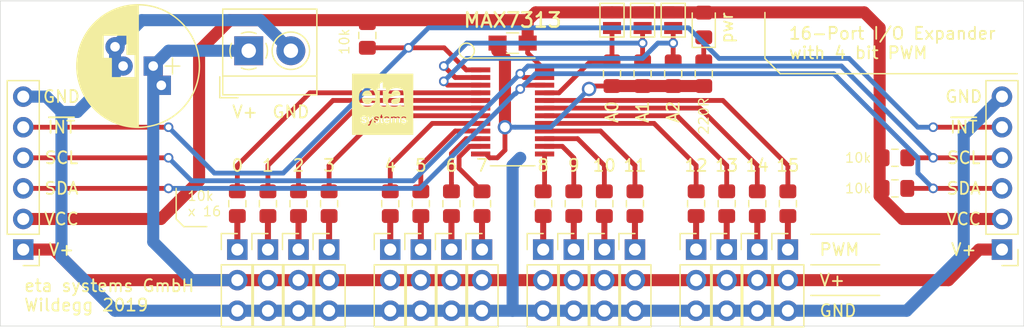
<source format=kicad_pcb>
(kicad_pcb (version 20171130) (host pcbnew "(5.1.0)-1")

  (general
    (thickness 1.6)
    (drawings 60)
    (tracks 212)
    (zones 0)
    (modules 50)
    (nets 43)
  )

  (page A4)
  (layers
    (0 F.Cu signal)
    (31 B.Cu signal)
    (32 B.Adhes user)
    (33 F.Adhes user)
    (34 B.Paste user)
    (35 F.Paste user)
    (36 B.SilkS user)
    (37 F.SilkS user)
    (38 B.Mask user)
    (39 F.Mask user)
    (40 Dwgs.User user)
    (41 Cmts.User user)
    (42 Eco1.User user)
    (43 Eco2.User user)
    (44 Edge.Cuts user)
    (45 Margin user)
    (46 B.CrtYd user)
    (47 F.CrtYd user)
    (48 B.Fab user)
    (49 F.Fab user hide)
  )

  (setup
    (last_trace_width 0.4)
    (trace_clearance 0.1)
    (zone_clearance 0.25)
    (zone_45_only no)
    (trace_min 0.2)
    (via_size 0.8)
    (via_drill 0.5)
    (via_min_size 0.4)
    (via_min_drill 0.3)
    (uvia_size 0.3)
    (uvia_drill 0.1)
    (uvias_allowed no)
    (uvia_min_size 0.2)
    (uvia_min_drill 0.1)
    (edge_width 0.05)
    (segment_width 0.2)
    (pcb_text_width 0.3)
    (pcb_text_size 1.5 1.5)
    (mod_edge_width 0.12)
    (mod_text_size 1 1)
    (mod_text_width 0.15)
    (pad_size 1.524 1.524)
    (pad_drill 0.762)
    (pad_to_mask_clearance 0.051)
    (solder_mask_min_width 0.25)
    (aux_axis_origin 0 0)
    (grid_origin 100 107)
    (visible_elements 7FFFFFFF)
    (pcbplotparams
      (layerselection 0x010fc_ffffffff)
      (usegerberextensions false)
      (usegerberattributes false)
      (usegerberadvancedattributes false)
      (creategerberjobfile false)
      (excludeedgelayer true)
      (linewidth 0.100000)
      (plotframeref false)
      (viasonmask false)
      (mode 1)
      (useauxorigin false)
      (hpglpennumber 1)
      (hpglpenspeed 20)
      (hpglpendiameter 15.000000)
      (psnegative false)
      (psa4output false)
      (plotreference true)
      (plotvalue true)
      (plotinvisibletext false)
      (padsonsilk false)
      (subtractmaskfromsilk false)
      (outputformat 1)
      (mirror false)
      (drillshape 1)
      (scaleselection 1)
      (outputdirectory ""))
  )

  (net 0 "")
  (net 1 GND)
  (net 2 +5V)
  (net 3 +3V3)
  (net 4 "Net-(J101-Pad1)")
  (net 5 "Net-(J102-Pad1)")
  (net 6 "Net-(J103-Pad1)")
  (net 7 "Net-(J104-Pad1)")
  (net 8 "Net-(J105-Pad1)")
  (net 9 "Net-(J106-Pad1)")
  (net 10 "Net-(J107-Pad1)")
  (net 11 "Net-(J108-Pad1)")
  (net 12 "Net-(J109-Pad1)")
  (net 13 "Net-(J110-Pad1)")
  (net 14 "Net-(J111-Pad1)")
  (net 15 "Net-(J112-Pad1)")
  (net 16 "Net-(J113-Pad1)")
  (net 17 "Net-(J114-Pad1)")
  (net 18 "Net-(J115-Pad1)")
  (net 19 "Net-(J116-Pad1)")
  (net 20 ~INT~)
  (net 21 /SCL)
  (net 22 /SDA)
  (net 23 "Net-(JP101-Pad2)")
  (net 24 "Net-(JP102-Pad2)")
  (net 25 "Net-(JP103-Pad2)")
  (net 26 /PWM0)
  (net 27 /PWM8)
  (net 28 /PWM1)
  (net 29 /PWM9)
  (net 30 /PWM2)
  (net 31 /PWM10)
  (net 32 /PWM3)
  (net 33 /PWM11)
  (net 34 /PWM4)
  (net 35 /PWM12)
  (net 36 /PWM5)
  (net 37 /PWM13)
  (net 38 /PWM6)
  (net 39 /PWM14)
  (net 40 /PWM7)
  (net 41 /PWM15)
  (net 42 "Net-(D101-Pad1)")

  (net_class Default "This is the default net class."
    (clearance 0.1)
    (trace_width 0.4)
    (via_dia 0.8)
    (via_drill 0.5)
    (uvia_dia 0.3)
    (uvia_drill 0.1)
    (add_net /PWM0)
    (add_net /PWM1)
    (add_net /PWM10)
    (add_net /PWM11)
    (add_net /PWM12)
    (add_net /PWM13)
    (add_net /PWM14)
    (add_net /PWM15)
    (add_net /PWM2)
    (add_net /PWM3)
    (add_net /PWM4)
    (add_net /PWM5)
    (add_net /PWM6)
    (add_net /PWM7)
    (add_net /PWM8)
    (add_net /PWM9)
    (add_net /SCL)
    (add_net /SDA)
    (add_net "Net-(D101-Pad1)")
    (add_net "Net-(J101-Pad1)")
    (add_net "Net-(J102-Pad1)")
    (add_net "Net-(J103-Pad1)")
    (add_net "Net-(J104-Pad1)")
    (add_net "Net-(J105-Pad1)")
    (add_net "Net-(J106-Pad1)")
    (add_net "Net-(J107-Pad1)")
    (add_net "Net-(J108-Pad1)")
    (add_net "Net-(J109-Pad1)")
    (add_net "Net-(J110-Pad1)")
    (add_net "Net-(J111-Pad1)")
    (add_net "Net-(J112-Pad1)")
    (add_net "Net-(J113-Pad1)")
    (add_net "Net-(J114-Pad1)")
    (add_net "Net-(J115-Pad1)")
    (add_net "Net-(J116-Pad1)")
    (add_net "Net-(JP101-Pad2)")
    (add_net "Net-(JP102-Pad2)")
    (add_net "Net-(JP103-Pad2)")
    (add_net ~INT~)
  )

  (net_class Power ""
    (clearance 0.1)
    (trace_width 0.4)
    (via_dia 1.2)
    (via_drill 0.8)
    (uvia_dia 0.3)
    (uvia_drill 0.1)
    (add_net +3V3)
    (add_net +5V)
    (add_net GND)
  )

  (module A_Tale_Of_A_Library:LOGO_eta-systems_Silk_5x5 (layer F.Cu) (tedit 5D7C8CB4) (tstamp 5D7CE9E5)
    (at 131.75 88.585)
    (fp_text reference G*** (at 5.95 1.15) (layer F.SilkS) hide
      (effects (font (size 1.524 1.524) (thickness 0.3)))
    )
    (fp_text value LOGO (at 6.4 -1.4) (layer F.SilkS) hide
      (effects (font (size 1.524 1.524) (thickness 0.3)))
    )
    (fp_poly (pts (xy 2.54 2.54) (xy -2.54 2.54) (xy -2.54 1.429704) (xy -1.767764 1.429704)
      (xy -1.749318 1.478032) (xy -1.697506 1.525854) (xy -1.679739 1.536449) (xy -1.572118 1.571294)
      (xy -1.459577 1.557949) (xy -1.436442 1.549909) (xy -1.36739 1.501014) (xy -1.331036 1.428539)
      (xy -1.335033 1.349304) (xy -1.339775 1.337458) (xy -1.384715 1.287574) (xy -1.471913 1.249744)
      (xy -1.489902 1.244617) (xy -1.589892 1.213123) (xy -1.645706 1.183002) (xy -1.663648 1.149935)
      (xy -1.659473 1.128442) (xy -1.625863 1.101934) (xy -1.566798 1.092089) (xy -1.504741 1.098701)
      (xy -1.462156 1.121565) (xy -1.456986 1.1303) (xy -1.429543 1.156676) (xy -1.387304 1.168653)
      (xy -1.353208 1.16243) (xy -1.3462 1.148651) (xy -1.359426 1.115061) (xy -1.385741 1.072451)
      (xy -1.39626 1.06245) (xy -1.241839 1.06245) (xy -1.227369 1.119964) (xy -1.196024 1.211729)
      (xy -1.165014 1.2954) (xy -1.119863 1.419756) (xy -1.093042 1.506889) (xy -1.082417 1.56607)
      (xy -1.085857 1.606571) (xy -1.090525 1.61925) (xy -1.129976 1.66394) (xy -1.167856 1.6764)
      (xy -1.21068 1.694088) (xy -1.2192 1.7272) (xy -1.200197 1.766166) (xy -1.154549 1.778524)
      (xy -1.099302 1.763589) (xy -1.06137 1.73355) (xy -1.034645 1.689818) (xy -0.997657 1.612666)
      (xy -0.957175 1.516532) (xy -0.945266 1.4859) (xy -0.914882 1.406538) (xy -0.719099 1.406538)
      (xy -0.712307 1.447317) (xy -0.706785 1.460046) (xy -0.651005 1.52687) (xy -0.567309 1.564792)
      (xy -0.471294 1.571124) (xy -0.37856 1.54318) (xy -0.346326 1.522156) (xy -0.298178 1.462015)
      (xy -0.278673 1.390667) (xy -0.290768 1.32663) (xy -0.31115 1.30187) (xy -0.352152 1.280188)
      (xy -0.423122 1.251669) (xy -0.47625 1.233219) (xy -0.559263 1.20085) (xy -0.600638 1.169367)
      (xy -0.6096 1.140958) (xy -0.598916 1.107278) (xy -0.558194 1.093681) (xy -0.519903 1.0922)
      (xy -0.447874 1.103112) (xy -0.415586 1.1303) (xy -0.385672 1.160236) (xy -0.342942 1.166985)
      (xy -0.310249 1.15017) (xy -0.3048 1.132114) (xy -0.327798 1.072327) (xy -0.35702 1.0541)
      (xy -0.2286 1.0541) (xy -0.208269 1.087774) (xy -0.1905 1.0922) (xy -0.171405 1.10145)
      (xy -0.159739 1.135113) (xy -0.153929 1.202055) (xy -0.1524 1.306837) (xy -0.150628 1.416158)
      (xy -0.143982 1.485559) (xy -0.130471 1.525837) (xy -0.108105 1.547792) (xy -0.10795 1.547884)
      (xy -0.045516 1.567588) (xy 0.012593 1.559987) (xy 0.045136 1.528671) (xy 0.033286 1.497036)
      (xy 0.002676 1.481259) (xy -0.024961 1.469155) (xy -0.041043 1.443181) (xy -0.048624 1.391827)
      (xy -0.050759 1.303586) (xy -0.050786 1.287432) (xy 0.086341 1.287432) (xy 0.110242 1.397295)
      (xy 0.119233 1.417263) (xy 0.18965 1.512544) (xy 0.281935 1.56403) (xy 0.388616 1.569232)
      (xy 0.480783 1.537639) (xy 0.54228 1.492888) (xy 0.572301 1.444255) (xy 0.56495 1.4034)
      (xy 0.553567 1.393766) (xy 0.511927 1.396038) (xy 0.456067 1.436185) (xy 0.402195 1.478333)
      (xy 0.357187 1.498341) (xy 0.353511 1.4986) (xy 0.292955 1.480363) (xy 0.237003 1.436757)
      (xy 0.205148 1.384437) (xy 0.2032 1.370159) (xy 0.208064 1.344886) (xy 0.229643 1.330055)
      (xy 0.278413 1.32295) (xy 0.364849 1.320858) (xy 0.3937 1.3208) (xy 0.490584 1.320041)
      (xy 0.547373 1.315339) (xy 0.574773 1.303054) (xy 0.577905 1.294602) (xy 0.6858 1.294602)
      (xy 0.686493 1.410421) (xy 0.689792 1.484627) (xy 0.697529 1.526401) (xy 0.711534 1.544923)
      (xy 0.733636 1.549375) (xy 0.7366 1.5494) (xy 0.763641 1.544454) (xy 0.778953 1.522273)
      (xy 0.785788 1.471834) (xy 0.787398 1.382119) (xy 0.7874 1.377251) (xy 0.796493 1.242074)
      (xy 0.824622 1.152088) (xy 0.873061 1.104888) (xy 0.935905 1.097099) (xy 0.968235 1.102813)
      (xy 0.988515 1.117659) (xy 1.000078 1.151897) (xy 1.006258 1.215791) (xy 1.010389 1.319599)
      (xy 1.010638 1.32715) (xy 1.015196 1.434213) (xy 1.021897 1.500207) (xy 1.033243 1.53486)
      (xy 1.051735 1.547901) (xy 1.067788 1.5494) (xy 1.093895 1.544391) (xy 1.108903 1.522182)
      (xy 1.115803 1.471992) (xy 1.117587 1.383043) (xy 1.1176 1.36993) (xy 1.123256 1.240296)
      (xy 1.14174 1.154621) (xy 1.175325 1.107169) (xy 1.226285 1.092207) (xy 1.227713 1.0922)
      (xy 1.28249 1.100902) (xy 1.317932 1.132391) (xy 1.337731 1.194741) (xy 1.345579 1.296026)
      (xy 1.3462 1.351279) (xy 1.347313 1.450999) (xy 1.352419 1.510275) (xy 1.36417 1.539447)
      (xy 1.385216 1.548855) (xy 1.397 1.5494) (xy 1.422624 1.545056) (xy 1.43779 1.525113)
      (xy 1.445157 1.479196) (xy 1.447024 1.410044) (xy 1.53439 1.410044) (xy 1.534453 1.430308)
      (xy 1.566292 1.468252) (xy 1.592344 1.494652) (xy 1.685916 1.558612) (xy 1.786046 1.574793)
      (xy 1.884723 1.54251) (xy 1.914274 1.522156) (xy 1.962422 1.462015) (xy 1.981927 1.390667)
      (xy 1.969832 1.32663) (xy 1.94945 1.30187) (xy 1.908533 1.280253) (xy 1.837502 1.251709)
      (xy 1.782969 1.23276) (xy 1.700484 1.200833) (xy 1.661253 1.171343) (xy 1.656177 1.146849)
      (xy 1.684768 1.113097) (xy 1.740713 1.097253) (xy 1.803158 1.101207) (xy 1.851247 1.12685)
      (xy 1.853123 1.129002) (xy 1.899377 1.163762) (xy 1.938444 1.160604) (xy 1.955765 1.121019)
      (xy 1.9558 1.118493) (xy 1.932715 1.06351) (xy 1.865533 1.028843) (xy 1.757362 1.016039)
      (xy 1.749919 1.016) (xy 1.6479 1.031791) (xy 1.579061 1.07611) (xy 1.549938 1.144376)
      (xy 1.5494 1.156526) (xy 1.564705 1.214566) (xy 1.615067 1.263091) (xy 1.707157 1.307653)
      (xy 1.749421 1.322977) (xy 1.830086 1.361699) (xy 1.873712 1.406315) (xy 1.875781 1.44997)
      (xy 1.850349 1.476117) (xy 1.774128 1.497621) (xy 1.699006 1.474409) (xy 1.659468 1.437708)
      (xy 1.612738 1.39496) (xy 1.564202 1.395055) (xy 1.562548 1.39566) (xy 1.53439 1.410044)
      (xy 1.447024 1.410044) (xy 1.447379 1.396935) (xy 1.447425 1.35255) (xy 1.442401 1.215906)
      (xy 1.425404 1.121876) (xy 1.392631 1.062933) (xy 1.340278 1.03155) (xy 1.279909 1.021092)
      (xy 1.18854 1.02651) (xy 1.144631 1.052134) (xy 1.114373 1.0776) (xy 1.083804 1.061773)
      (xy 1.075163 1.053391) (xy 1.027419 1.029495) (xy 0.957525 1.017794) (xy 0.886278 1.019056)
      (xy 0.834474 1.034048) (xy 0.823824 1.044111) (xy 0.801412 1.056769) (xy 0.786788 1.04041)
      (xy 0.74989 1.020716) (xy 0.726463 1.024201) (xy 0.707417 1.039891) (xy 0.695236 1.07544)
      (xy 0.688547 1.139965) (xy 0.68598 1.242586) (xy 0.6858 1.294602) (xy 0.577905 1.294602)
      (xy 0.583486 1.279548) (xy 0.5842 1.256038) (xy 0.570273 1.177862) (xy 0.535424 1.100695)
      (xy 0.490052 1.044738) (xy 0.468762 1.031778) (xy 0.417261 1.021468) (xy 0.342698 1.016183)
      (xy 0.326909 1.016) (xy 0.226979 1.038102) (xy 0.150028 1.09756) (xy 0.101376 1.184095)
      (xy 0.086341 1.287432) (xy -0.050786 1.287432) (xy -0.0508 1.279737) (xy -0.048752 1.180149)
      (xy -0.041357 1.122018) (xy -0.026741 1.096119) (xy -0.0127 1.0922) (xy 0.020974 1.071868)
      (xy 0.0254 1.0541) (xy 0.005068 1.020425) (xy -0.0127 1.016) (xy -0.04088 0.996722)
      (xy -0.050732 0.935196) (xy -0.0508 0.9271) (xy -0.052623 0.864774) (xy -0.064382 0.841955)
      (xy -0.095516 0.84735) (xy -0.112223 0.853617) (xy -0.143251 0.88991) (xy -0.1524 0.942517)
      (xy -0.164111 1.001008) (xy -0.1905 1.016) (xy -0.224175 1.036331) (xy -0.2286 1.0541)
      (xy -0.35702 1.0541) (xy -0.392032 1.032262) (xy -0.490362 1.016134) (xy -0.501465 1.016)
      (xy -0.609235 1.031007) (xy -0.680269 1.074167) (xy -0.710431 1.142682) (xy -0.7112 1.157822)
      (xy -0.695058 1.222997) (xy -0.642363 1.27294) (xy -0.546716 1.313124) (xy -0.520453 1.320869)
      (xy -0.429473 1.355884) (xy -0.388055 1.396762) (xy -0.395167 1.44477) (xy -0.406669 1.460823)
      (xy -0.462728 1.494014) (xy -0.531768 1.491491) (xy -0.596237 1.458141) (xy -0.63858 1.398848)
      (xy -0.639567 1.395999) (xy -0.66669 1.38054) (xy -0.691118 1.384981) (xy -0.719099 1.406538)
      (xy -0.914882 1.406538) (xy -0.901088 1.370512) (xy -0.855902 1.253446) (xy -0.818595 1.157718)
      (xy -0.81459 1.147538) (xy -0.761314 1.012376) (xy -0.816084 1.020538) (xy -0.849471 1.036141)
      (xy -0.880396 1.07816) (xy -0.914522 1.155729) (xy -0.935308 1.21285) (xy -0.967816 1.30018)
      (xy -0.995681 1.365107) (xy -1.013793 1.395947) (xy -1.015884 1.397) (xy -1.031424 1.374862)
      (xy -1.0573 1.316544) (xy -1.088177 1.23419) (xy -1.09118 1.22555) (xy -1.128475 1.121634)
      (xy -1.156535 1.057896) (xy -1.180919 1.025917) (xy -1.207188 1.017277) (xy -1.226948 1.019967)
      (xy -1.241132 1.031636) (xy -1.241839 1.06245) (xy -1.39626 1.06245) (xy -1.425608 1.034549)
      (xy -1.486005 1.018215) (xy -1.539811 1.016) (xy -1.648061 1.024239) (xy -1.71476 1.052021)
      (xy -1.746906 1.103941) (xy -1.7526 1.1557) (xy -1.745523 1.213818) (xy -1.718103 1.256038)
      (xy -1.661057 1.290005) (xy -1.565104 1.323366) (xy -1.540124 1.330726) (xy -1.466118 1.360687)
      (xy -1.436383 1.396837) (xy -1.4351 1.408048) (xy -1.455241 1.459739) (xy -1.504616 1.488426)
      (xy -1.566653 1.493075) (xy -1.624783 1.472648) (xy -1.662434 1.42611) (xy -1.663719 1.42234)
      (xy -1.686985 1.378532) (xy -1.72336 1.379724) (xy -1.747111 1.393069) (xy -1.767764 1.429704)
      (xy -2.54 1.429704) (xy -2.54 -0.5588) (xy -1.968408 -0.5588) (xy -1.967215 -0.434175)
      (xy -1.961856 -0.345847) (xy -1.949814 -0.279342) (xy -1.928572 -0.220184) (xy -1.899171 -0.160621)
      (xy -1.811428 -0.031554) (xy -1.699407 0.078297) (xy -1.577726 0.155315) (xy -1.545919 0.168423)
      (xy -1.438934 0.192752) (xy -1.30654 0.202429) (xy -1.167625 0.198011) (xy -1.04108 0.180053)
      (xy -0.949336 0.150868) (xy -0.86351 0.100099) (xy -0.783716 0.038532) (xy -0.766641 0.022241)
      (xy -0.720432 -0.034407) (xy -0.674477 -0.105387) (xy -0.636223 -0.176813) (xy -0.613115 -0.234799)
      (xy -0.612437 -0.265303) (xy -0.641723 -0.274511) (xy -0.704854 -0.286274) (xy -0.752651 -0.293258)
      (xy -0.829117 -0.301624) (xy -0.869823 -0.297359) (xy -0.889169 -0.275875) (xy -0.898014 -0.246944)
      (xy -0.926685 -0.191324) (xy -0.979662 -0.127369) (xy -1.002531 -0.105683) (xy -1.122737 -0.031029)
      (xy -1.254079 -0.002663) (xy -1.386841 -0.020548) (xy -1.511305 -0.08465) (xy -1.539689 -0.107632)
      (xy -1.613535 -0.18447) (xy -1.662089 -0.269874) (xy -1.695448 -0.382865) (xy -1.70164 -0.41275)
      (xy -1.720379 -0.508) (xy -0.577206 -0.508) (xy -0.593942 -0.65405) (xy -0.636929 -0.869535)
      (xy -0.711606 -1.046497) (xy -0.817143 -1.184095) (xy -0.863874 -1.217667) (xy -0.4318 -1.217667)
      (xy -0.429291 -1.153616) (xy -0.411987 -1.125155) (xy -0.365224 -1.117841) (xy -0.3302 -1.1176)
      (xy -0.2286 -1.1176) (xy -0.2286 -0.551752) (xy -0.228113 -0.353262) (xy -0.22568 -0.199104)
      (xy -0.219843 -0.082814) (xy -0.209144 0.002074) (xy -0.192125 0.062024) (xy -0.167329 0.103501)
      (xy -0.133297 0.132971) (xy -0.088573 0.156899) (xy -0.066592 0.166702) (xy 0.011277 0.188846)
      (xy 0.105789 0.200029) (xy 0.196858 0.199438) (xy 0.264397 0.186261) (xy 0.275813 0.180554)
      (xy 0.297132 0.147437) (xy 0.29681 0.082024) (xy 0.292631 0.053942) (xy 0.278371 -0.012272)
      (xy 0.255536 -0.042342) (xy 0.20892 -0.050492) (xy 0.180647 -0.0508) (xy 0.110196 -0.058562)
      (xy 0.060233 -0.077611) (xy 0.05588 -0.08128) (xy 0.044184 -0.111756) (xy 0.035495 -0.179038)
      (xy 0.033371 -0.217878) (xy 0.4445 -0.217878) (xy 0.461716 -0.073921) (xy 0.515903 0.038201)
      (xy 0.610864 0.125135) (xy 0.656094 0.151719) (xy 0.744183 0.181166) (xy 0.863075 0.198677)
      (xy 0.99397 0.20327) (xy 1.118063 0.193959) (xy 1.187685 0.179553) (xy 1.258285 0.150856)
      (xy 1.343039 0.105133) (xy 1.381496 0.080751) (xy 1.492855 0.005595) (xy 1.515613 0.085347)
      (xy 1.532656 0.131922) (xy 1.559415 0.156788) (xy 1.61085 0.168208) (xy 1.674155 0.17289)
      (xy 1.751744 0.175724) (xy 1.788999 0.170362) (xy 1.796157 0.153426) (xy 1.789599 0.13479)
      (xy 1.782963 0.09672) (xy 1.775799 0.015921) (xy 1.768583 -0.099546) (xy 1.761791 -0.241621)
      (xy 1.755899 -0.402243) (xy 1.753894 -0.470132) (xy 1.74693 -0.681683) (xy 1.737912 -0.848783)
      (xy 1.725203 -0.977776) (xy 1.707165 -1.075009) (xy 1.682161 -1.146829) (xy 1.648552 -1.199582)
      (xy 1.604702 -1.239614) (xy 1.548971 -1.273271) (xy 1.546282 -1.274673) (xy 1.40057 -1.329198)
      (xy 1.237424 -1.355504) (xy 1.068305 -1.355026) (xy 0.904673 -1.329196) (xy 0.757989 -1.279448)
      (xy 0.639714 -1.207215) (xy 0.588047 -1.154822) (xy 0.553337 -1.100018) (xy 0.519953 -1.030889)
      (xy 0.494509 -0.963867) (xy 0.48362 -0.91538) (xy 0.486418 -0.902375) (xy 0.514627 -0.893832)
      (xy 0.575835 -0.882109) (xy 0.611241 -0.876499) (xy 0.727183 -0.859245) (xy 0.766082 -0.958274)
      (xy 0.824153 -1.05118) (xy 0.914096 -1.110488) (xy 1.039411 -1.137786) (xy 1.162333 -1.137983)
      (xy 1.256423 -1.129331) (xy 1.317433 -1.113646) (xy 1.363083 -1.084077) (xy 1.400349 -1.045933)
      (xy 1.455845 -0.963081) (xy 1.47316 -0.87274) (xy 1.4732 -0.867242) (xy 1.470974 -0.810725)
      (xy 1.456051 -0.778559) (xy 1.416067 -0.758991) (xy 1.33985 -0.740538) (xy 1.24621 -0.722395)
      (xy 1.127323 -0.702892) (xy 1.008442 -0.686163) (xy 1.005053 -0.685737) (xy 0.81103 -0.647668)
      (xy 0.659325 -0.586584) (xy 0.546131 -0.500759) (xy 0.513659 -0.462928) (xy 0.472458 -0.399378)
      (xy 0.451518 -0.334206) (xy 0.444711 -0.2457) (xy 0.4445 -0.217878) (xy 0.033371 -0.217878)
      (xy 0.029605 -0.286704) (xy 0.026312 -0.438333) (xy 0.0254 -0.61468) (xy 0.0254 -1.1176)
      (xy 0.2794 -1.1176) (xy 0.2794 -1.3208) (xy 0.027118 -1.3208) (xy 0.019909 -1.586412)
      (xy 0.0127 -1.852023) (xy -0.106825 -1.777566) (xy -0.226349 -1.703109) (xy -0.233825 -1.518305)
      (xy -0.2413 -1.3335) (xy -0.33655 -1.325617) (xy -0.397907 -1.317327) (xy -0.424903 -1.295589)
      (xy -0.431629 -1.244437) (xy -0.4318 -1.217667) (xy -0.863874 -1.217667) (xy -0.952715 -1.281491)
      (xy -1.117493 -1.337845) (xy -1.2827 -1.352841) (xy -1.446014 -1.339602) (xy -1.580582 -1.297469)
      (xy -1.703082 -1.220285) (xy -1.75013 -1.180311) (xy -1.844619 -1.076863) (xy -1.909948 -0.959126)
      (xy -1.949567 -0.817275) (xy -1.966924 -0.641487) (xy -1.968408 -0.5588) (xy -2.54 -0.5588)
      (xy -2.54 -2.54) (xy 2.54 -2.54) (xy 2.54 2.54)) (layer F.SilkS) (width 0.01))
    (fp_poly (pts (xy 0.410957 1.10263) (xy 0.455929 1.140634) (xy 0.456306 1.14133) (xy 0.478955 1.195792)
      (xy 0.469867 1.227225) (xy 0.422572 1.241519) (xy 0.3429 1.2446) (xy 0.262064 1.242341)
      (xy 0.219955 1.232714) (xy 0.204594 1.211438) (xy 0.2032 1.194693) (xy 0.224811 1.142341)
      (xy 0.278144 1.107121) (xy 0.345944 1.092672) (xy 0.410957 1.10263)) (layer F.SilkS) (width 0.01))
    (fp_poly (pts (xy -1.133954 -1.124575) (xy -1.068823 -1.088453) (xy -1.068174 -1.088012) (xy -0.961906 -0.985919)
      (xy -0.892576 -0.852169) (xy -0.876799 -0.79375) (xy -0.859564 -0.7112) (xy -1.705837 -0.7112)
      (xy -1.68806 -0.79375) (xy -1.636283 -0.937922) (xy -1.551449 -1.043537) (xy -1.43374 -1.110436)
      (xy -1.2958 -1.137708) (xy -1.201808 -1.13929) (xy -1.133954 -1.124575)) (layer F.SilkS) (width 0.01))
    (fp_poly (pts (xy 1.466203 -0.542748) (xy 1.472673 -0.499322) (xy 1.4732 -0.446438) (xy 1.453844 -0.295667)
      (xy 1.394231 -0.173647) (xy 1.307248 -0.086529) (xy 1.242171 -0.044163) (xy 1.173542 -0.019703)
      (xy 1.081382 -0.007019) (xy 1.038716 -0.004163) (xy 0.944986 -0.000412) (xy 0.885235 -0.00528)
      (xy 0.842812 -0.023238) (xy 0.801065 -0.058761) (xy 0.788263 -0.071429) (xy 0.727454 -0.160819)
      (xy 0.712819 -0.25281) (xy 0.742017 -0.337162) (xy 0.812711 -0.403635) (xy 0.870028 -0.429389)
      (xy 0.936311 -0.447563) (xy 1.032384 -0.469868) (xy 1.13801 -0.491618) (xy 1.143 -0.492572)
      (xy 1.246002 -0.512779) (xy 1.338063 -0.531839) (xy 1.400385 -0.545851) (xy 1.40335 -0.546594)
      (xy 1.445772 -0.554665) (xy 1.466203 -0.542748)) (layer F.SilkS) (width 0.01))
  )

  (module Capacitors_THT:CP_Radial_D10.0mm_P2.50mm_P5.00mm (layer F.Cu) (tedit 597BC7C2) (tstamp 5D7C4680)
    (at 112.7 85.41 180)
    (descr "CP, Radial series, Radial, pin pitch=2.50mm 5.00mm, , diameter=10mm, Electrolytic Capacitor")
    (tags "CP Radial series Radial pin pitch 2.50mm 5.00mm  diameter 10mm Electrolytic Capacitor")
    (path /5D8775B8)
    (fp_text reference C101 (at 1.25 -6.31 180) (layer F.SilkS) hide
      (effects (font (size 1 1) (thickness 0.15)))
    )
    (fp_text value C (at 1.25 6.31 180) (layer F.Fab)
      (effects (font (size 1 1) (thickness 0.15)))
    )
    (fp_text user %R (at 1.25 0 180) (layer F.Fab)
      (effects (font (size 1 1) (thickness 0.15)))
    )
    (fp_line (start 6.6 -5.35) (end -4.1 -5.35) (layer F.CrtYd) (width 0.05))
    (fp_line (start 6.6 5.35) (end 6.6 -5.35) (layer F.CrtYd) (width 0.05))
    (fp_line (start -4.1 5.35) (end 6.6 5.35) (layer F.CrtYd) (width 0.05))
    (fp_line (start -4.1 -5.35) (end -4.1 5.35) (layer F.CrtYd) (width 0.05))
    (fp_line (start -1.6 -0.65) (end -1.6 0.65) (layer F.SilkS) (width 0.12))
    (fp_line (start -2.2 0) (end -1 0) (layer F.SilkS) (width 0.12))
    (fp_line (start 6.331 -0.279) (end 6.331 0.279) (layer F.SilkS) (width 0.12))
    (fp_line (start 6.291 -0.672) (end 6.291 0.672) (layer F.SilkS) (width 0.12))
    (fp_line (start 6.251 -0.913) (end 6.251 0.913) (layer F.SilkS) (width 0.12))
    (fp_line (start 6.211 -1.104) (end 6.211 1.104) (layer F.SilkS) (width 0.12))
    (fp_line (start 6.171 -1.265) (end 6.171 1.265) (layer F.SilkS) (width 0.12))
    (fp_line (start 6.131 -1.407) (end 6.131 1.407) (layer F.SilkS) (width 0.12))
    (fp_line (start 6.091 -1.536) (end 6.091 1.536) (layer F.SilkS) (width 0.12))
    (fp_line (start 6.051 -1.654) (end 6.051 1.654) (layer F.SilkS) (width 0.12))
    (fp_line (start 6.011 -1.763) (end 6.011 1.763) (layer F.SilkS) (width 0.12))
    (fp_line (start 5.971 -1.866) (end 5.971 1.866) (layer F.SilkS) (width 0.12))
    (fp_line (start 5.931 -1.962) (end 5.931 1.962) (layer F.SilkS) (width 0.12))
    (fp_line (start 5.891 -2.053) (end 5.891 2.053) (layer F.SilkS) (width 0.12))
    (fp_line (start 5.851 -2.14) (end 5.851 2.14) (layer F.SilkS) (width 0.12))
    (fp_line (start 5.811 -2.222) (end 5.811 2.222) (layer F.SilkS) (width 0.12))
    (fp_line (start 5.771 -2.301) (end 5.771 2.301) (layer F.SilkS) (width 0.12))
    (fp_line (start 5.731 -2.377) (end 5.731 2.377) (layer F.SilkS) (width 0.12))
    (fp_line (start 5.691 -2.449) (end 5.691 2.449) (layer F.SilkS) (width 0.12))
    (fp_line (start 5.651 -2.519) (end 5.651 2.519) (layer F.SilkS) (width 0.12))
    (fp_line (start 5.611 -2.587) (end 5.611 2.587) (layer F.SilkS) (width 0.12))
    (fp_line (start 5.571 -2.652) (end 5.571 2.652) (layer F.SilkS) (width 0.12))
    (fp_line (start 5.531 -2.715) (end 5.531 2.715) (layer F.SilkS) (width 0.12))
    (fp_line (start 5.491 -2.777) (end 5.491 2.777) (layer F.SilkS) (width 0.12))
    (fp_line (start 5.451 -2.836) (end 5.451 2.836) (layer F.SilkS) (width 0.12))
    (fp_line (start 5.411 -2.894) (end 5.411 2.894) (layer F.SilkS) (width 0.12))
    (fp_line (start 5.371 -2.949) (end 5.371 2.949) (layer F.SilkS) (width 0.12))
    (fp_line (start 5.331 -3.004) (end 5.331 3.004) (layer F.SilkS) (width 0.12))
    (fp_line (start 5.291 -3.057) (end 5.291 3.057) (layer F.SilkS) (width 0.12))
    (fp_line (start 5.251 -3.108) (end 5.251 3.108) (layer F.SilkS) (width 0.12))
    (fp_line (start 5.211 -3.158) (end 5.211 3.158) (layer F.SilkS) (width 0.12))
    (fp_line (start 5.171 -3.207) (end 5.171 3.207) (layer F.SilkS) (width 0.12))
    (fp_line (start 5.131 -3.255) (end 5.131 3.255) (layer F.SilkS) (width 0.12))
    (fp_line (start 5.091 -3.302) (end 5.091 3.302) (layer F.SilkS) (width 0.12))
    (fp_line (start 5.051 -3.347) (end 5.051 3.347) (layer F.SilkS) (width 0.12))
    (fp_line (start 5.011 -3.391) (end 5.011 3.391) (layer F.SilkS) (width 0.12))
    (fp_line (start 4.971 -3.435) (end 4.971 3.435) (layer F.SilkS) (width 0.12))
    (fp_line (start 4.931 -3.477) (end 4.931 3.477) (layer F.SilkS) (width 0.12))
    (fp_line (start 4.891 -3.518) (end 4.891 3.518) (layer F.SilkS) (width 0.12))
    (fp_line (start 4.851 -3.559) (end 4.851 3.559) (layer F.SilkS) (width 0.12))
    (fp_line (start 4.811 -3.598) (end 4.811 3.598) (layer F.SilkS) (width 0.12))
    (fp_line (start 4.771 -3.637) (end 4.771 3.637) (layer F.SilkS) (width 0.12))
    (fp_line (start 4.731 -3.675) (end 4.731 3.675) (layer F.SilkS) (width 0.12))
    (fp_line (start 4.691 -3.712) (end 4.691 3.712) (layer F.SilkS) (width 0.12))
    (fp_line (start 4.651 -3.748) (end 4.651 3.748) (layer F.SilkS) (width 0.12))
    (fp_line (start 4.611 -3.784) (end 4.611 3.784) (layer F.SilkS) (width 0.12))
    (fp_line (start 4.571 -3.819) (end 4.571 3.819) (layer F.SilkS) (width 0.12))
    (fp_line (start 4.531 -3.853) (end 4.531 3.853) (layer F.SilkS) (width 0.12))
    (fp_line (start 4.491 -3.886) (end 4.491 3.886) (layer F.SilkS) (width 0.12))
    (fp_line (start 4.451 -3.919) (end 4.451 3.919) (layer F.SilkS) (width 0.12))
    (fp_line (start 4.411 -3.951) (end 4.411 3.951) (layer F.SilkS) (width 0.12))
    (fp_line (start 4.371 -3.982) (end 4.371 3.982) (layer F.SilkS) (width 0.12))
    (fp_line (start 4.331 -4.013) (end 4.331 4.013) (layer F.SilkS) (width 0.12))
    (fp_line (start 4.291 -4.043) (end 4.291 4.043) (layer F.SilkS) (width 0.12))
    (fp_line (start 4.251 -4.072) (end 4.251 4.072) (layer F.SilkS) (width 0.12))
    (fp_line (start 4.211 -4.101) (end 4.211 4.101) (layer F.SilkS) (width 0.12))
    (fp_line (start 4.171 -4.13) (end 4.171 4.13) (layer F.SilkS) (width 0.12))
    (fp_line (start 4.131 2.58) (end 4.131 4.157) (layer F.SilkS) (width 0.12))
    (fp_line (start 4.131 -4.157) (end 4.131 0.621) (layer F.SilkS) (width 0.12))
    (fp_line (start 4.091 2.58) (end 4.091 4.185) (layer F.SilkS) (width 0.12))
    (fp_line (start 4.091 -4.185) (end 4.091 0.621) (layer F.SilkS) (width 0.12))
    (fp_line (start 4.051 2.58) (end 4.051 4.211) (layer F.SilkS) (width 0.12))
    (fp_line (start 4.051 -4.211) (end 4.051 0.621) (layer F.SilkS) (width 0.12))
    (fp_line (start 4.011 2.58) (end 4.011 4.237) (layer F.SilkS) (width 0.12))
    (fp_line (start 4.011 -4.237) (end 4.011 0.621) (layer F.SilkS) (width 0.12))
    (fp_line (start 3.971 2.58) (end 3.971 4.263) (layer F.SilkS) (width 0.12))
    (fp_line (start 3.971 -4.263) (end 3.971 0.621) (layer F.SilkS) (width 0.12))
    (fp_line (start 3.931 2.58) (end 3.931 4.288) (layer F.SilkS) (width 0.12))
    (fp_line (start 3.931 -4.288) (end 3.931 0.621) (layer F.SilkS) (width 0.12))
    (fp_line (start 3.891 2.58) (end 3.891 4.312) (layer F.SilkS) (width 0.12))
    (fp_line (start 3.891 -4.312) (end 3.891 0.621) (layer F.SilkS) (width 0.12))
    (fp_line (start 3.851 2.58) (end 3.851 4.336) (layer F.SilkS) (width 0.12))
    (fp_line (start 3.851 -4.336) (end 3.851 0.621) (layer F.SilkS) (width 0.12))
    (fp_line (start 3.811 2.58) (end 3.811 4.36) (layer F.SilkS) (width 0.12))
    (fp_line (start 3.811 -4.36) (end 3.811 0.621) (layer F.SilkS) (width 0.12))
    (fp_line (start 3.771 2.58) (end 3.771 4.383) (layer F.SilkS) (width 0.12))
    (fp_line (start 3.771 -4.383) (end 3.771 0.621) (layer F.SilkS) (width 0.12))
    (fp_line (start 3.731 2.58) (end 3.731 4.405) (layer F.SilkS) (width 0.12))
    (fp_line (start 3.731 -4.405) (end 3.731 0.621) (layer F.SilkS) (width 0.12))
    (fp_line (start 3.691 2.58) (end 3.691 4.428) (layer F.SilkS) (width 0.12))
    (fp_line (start 3.691 -4.428) (end 3.691 0.621) (layer F.SilkS) (width 0.12))
    (fp_line (start 3.651 2.58) (end 3.651 4.449) (layer F.SilkS) (width 0.12))
    (fp_line (start 3.651 -4.449) (end 3.651 0.621) (layer F.SilkS) (width 0.12))
    (fp_line (start 3.611 2.58) (end 3.611 4.47) (layer F.SilkS) (width 0.12))
    (fp_line (start 3.611 -4.47) (end 3.611 0.621) (layer F.SilkS) (width 0.12))
    (fp_line (start 3.571 2.58) (end 3.571 4.491) (layer F.SilkS) (width 0.12))
    (fp_line (start 3.571 -4.491) (end 3.571 0.621) (layer F.SilkS) (width 0.12))
    (fp_line (start 3.531 2.58) (end 3.531 4.511) (layer F.SilkS) (width 0.12))
    (fp_line (start 3.531 -4.511) (end 3.531 0.621) (layer F.SilkS) (width 0.12))
    (fp_line (start 3.491 2.58) (end 3.491 4.531) (layer F.SilkS) (width 0.12))
    (fp_line (start 3.491 -4.531) (end 3.491 0.621) (layer F.SilkS) (width 0.12))
    (fp_line (start 3.451 2.58) (end 3.451 4.55) (layer F.SilkS) (width 0.12))
    (fp_line (start 3.451 -4.55) (end 3.451 -0.98) (layer F.SilkS) (width 0.12))
    (fp_line (start 3.411 2.58) (end 3.411 4.569) (layer F.SilkS) (width 0.12))
    (fp_line (start 3.411 -4.569) (end 3.411 -0.98) (layer F.SilkS) (width 0.12))
    (fp_line (start 3.371 2.58) (end 3.371 4.588) (layer F.SilkS) (width 0.12))
    (fp_line (start 3.371 -4.588) (end 3.371 -0.98) (layer F.SilkS) (width 0.12))
    (fp_line (start 3.331 2.58) (end 3.331 4.606) (layer F.SilkS) (width 0.12))
    (fp_line (start 3.331 -4.606) (end 3.331 -0.98) (layer F.SilkS) (width 0.12))
    (fp_line (start 3.291 2.58) (end 3.291 4.624) (layer F.SilkS) (width 0.12))
    (fp_line (start 3.291 -4.624) (end 3.291 -0.98) (layer F.SilkS) (width 0.12))
    (fp_line (start 3.251 2.58) (end 3.251 4.641) (layer F.SilkS) (width 0.12))
    (fp_line (start 3.251 -4.641) (end 3.251 -0.98) (layer F.SilkS) (width 0.12))
    (fp_line (start 3.211 2.58) (end 3.211 4.658) (layer F.SilkS) (width 0.12))
    (fp_line (start 3.211 -4.658) (end 3.211 -0.98) (layer F.SilkS) (width 0.12))
    (fp_line (start 3.171 2.58) (end 3.171 4.674) (layer F.SilkS) (width 0.12))
    (fp_line (start 3.171 -4.674) (end 3.171 -0.98) (layer F.SilkS) (width 0.12))
    (fp_line (start 3.131 2.58) (end 3.131 4.691) (layer F.SilkS) (width 0.12))
    (fp_line (start 3.131 -4.691) (end 3.131 -0.98) (layer F.SilkS) (width 0.12))
    (fp_line (start 3.091 2.58) (end 3.091 4.706) (layer F.SilkS) (width 0.12))
    (fp_line (start 3.091 -4.706) (end 3.091 -0.98) (layer F.SilkS) (width 0.12))
    (fp_line (start 3.051 2.58) (end 3.051 4.722) (layer F.SilkS) (width 0.12))
    (fp_line (start 3.051 -4.722) (end 3.051 -0.98) (layer F.SilkS) (width 0.12))
    (fp_line (start 3.011 2.58) (end 3.011 4.737) (layer F.SilkS) (width 0.12))
    (fp_line (start 3.011 -4.737) (end 3.011 -0.98) (layer F.SilkS) (width 0.12))
    (fp_line (start 2.971 2.58) (end 2.971 4.751) (layer F.SilkS) (width 0.12))
    (fp_line (start 2.971 -4.751) (end 2.971 -0.98) (layer F.SilkS) (width 0.12))
    (fp_line (start 2.931 2.58) (end 2.931 4.765) (layer F.SilkS) (width 0.12))
    (fp_line (start 2.931 -4.765) (end 2.931 -0.98) (layer F.SilkS) (width 0.12))
    (fp_line (start 2.891 2.58) (end 2.891 4.779) (layer F.SilkS) (width 0.12))
    (fp_line (start 2.891 -4.779) (end 2.891 -0.98) (layer F.SilkS) (width 0.12))
    (fp_line (start 2.851 2.58) (end 2.851 4.792) (layer F.SilkS) (width 0.12))
    (fp_line (start 2.851 -4.792) (end 2.851 -0.98) (layer F.SilkS) (width 0.12))
    (fp_line (start 2.811 2.58) (end 2.811 4.806) (layer F.SilkS) (width 0.12))
    (fp_line (start 2.811 -4.806) (end 2.811 -0.98) (layer F.SilkS) (width 0.12))
    (fp_line (start 2.771 2.58) (end 2.771 4.818) (layer F.SilkS) (width 0.12))
    (fp_line (start 2.771 -4.818) (end 2.771 -0.98) (layer F.SilkS) (width 0.12))
    (fp_line (start 2.731 2.58) (end 2.731 4.831) (layer F.SilkS) (width 0.12))
    (fp_line (start 2.731 -4.831) (end 2.731 -0.98) (layer F.SilkS) (width 0.12))
    (fp_line (start 2.691 2.58) (end 2.691 4.843) (layer F.SilkS) (width 0.12))
    (fp_line (start 2.691 -4.843) (end 2.691 -0.98) (layer F.SilkS) (width 0.12))
    (fp_line (start 2.651 2.58) (end 2.651 4.854) (layer F.SilkS) (width 0.12))
    (fp_line (start 2.651 -4.854) (end 2.651 -0.98) (layer F.SilkS) (width 0.12))
    (fp_line (start 2.611 2.58) (end 2.611 4.865) (layer F.SilkS) (width 0.12))
    (fp_line (start 2.611 -4.865) (end 2.611 -0.98) (layer F.SilkS) (width 0.12))
    (fp_line (start 2.571 2.58) (end 2.571 4.876) (layer F.SilkS) (width 0.12))
    (fp_line (start 2.571 -4.876) (end 2.571 -0.98) (layer F.SilkS) (width 0.12))
    (fp_line (start 2.531 2.58) (end 2.531 4.887) (layer F.SilkS) (width 0.12))
    (fp_line (start 2.531 -4.887) (end 2.531 -0.98) (layer F.SilkS) (width 0.12))
    (fp_line (start 2.491 2.58) (end 2.491 4.897) (layer F.SilkS) (width 0.12))
    (fp_line (start 2.491 -4.897) (end 2.491 -0.98) (layer F.SilkS) (width 0.12))
    (fp_line (start 2.451 2.58) (end 2.451 4.907) (layer F.SilkS) (width 0.12))
    (fp_line (start 2.451 -4.907) (end 2.451 -0.98) (layer F.SilkS) (width 0.12))
    (fp_line (start 2.411 2.58) (end 2.411 4.917) (layer F.SilkS) (width 0.12))
    (fp_line (start 2.411 -4.917) (end 2.411 -0.98) (layer F.SilkS) (width 0.12))
    (fp_line (start 2.371 2.58) (end 2.371 4.926) (layer F.SilkS) (width 0.12))
    (fp_line (start 2.371 -4.926) (end 2.371 -0.98) (layer F.SilkS) (width 0.12))
    (fp_line (start 2.331 2.58) (end 2.331 4.935) (layer F.SilkS) (width 0.12))
    (fp_line (start 2.331 -4.935) (end 2.331 -0.98) (layer F.SilkS) (width 0.12))
    (fp_line (start 2.291 2.58) (end 2.291 4.943) (layer F.SilkS) (width 0.12))
    (fp_line (start 2.291 -4.943) (end 2.291 -0.98) (layer F.SilkS) (width 0.12))
    (fp_line (start 2.251 2.58) (end 2.251 4.951) (layer F.SilkS) (width 0.12))
    (fp_line (start 2.251 -4.951) (end 2.251 -0.98) (layer F.SilkS) (width 0.12))
    (fp_line (start 2.211 2.58) (end 2.211 4.959) (layer F.SilkS) (width 0.12))
    (fp_line (start 2.211 -4.959) (end 2.211 -0.98) (layer F.SilkS) (width 0.12))
    (fp_line (start 2.171 0.98) (end 2.171 4.967) (layer F.SilkS) (width 0.12))
    (fp_line (start 2.171 -4.967) (end 2.171 -0.98) (layer F.SilkS) (width 0.12))
    (fp_line (start 2.131 0.98) (end 2.131 4.974) (layer F.SilkS) (width 0.12))
    (fp_line (start 2.131 -4.974) (end 2.131 -0.98) (layer F.SilkS) (width 0.12))
    (fp_line (start 2.091 0.98) (end 2.091 4.981) (layer F.SilkS) (width 0.12))
    (fp_line (start 2.091 -4.981) (end 2.091 -0.98) (layer F.SilkS) (width 0.12))
    (fp_line (start 2.051 0.98) (end 2.051 4.987) (layer F.SilkS) (width 0.12))
    (fp_line (start 2.051 -4.987) (end 2.051 -0.98) (layer F.SilkS) (width 0.12))
    (fp_line (start 2.011 0.98) (end 2.011 4.993) (layer F.SilkS) (width 0.12))
    (fp_line (start 2.011 -4.993) (end 2.011 -0.98) (layer F.SilkS) (width 0.12))
    (fp_line (start 1.971 0.98) (end 1.971 4.999) (layer F.SilkS) (width 0.12))
    (fp_line (start 1.971 -4.999) (end 1.971 -0.98) (layer F.SilkS) (width 0.12))
    (fp_line (start 1.93 0.98) (end 1.93 5.005) (layer F.SilkS) (width 0.12))
    (fp_line (start 1.93 -5.005) (end 1.93 -0.98) (layer F.SilkS) (width 0.12))
    (fp_line (start 1.89 0.98) (end 1.89 5.01) (layer F.SilkS) (width 0.12))
    (fp_line (start 1.89 -5.01) (end 1.89 -0.98) (layer F.SilkS) (width 0.12))
    (fp_line (start 1.85 0.98) (end 1.85 5.015) (layer F.SilkS) (width 0.12))
    (fp_line (start 1.85 -5.015) (end 1.85 -0.98) (layer F.SilkS) (width 0.12))
    (fp_line (start 1.81 0.98) (end 1.81 5.02) (layer F.SilkS) (width 0.12))
    (fp_line (start 1.81 -5.02) (end 1.81 -0.98) (layer F.SilkS) (width 0.12))
    (fp_line (start 1.77 0.98) (end 1.77 5.024) (layer F.SilkS) (width 0.12))
    (fp_line (start 1.77 -5.024) (end 1.77 -0.98) (layer F.SilkS) (width 0.12))
    (fp_line (start 1.73 0.98) (end 1.73 5.028) (layer F.SilkS) (width 0.12))
    (fp_line (start 1.73 -5.028) (end 1.73 -0.98) (layer F.SilkS) (width 0.12))
    (fp_line (start 1.69 0.98) (end 1.69 5.031) (layer F.SilkS) (width 0.12))
    (fp_line (start 1.69 -5.031) (end 1.69 -0.98) (layer F.SilkS) (width 0.12))
    (fp_line (start 1.65 0.98) (end 1.65 5.035) (layer F.SilkS) (width 0.12))
    (fp_line (start 1.65 -5.035) (end 1.65 -0.98) (layer F.SilkS) (width 0.12))
    (fp_line (start 1.61 0.98) (end 1.61 5.038) (layer F.SilkS) (width 0.12))
    (fp_line (start 1.61 -5.038) (end 1.61 -0.98) (layer F.SilkS) (width 0.12))
    (fp_line (start 1.57 0.98) (end 1.57 5.04) (layer F.SilkS) (width 0.12))
    (fp_line (start 1.57 -5.04) (end 1.57 -0.98) (layer F.SilkS) (width 0.12))
    (fp_line (start 1.53 0.98) (end 1.53 5.043) (layer F.SilkS) (width 0.12))
    (fp_line (start 1.53 -5.043) (end 1.53 -0.98) (layer F.SilkS) (width 0.12))
    (fp_line (start 1.49 -5.045) (end 1.49 5.045) (layer F.SilkS) (width 0.12))
    (fp_line (start 1.45 -5.047) (end 1.45 5.047) (layer F.SilkS) (width 0.12))
    (fp_line (start 1.41 -5.048) (end 1.41 5.048) (layer F.SilkS) (width 0.12))
    (fp_line (start 1.37 -5.049) (end 1.37 5.049) (layer F.SilkS) (width 0.12))
    (fp_line (start 1.33 -5.05) (end 1.33 5.05) (layer F.SilkS) (width 0.12))
    (fp_line (start 1.29 -5.05) (end 1.29 5.05) (layer F.SilkS) (width 0.12))
    (fp_line (start 1.25 -5.05) (end 1.25 5.05) (layer F.SilkS) (width 0.12))
    (fp_line (start -1.6 -0.65) (end -1.6 0.65) (layer F.Fab) (width 0.1))
    (fp_line (start -2.2 0) (end -1 0) (layer F.Fab) (width 0.1))
    (fp_circle (center 1.25 0) (end 6.34 0) (layer F.SilkS) (width 0.12))
    (fp_circle (center 1.25 0) (end 6.25 0) (layer F.Fab) (width 0.1))
    (pad 2 thru_hole circle (at 3.170937 1.6 180) (size 1.6 1.6) (drill 0.8) (layers *.Cu *.Mask)
      (net 1 GND))
    (pad 1 thru_hole rect (at -0.670937 -1.6 180) (size 1.6 1.6) (drill 0.8) (layers *.Cu *.Mask)
      (net 2 +5V))
    (pad 2 thru_hole circle (at 2.5 0 180) (size 1.6 1.6) (drill 0.8) (layers *.Cu *.Mask)
      (net 1 GND))
    (pad 1 thru_hole rect (at 0 0 180) (size 1.6 1.6) (drill 0.8) (layers *.Cu *.Mask)
      (net 2 +5V))
    (model ${KISYS3DMOD}/Capacitors_THT.3dshapes/CP_Radial_D10.0mm_P2.50mm_P5.00mm.wrl
      (at (xyz 0 0 0))
      (scale (xyz 1 1 1))
      (rotate (xyz 0 0 0))
    )
  )

  (module Capacitors_SMD:C_0805_HandSoldering (layer F.Cu) (tedit 58AA84A8) (tstamp 5D7C4691)
    (at 142.545 83.505 180)
    (descr "Capacitor SMD 0805, hand soldering")
    (tags "capacitor 0805")
    (path /5D874F2E)
    (attr smd)
    (fp_text reference C102 (at 0 -1.75 180) (layer F.SilkS) hide
      (effects (font (size 1 1) (thickness 0.15)))
    )
    (fp_text value 10uF (at 0 1.75 180) (layer F.Fab)
      (effects (font (size 1 1) (thickness 0.15)))
    )
    (fp_line (start 2.25 0.87) (end -2.25 0.87) (layer F.CrtYd) (width 0.05))
    (fp_line (start 2.25 0.87) (end 2.25 -0.88) (layer F.CrtYd) (width 0.05))
    (fp_line (start -2.25 -0.88) (end -2.25 0.87) (layer F.CrtYd) (width 0.05))
    (fp_line (start -2.25 -0.88) (end 2.25 -0.88) (layer F.CrtYd) (width 0.05))
    (fp_line (start -0.5 0.85) (end 0.5 0.85) (layer F.SilkS) (width 0.12))
    (fp_line (start 0.5 -0.85) (end -0.5 -0.85) (layer F.SilkS) (width 0.12))
    (fp_line (start -1 -0.62) (end 1 -0.62) (layer F.Fab) (width 0.1))
    (fp_line (start 1 -0.62) (end 1 0.62) (layer F.Fab) (width 0.1))
    (fp_line (start 1 0.62) (end -1 0.62) (layer F.Fab) (width 0.1))
    (fp_line (start -1 0.62) (end -1 -0.62) (layer F.Fab) (width 0.1))
    (fp_text user %R (at 0 -1.75 180) (layer F.Fab)
      (effects (font (size 1 1) (thickness 0.15)))
    )
    (pad 2 smd rect (at 1.25 0 180) (size 1.5 1.25) (layers F.Cu F.Paste F.Mask)
      (net 1 GND))
    (pad 1 smd rect (at -1.25 0 180) (size 1.5 1.25) (layers F.Cu F.Paste F.Mask)
      (net 3 +3V3))
    (model Capacitors_SMD.3dshapes/C_0805.wrl
      (at (xyz 0 0 0))
      (scale (xyz 1 1 1))
      (rotate (xyz 0 0 0))
    )
    (model ${KISYS3DMOD}/Capacitor_SMD.3dshapes/C_0805_2012Metric.wrl
      (at (xyz 0 0 0))
      (scale (xyz 1 1 1))
      (rotate (xyz 0 0 0))
    )
  )

  (module Connector_PinHeader_2.54mm:PinHeader_1x03_P2.54mm_Vertical (layer F.Cu) (tedit 59FED5CC) (tstamp 5D7C46A8)
    (at 119.685 100.65)
    (descr "Through hole straight pin header, 1x03, 2.54mm pitch, single row")
    (tags "Through hole pin header THT 1x03 2.54mm single row")
    (path /5D7F78DF)
    (fp_text reference J101 (at 0 8.89 90) (layer F.SilkS) hide
      (effects (font (size 1 1) (thickness 0.15)))
    )
    (fp_text value Conn_01x03 (at 0 7.41) (layer F.Fab)
      (effects (font (size 1 1) (thickness 0.15)))
    )
    (fp_text user %R (at 0 2.54 90) (layer F.Fab)
      (effects (font (size 1 1) (thickness 0.15)))
    )
    (fp_line (start 1.8 -1.8) (end -1.8 -1.8) (layer F.CrtYd) (width 0.05))
    (fp_line (start 1.8 6.85) (end 1.8 -1.8) (layer F.CrtYd) (width 0.05))
    (fp_line (start -1.8 6.85) (end 1.8 6.85) (layer F.CrtYd) (width 0.05))
    (fp_line (start -1.8 -1.8) (end -1.8 6.85) (layer F.CrtYd) (width 0.05))
    (fp_line (start -1.33 -1.33) (end 0 -1.33) (layer F.SilkS) (width 0.12))
    (fp_line (start -1.33 0) (end -1.33 -1.33) (layer F.SilkS) (width 0.12))
    (fp_line (start -1.33 1.27) (end 1.33 1.27) (layer F.SilkS) (width 0.12))
    (fp_line (start 1.33 1.27) (end 1.33 6.41) (layer F.SilkS) (width 0.12))
    (fp_line (start -1.33 1.27) (end -1.33 6.41) (layer F.SilkS) (width 0.12))
    (fp_line (start -1.33 6.41) (end 1.33 6.41) (layer F.SilkS) (width 0.12))
    (fp_line (start -1.27 -0.635) (end -0.635 -1.27) (layer F.Fab) (width 0.1))
    (fp_line (start -1.27 6.35) (end -1.27 -0.635) (layer F.Fab) (width 0.1))
    (fp_line (start 1.27 6.35) (end -1.27 6.35) (layer F.Fab) (width 0.1))
    (fp_line (start 1.27 -1.27) (end 1.27 6.35) (layer F.Fab) (width 0.1))
    (fp_line (start -0.635 -1.27) (end 1.27 -1.27) (layer F.Fab) (width 0.1))
    (pad 3 thru_hole oval (at 0 5.08) (size 1.7 1.7) (drill 1) (layers *.Cu *.Mask)
      (net 1 GND))
    (pad 2 thru_hole oval (at 0 2.54) (size 1.7 1.7) (drill 1) (layers *.Cu *.Mask)
      (net 2 +5V))
    (pad 1 thru_hole rect (at 0 0) (size 1.7 1.7) (drill 1) (layers *.Cu *.Mask)
      (net 4 "Net-(J101-Pad1)"))
    (model ${KISYS3DMOD}/Connector_PinHeader_2.54mm.3dshapes/PinHeader_1x03_P2.54mm_Vertical.wrl
      (at (xyz 0 0 0))
      (scale (xyz 1 1 1))
      (rotate (xyz 0 0 0))
    )
  )

  (module Connector_PinHeader_2.54mm:PinHeader_1x03_P2.54mm_Vertical (layer F.Cu) (tedit 59FED5CC) (tstamp 5D7C46BF)
    (at 145.085 100.65)
    (descr "Through hole straight pin header, 1x03, 2.54mm pitch, single row")
    (tags "Through hole pin header THT 1x03 2.54mm single row")
    (path /5D7B926B)
    (fp_text reference J102 (at 0 8.89 90) (layer F.SilkS) hide
      (effects (font (size 1 1) (thickness 0.15)))
    )
    (fp_text value Conn_01x03 (at 0 7.41) (layer F.Fab)
      (effects (font (size 1 1) (thickness 0.15)))
    )
    (fp_line (start -0.635 -1.27) (end 1.27 -1.27) (layer F.Fab) (width 0.1))
    (fp_line (start 1.27 -1.27) (end 1.27 6.35) (layer F.Fab) (width 0.1))
    (fp_line (start 1.27 6.35) (end -1.27 6.35) (layer F.Fab) (width 0.1))
    (fp_line (start -1.27 6.35) (end -1.27 -0.635) (layer F.Fab) (width 0.1))
    (fp_line (start -1.27 -0.635) (end -0.635 -1.27) (layer F.Fab) (width 0.1))
    (fp_line (start -1.33 6.41) (end 1.33 6.41) (layer F.SilkS) (width 0.12))
    (fp_line (start -1.33 1.27) (end -1.33 6.41) (layer F.SilkS) (width 0.12))
    (fp_line (start 1.33 1.27) (end 1.33 6.41) (layer F.SilkS) (width 0.12))
    (fp_line (start -1.33 1.27) (end 1.33 1.27) (layer F.SilkS) (width 0.12))
    (fp_line (start -1.33 0) (end -1.33 -1.33) (layer F.SilkS) (width 0.12))
    (fp_line (start -1.33 -1.33) (end 0 -1.33) (layer F.SilkS) (width 0.12))
    (fp_line (start -1.8 -1.8) (end -1.8 6.85) (layer F.CrtYd) (width 0.05))
    (fp_line (start -1.8 6.85) (end 1.8 6.85) (layer F.CrtYd) (width 0.05))
    (fp_line (start 1.8 6.85) (end 1.8 -1.8) (layer F.CrtYd) (width 0.05))
    (fp_line (start 1.8 -1.8) (end -1.8 -1.8) (layer F.CrtYd) (width 0.05))
    (fp_text user %R (at 0 2.54 90) (layer F.Fab)
      (effects (font (size 1 1) (thickness 0.15)))
    )
    (pad 1 thru_hole rect (at 0 0) (size 1.7 1.7) (drill 1) (layers *.Cu *.Mask)
      (net 5 "Net-(J102-Pad1)"))
    (pad 2 thru_hole oval (at 0 2.54) (size 1.7 1.7) (drill 1) (layers *.Cu *.Mask)
      (net 2 +5V))
    (pad 3 thru_hole oval (at 0 5.08) (size 1.7 1.7) (drill 1) (layers *.Cu *.Mask)
      (net 1 GND))
    (model ${KISYS3DMOD}/Connector_PinHeader_2.54mm.3dshapes/PinHeader_1x03_P2.54mm_Vertical.wrl
      (at (xyz 0 0 0))
      (scale (xyz 1 1 1))
      (rotate (xyz 0 0 0))
    )
  )

  (module Connector_PinHeader_2.54mm:PinHeader_1x03_P2.54mm_Vertical (layer F.Cu) (tedit 59FED5CC) (tstamp 5D7C46D6)
    (at 122.225 100.65)
    (descr "Through hole straight pin header, 1x03, 2.54mm pitch, single row")
    (tags "Through hole pin header THT 1x03 2.54mm single row")
    (path /5D7F78FB)
    (fp_text reference J103 (at 0 8.89 90) (layer F.SilkS) hide
      (effects (font (size 1 1) (thickness 0.15)))
    )
    (fp_text value Conn_01x03 (at 0 7.41) (layer F.Fab)
      (effects (font (size 1 1) (thickness 0.15)))
    )
    (fp_line (start -0.635 -1.27) (end 1.27 -1.27) (layer F.Fab) (width 0.1))
    (fp_line (start 1.27 -1.27) (end 1.27 6.35) (layer F.Fab) (width 0.1))
    (fp_line (start 1.27 6.35) (end -1.27 6.35) (layer F.Fab) (width 0.1))
    (fp_line (start -1.27 6.35) (end -1.27 -0.635) (layer F.Fab) (width 0.1))
    (fp_line (start -1.27 -0.635) (end -0.635 -1.27) (layer F.Fab) (width 0.1))
    (fp_line (start -1.33 6.41) (end 1.33 6.41) (layer F.SilkS) (width 0.12))
    (fp_line (start -1.33 1.27) (end -1.33 6.41) (layer F.SilkS) (width 0.12))
    (fp_line (start 1.33 1.27) (end 1.33 6.41) (layer F.SilkS) (width 0.12))
    (fp_line (start -1.33 1.27) (end 1.33 1.27) (layer F.SilkS) (width 0.12))
    (fp_line (start -1.33 0) (end -1.33 -1.33) (layer F.SilkS) (width 0.12))
    (fp_line (start -1.33 -1.33) (end 0 -1.33) (layer F.SilkS) (width 0.12))
    (fp_line (start -1.8 -1.8) (end -1.8 6.85) (layer F.CrtYd) (width 0.05))
    (fp_line (start -1.8 6.85) (end 1.8 6.85) (layer F.CrtYd) (width 0.05))
    (fp_line (start 1.8 6.85) (end 1.8 -1.8) (layer F.CrtYd) (width 0.05))
    (fp_line (start 1.8 -1.8) (end -1.8 -1.8) (layer F.CrtYd) (width 0.05))
    (fp_text user %R (at 0 2.54 90) (layer F.Fab)
      (effects (font (size 1 1) (thickness 0.15)))
    )
    (pad 1 thru_hole rect (at 0 0) (size 1.7 1.7) (drill 1) (layers *.Cu *.Mask)
      (net 6 "Net-(J103-Pad1)"))
    (pad 2 thru_hole oval (at 0 2.54) (size 1.7 1.7) (drill 1) (layers *.Cu *.Mask)
      (net 2 +5V))
    (pad 3 thru_hole oval (at 0 5.08) (size 1.7 1.7) (drill 1) (layers *.Cu *.Mask)
      (net 1 GND))
    (model ${KISYS3DMOD}/Connector_PinHeader_2.54mm.3dshapes/PinHeader_1x03_P2.54mm_Vertical.wrl
      (at (xyz 0 0 0))
      (scale (xyz 1 1 1))
      (rotate (xyz 0 0 0))
    )
  )

  (module Connector_PinHeader_2.54mm:PinHeader_1x03_P2.54mm_Vertical (layer F.Cu) (tedit 59FED5CC) (tstamp 5D7C46ED)
    (at 147.625 100.65)
    (descr "Through hole straight pin header, 1x03, 2.54mm pitch, single row")
    (tags "Through hole pin header THT 1x03 2.54mm single row")
    (path /5D7C7140)
    (fp_text reference J104 (at 0 8.89 90) (layer F.SilkS) hide
      (effects (font (size 1 1) (thickness 0.15)))
    )
    (fp_text value Conn_01x03 (at 0 7.41) (layer F.Fab)
      (effects (font (size 1 1) (thickness 0.15)))
    )
    (fp_line (start -0.635 -1.27) (end 1.27 -1.27) (layer F.Fab) (width 0.1))
    (fp_line (start 1.27 -1.27) (end 1.27 6.35) (layer F.Fab) (width 0.1))
    (fp_line (start 1.27 6.35) (end -1.27 6.35) (layer F.Fab) (width 0.1))
    (fp_line (start -1.27 6.35) (end -1.27 -0.635) (layer F.Fab) (width 0.1))
    (fp_line (start -1.27 -0.635) (end -0.635 -1.27) (layer F.Fab) (width 0.1))
    (fp_line (start -1.33 6.41) (end 1.33 6.41) (layer F.SilkS) (width 0.12))
    (fp_line (start -1.33 1.27) (end -1.33 6.41) (layer F.SilkS) (width 0.12))
    (fp_line (start 1.33 1.27) (end 1.33 6.41) (layer F.SilkS) (width 0.12))
    (fp_line (start -1.33 1.27) (end 1.33 1.27) (layer F.SilkS) (width 0.12))
    (fp_line (start -1.33 0) (end -1.33 -1.33) (layer F.SilkS) (width 0.12))
    (fp_line (start -1.33 -1.33) (end 0 -1.33) (layer F.SilkS) (width 0.12))
    (fp_line (start -1.8 -1.8) (end -1.8 6.85) (layer F.CrtYd) (width 0.05))
    (fp_line (start -1.8 6.85) (end 1.8 6.85) (layer F.CrtYd) (width 0.05))
    (fp_line (start 1.8 6.85) (end 1.8 -1.8) (layer F.CrtYd) (width 0.05))
    (fp_line (start 1.8 -1.8) (end -1.8 -1.8) (layer F.CrtYd) (width 0.05))
    (fp_text user %R (at 0 2.54 90) (layer F.Fab)
      (effects (font (size 1 1) (thickness 0.15)))
    )
    (pad 1 thru_hole rect (at 0 0) (size 1.7 1.7) (drill 1) (layers *.Cu *.Mask)
      (net 7 "Net-(J104-Pad1)"))
    (pad 2 thru_hole oval (at 0 2.54) (size 1.7 1.7) (drill 1) (layers *.Cu *.Mask)
      (net 2 +5V))
    (pad 3 thru_hole oval (at 0 5.08) (size 1.7 1.7) (drill 1) (layers *.Cu *.Mask)
      (net 1 GND))
    (model ${KISYS3DMOD}/Connector_PinHeader_2.54mm.3dshapes/PinHeader_1x03_P2.54mm_Vertical.wrl
      (at (xyz 0 0 0))
      (scale (xyz 1 1 1))
      (rotate (xyz 0 0 0))
    )
  )

  (module Connector_PinHeader_2.54mm:PinHeader_1x03_P2.54mm_Vertical (layer F.Cu) (tedit 59FED5CC) (tstamp 5D7C4704)
    (at 124.765 100.65)
    (descr "Through hole straight pin header, 1x03, 2.54mm pitch, single row")
    (tags "Through hole pin header THT 1x03 2.54mm single row")
    (path /5D7F7917)
    (fp_text reference J105 (at 0 8.89 90) (layer F.SilkS) hide
      (effects (font (size 1 1) (thickness 0.15)))
    )
    (fp_text value Conn_01x03 (at 0 7.41) (layer F.Fab)
      (effects (font (size 1 1) (thickness 0.15)))
    )
    (fp_text user %R (at 0 2.54 90) (layer F.Fab)
      (effects (font (size 1 1) (thickness 0.15)))
    )
    (fp_line (start 1.8 -1.8) (end -1.8 -1.8) (layer F.CrtYd) (width 0.05))
    (fp_line (start 1.8 6.85) (end 1.8 -1.8) (layer F.CrtYd) (width 0.05))
    (fp_line (start -1.8 6.85) (end 1.8 6.85) (layer F.CrtYd) (width 0.05))
    (fp_line (start -1.8 -1.8) (end -1.8 6.85) (layer F.CrtYd) (width 0.05))
    (fp_line (start -1.33 -1.33) (end 0 -1.33) (layer F.SilkS) (width 0.12))
    (fp_line (start -1.33 0) (end -1.33 -1.33) (layer F.SilkS) (width 0.12))
    (fp_line (start -1.33 1.27) (end 1.33 1.27) (layer F.SilkS) (width 0.12))
    (fp_line (start 1.33 1.27) (end 1.33 6.41) (layer F.SilkS) (width 0.12))
    (fp_line (start -1.33 1.27) (end -1.33 6.41) (layer F.SilkS) (width 0.12))
    (fp_line (start -1.33 6.41) (end 1.33 6.41) (layer F.SilkS) (width 0.12))
    (fp_line (start -1.27 -0.635) (end -0.635 -1.27) (layer F.Fab) (width 0.1))
    (fp_line (start -1.27 6.35) (end -1.27 -0.635) (layer F.Fab) (width 0.1))
    (fp_line (start 1.27 6.35) (end -1.27 6.35) (layer F.Fab) (width 0.1))
    (fp_line (start 1.27 -1.27) (end 1.27 6.35) (layer F.Fab) (width 0.1))
    (fp_line (start -0.635 -1.27) (end 1.27 -1.27) (layer F.Fab) (width 0.1))
    (pad 3 thru_hole oval (at 0 5.08) (size 1.7 1.7) (drill 1) (layers *.Cu *.Mask)
      (net 1 GND))
    (pad 2 thru_hole oval (at 0 2.54) (size 1.7 1.7) (drill 1) (layers *.Cu *.Mask)
      (net 2 +5V))
    (pad 1 thru_hole rect (at 0 0) (size 1.7 1.7) (drill 1) (layers *.Cu *.Mask)
      (net 8 "Net-(J105-Pad1)"))
    (model ${KISYS3DMOD}/Connector_PinHeader_2.54mm.3dshapes/PinHeader_1x03_P2.54mm_Vertical.wrl
      (at (xyz 0 0 0))
      (scale (xyz 1 1 1))
      (rotate (xyz 0 0 0))
    )
  )

  (module Connector_PinHeader_2.54mm:PinHeader_1x03_P2.54mm_Vertical (layer F.Cu) (tedit 59FED5CC) (tstamp 5D7C471B)
    (at 150.165 100.65)
    (descr "Through hole straight pin header, 1x03, 2.54mm pitch, single row")
    (tags "Through hole pin header THT 1x03 2.54mm single row")
    (path /5D7C7C0F)
    (fp_text reference J106 (at 0 8.89 90) (layer F.SilkS) hide
      (effects (font (size 1 1) (thickness 0.15)))
    )
    (fp_text value Conn_01x03 (at 0 7.41) (layer F.Fab)
      (effects (font (size 1 1) (thickness 0.15)))
    )
    (fp_text user %R (at 0 2.54 90) (layer F.Fab)
      (effects (font (size 1 1) (thickness 0.15)))
    )
    (fp_line (start 1.8 -1.8) (end -1.8 -1.8) (layer F.CrtYd) (width 0.05))
    (fp_line (start 1.8 6.85) (end 1.8 -1.8) (layer F.CrtYd) (width 0.05))
    (fp_line (start -1.8 6.85) (end 1.8 6.85) (layer F.CrtYd) (width 0.05))
    (fp_line (start -1.8 -1.8) (end -1.8 6.85) (layer F.CrtYd) (width 0.05))
    (fp_line (start -1.33 -1.33) (end 0 -1.33) (layer F.SilkS) (width 0.12))
    (fp_line (start -1.33 0) (end -1.33 -1.33) (layer F.SilkS) (width 0.12))
    (fp_line (start -1.33 1.27) (end 1.33 1.27) (layer F.SilkS) (width 0.12))
    (fp_line (start 1.33 1.27) (end 1.33 6.41) (layer F.SilkS) (width 0.12))
    (fp_line (start -1.33 1.27) (end -1.33 6.41) (layer F.SilkS) (width 0.12))
    (fp_line (start -1.33 6.41) (end 1.33 6.41) (layer F.SilkS) (width 0.12))
    (fp_line (start -1.27 -0.635) (end -0.635 -1.27) (layer F.Fab) (width 0.1))
    (fp_line (start -1.27 6.35) (end -1.27 -0.635) (layer F.Fab) (width 0.1))
    (fp_line (start 1.27 6.35) (end -1.27 6.35) (layer F.Fab) (width 0.1))
    (fp_line (start 1.27 -1.27) (end 1.27 6.35) (layer F.Fab) (width 0.1))
    (fp_line (start -0.635 -1.27) (end 1.27 -1.27) (layer F.Fab) (width 0.1))
    (pad 3 thru_hole oval (at 0 5.08) (size 1.7 1.7) (drill 1) (layers *.Cu *.Mask)
      (net 1 GND))
    (pad 2 thru_hole oval (at 0 2.54) (size 1.7 1.7) (drill 1) (layers *.Cu *.Mask)
      (net 2 +5V))
    (pad 1 thru_hole rect (at 0 0) (size 1.7 1.7) (drill 1) (layers *.Cu *.Mask)
      (net 9 "Net-(J106-Pad1)"))
    (model ${KISYS3DMOD}/Connector_PinHeader_2.54mm.3dshapes/PinHeader_1x03_P2.54mm_Vertical.wrl
      (at (xyz 0 0 0))
      (scale (xyz 1 1 1))
      (rotate (xyz 0 0 0))
    )
  )

  (module Connector_PinHeader_2.54mm:PinHeader_1x03_P2.54mm_Vertical (layer F.Cu) (tedit 59FED5CC) (tstamp 5D7C4732)
    (at 127.305 100.65)
    (descr "Through hole straight pin header, 1x03, 2.54mm pitch, single row")
    (tags "Through hole pin header THT 1x03 2.54mm single row")
    (path /5D7F7933)
    (fp_text reference J107 (at 0 8.89 90) (layer F.SilkS) hide
      (effects (font (size 1 1) (thickness 0.15)))
    )
    (fp_text value Conn_01x03 (at 0 7.41) (layer F.Fab)
      (effects (font (size 1 1) (thickness 0.15)))
    )
    (fp_line (start -0.635 -1.27) (end 1.27 -1.27) (layer F.Fab) (width 0.1))
    (fp_line (start 1.27 -1.27) (end 1.27 6.35) (layer F.Fab) (width 0.1))
    (fp_line (start 1.27 6.35) (end -1.27 6.35) (layer F.Fab) (width 0.1))
    (fp_line (start -1.27 6.35) (end -1.27 -0.635) (layer F.Fab) (width 0.1))
    (fp_line (start -1.27 -0.635) (end -0.635 -1.27) (layer F.Fab) (width 0.1))
    (fp_line (start -1.33 6.41) (end 1.33 6.41) (layer F.SilkS) (width 0.12))
    (fp_line (start -1.33 1.27) (end -1.33 6.41) (layer F.SilkS) (width 0.12))
    (fp_line (start 1.33 1.27) (end 1.33 6.41) (layer F.SilkS) (width 0.12))
    (fp_line (start -1.33 1.27) (end 1.33 1.27) (layer F.SilkS) (width 0.12))
    (fp_line (start -1.33 0) (end -1.33 -1.33) (layer F.SilkS) (width 0.12))
    (fp_line (start -1.33 -1.33) (end 0 -1.33) (layer F.SilkS) (width 0.12))
    (fp_line (start -1.8 -1.8) (end -1.8 6.85) (layer F.CrtYd) (width 0.05))
    (fp_line (start -1.8 6.85) (end 1.8 6.85) (layer F.CrtYd) (width 0.05))
    (fp_line (start 1.8 6.85) (end 1.8 -1.8) (layer F.CrtYd) (width 0.05))
    (fp_line (start 1.8 -1.8) (end -1.8 -1.8) (layer F.CrtYd) (width 0.05))
    (fp_text user %R (at 0 2.54 90) (layer F.Fab)
      (effects (font (size 1 1) (thickness 0.15)))
    )
    (pad 1 thru_hole rect (at 0 0) (size 1.7 1.7) (drill 1) (layers *.Cu *.Mask)
      (net 10 "Net-(J107-Pad1)"))
    (pad 2 thru_hole oval (at 0 2.54) (size 1.7 1.7) (drill 1) (layers *.Cu *.Mask)
      (net 2 +5V))
    (pad 3 thru_hole oval (at 0 5.08) (size 1.7 1.7) (drill 1) (layers *.Cu *.Mask)
      (net 1 GND))
    (model ${KISYS3DMOD}/Connector_PinHeader_2.54mm.3dshapes/PinHeader_1x03_P2.54mm_Vertical.wrl
      (at (xyz 0 0 0))
      (scale (xyz 1 1 1))
      (rotate (xyz 0 0 0))
    )
  )

  (module Connector_PinHeader_2.54mm:PinHeader_1x03_P2.54mm_Vertical (layer F.Cu) (tedit 59FED5CC) (tstamp 5D7C4749)
    (at 152.705 100.65)
    (descr "Through hole straight pin header, 1x03, 2.54mm pitch, single row")
    (tags "Through hole pin header THT 1x03 2.54mm single row")
    (path /5D7C9189)
    (fp_text reference J108 (at 0 8.89 90) (layer F.SilkS) hide
      (effects (font (size 1 1) (thickness 0.15)))
    )
    (fp_text value Conn_01x03 (at 0 7.41) (layer F.Fab)
      (effects (font (size 1 1) (thickness 0.15)))
    )
    (fp_line (start -0.635 -1.27) (end 1.27 -1.27) (layer F.Fab) (width 0.1))
    (fp_line (start 1.27 -1.27) (end 1.27 6.35) (layer F.Fab) (width 0.1))
    (fp_line (start 1.27 6.35) (end -1.27 6.35) (layer F.Fab) (width 0.1))
    (fp_line (start -1.27 6.35) (end -1.27 -0.635) (layer F.Fab) (width 0.1))
    (fp_line (start -1.27 -0.635) (end -0.635 -1.27) (layer F.Fab) (width 0.1))
    (fp_line (start -1.33 6.41) (end 1.33 6.41) (layer F.SilkS) (width 0.12))
    (fp_line (start -1.33 1.27) (end -1.33 6.41) (layer F.SilkS) (width 0.12))
    (fp_line (start 1.33 1.27) (end 1.33 6.41) (layer F.SilkS) (width 0.12))
    (fp_line (start -1.33 1.27) (end 1.33 1.27) (layer F.SilkS) (width 0.12))
    (fp_line (start -1.33 0) (end -1.33 -1.33) (layer F.SilkS) (width 0.12))
    (fp_line (start -1.33 -1.33) (end 0 -1.33) (layer F.SilkS) (width 0.12))
    (fp_line (start -1.8 -1.8) (end -1.8 6.85) (layer F.CrtYd) (width 0.05))
    (fp_line (start -1.8 6.85) (end 1.8 6.85) (layer F.CrtYd) (width 0.05))
    (fp_line (start 1.8 6.85) (end 1.8 -1.8) (layer F.CrtYd) (width 0.05))
    (fp_line (start 1.8 -1.8) (end -1.8 -1.8) (layer F.CrtYd) (width 0.05))
    (fp_text user %R (at 0 2.54 90) (layer F.Fab)
      (effects (font (size 1 1) (thickness 0.15)))
    )
    (pad 1 thru_hole rect (at 0 0) (size 1.7 1.7) (drill 1) (layers *.Cu *.Mask)
      (net 11 "Net-(J108-Pad1)"))
    (pad 2 thru_hole oval (at 0 2.54) (size 1.7 1.7) (drill 1) (layers *.Cu *.Mask)
      (net 2 +5V))
    (pad 3 thru_hole oval (at 0 5.08) (size 1.7 1.7) (drill 1) (layers *.Cu *.Mask)
      (net 1 GND))
    (model ${KISYS3DMOD}/Connector_PinHeader_2.54mm.3dshapes/PinHeader_1x03_P2.54mm_Vertical.wrl
      (at (xyz 0 0 0))
      (scale (xyz 1 1 1))
      (rotate (xyz 0 0 0))
    )
  )

  (module Connector_PinHeader_2.54mm:PinHeader_1x03_P2.54mm_Vertical (layer F.Cu) (tedit 59FED5CC) (tstamp 5D7C4760)
    (at 132.385 100.65)
    (descr "Through hole straight pin header, 1x03, 2.54mm pitch, single row")
    (tags "Through hole pin header THT 1x03 2.54mm single row")
    (path /5D7F794F)
    (fp_text reference J109 (at 0 8.89 90) (layer F.SilkS) hide
      (effects (font (size 1 1) (thickness 0.15)))
    )
    (fp_text value Conn_01x03 (at 0 7.41) (layer F.Fab)
      (effects (font (size 1 1) (thickness 0.15)))
    )
    (fp_text user %R (at 0 2.54 90) (layer F.Fab)
      (effects (font (size 1 1) (thickness 0.15)))
    )
    (fp_line (start 1.8 -1.8) (end -1.8 -1.8) (layer F.CrtYd) (width 0.05))
    (fp_line (start 1.8 6.85) (end 1.8 -1.8) (layer F.CrtYd) (width 0.05))
    (fp_line (start -1.8 6.85) (end 1.8 6.85) (layer F.CrtYd) (width 0.05))
    (fp_line (start -1.8 -1.8) (end -1.8 6.85) (layer F.CrtYd) (width 0.05))
    (fp_line (start -1.33 -1.33) (end 0 -1.33) (layer F.SilkS) (width 0.12))
    (fp_line (start -1.33 0) (end -1.33 -1.33) (layer F.SilkS) (width 0.12))
    (fp_line (start -1.33 1.27) (end 1.33 1.27) (layer F.SilkS) (width 0.12))
    (fp_line (start 1.33 1.27) (end 1.33 6.41) (layer F.SilkS) (width 0.12))
    (fp_line (start -1.33 1.27) (end -1.33 6.41) (layer F.SilkS) (width 0.12))
    (fp_line (start -1.33 6.41) (end 1.33 6.41) (layer F.SilkS) (width 0.12))
    (fp_line (start -1.27 -0.635) (end -0.635 -1.27) (layer F.Fab) (width 0.1))
    (fp_line (start -1.27 6.35) (end -1.27 -0.635) (layer F.Fab) (width 0.1))
    (fp_line (start 1.27 6.35) (end -1.27 6.35) (layer F.Fab) (width 0.1))
    (fp_line (start 1.27 -1.27) (end 1.27 6.35) (layer F.Fab) (width 0.1))
    (fp_line (start -0.635 -1.27) (end 1.27 -1.27) (layer F.Fab) (width 0.1))
    (pad 3 thru_hole oval (at 0 5.08) (size 1.7 1.7) (drill 1) (layers *.Cu *.Mask)
      (net 1 GND))
    (pad 2 thru_hole oval (at 0 2.54) (size 1.7 1.7) (drill 1) (layers *.Cu *.Mask)
      (net 2 +5V))
    (pad 1 thru_hole rect (at 0 0) (size 1.7 1.7) (drill 1) (layers *.Cu *.Mask)
      (net 12 "Net-(J109-Pad1)"))
    (model ${KISYS3DMOD}/Connector_PinHeader_2.54mm.3dshapes/PinHeader_1x03_P2.54mm_Vertical.wrl
      (at (xyz 0 0 0))
      (scale (xyz 1 1 1))
      (rotate (xyz 0 0 0))
    )
  )

  (module Connector_PinHeader_2.54mm:PinHeader_1x03_P2.54mm_Vertical (layer F.Cu) (tedit 59FED5CC) (tstamp 5D7C4777)
    (at 157.785 100.65)
    (descr "Through hole straight pin header, 1x03, 2.54mm pitch, single row")
    (tags "Through hole pin header THT 1x03 2.54mm single row")
    (path /5D7E4C67)
    (fp_text reference J110 (at 0 8.89 90) (layer F.SilkS) hide
      (effects (font (size 1 1) (thickness 0.15)))
    )
    (fp_text value Conn_01x03 (at 0 7.41) (layer F.Fab)
      (effects (font (size 1 1) (thickness 0.15)))
    )
    (fp_text user %R (at 0 2.54 90) (layer F.Fab)
      (effects (font (size 1 1) (thickness 0.15)))
    )
    (fp_line (start 1.8 -1.8) (end -1.8 -1.8) (layer F.CrtYd) (width 0.05))
    (fp_line (start 1.8 6.85) (end 1.8 -1.8) (layer F.CrtYd) (width 0.05))
    (fp_line (start -1.8 6.85) (end 1.8 6.85) (layer F.CrtYd) (width 0.05))
    (fp_line (start -1.8 -1.8) (end -1.8 6.85) (layer F.CrtYd) (width 0.05))
    (fp_line (start -1.33 -1.33) (end 0 -1.33) (layer F.SilkS) (width 0.12))
    (fp_line (start -1.33 0) (end -1.33 -1.33) (layer F.SilkS) (width 0.12))
    (fp_line (start -1.33 1.27) (end 1.33 1.27) (layer F.SilkS) (width 0.12))
    (fp_line (start 1.33 1.27) (end 1.33 6.41) (layer F.SilkS) (width 0.12))
    (fp_line (start -1.33 1.27) (end -1.33 6.41) (layer F.SilkS) (width 0.12))
    (fp_line (start -1.33 6.41) (end 1.33 6.41) (layer F.SilkS) (width 0.12))
    (fp_line (start -1.27 -0.635) (end -0.635 -1.27) (layer F.Fab) (width 0.1))
    (fp_line (start -1.27 6.35) (end -1.27 -0.635) (layer F.Fab) (width 0.1))
    (fp_line (start 1.27 6.35) (end -1.27 6.35) (layer F.Fab) (width 0.1))
    (fp_line (start 1.27 -1.27) (end 1.27 6.35) (layer F.Fab) (width 0.1))
    (fp_line (start -0.635 -1.27) (end 1.27 -1.27) (layer F.Fab) (width 0.1))
    (pad 3 thru_hole oval (at 0 5.08) (size 1.7 1.7) (drill 1) (layers *.Cu *.Mask)
      (net 1 GND))
    (pad 2 thru_hole oval (at 0 2.54) (size 1.7 1.7) (drill 1) (layers *.Cu *.Mask)
      (net 2 +5V))
    (pad 1 thru_hole rect (at 0 0) (size 1.7 1.7) (drill 1) (layers *.Cu *.Mask)
      (net 13 "Net-(J110-Pad1)"))
    (model ${KISYS3DMOD}/Connector_PinHeader_2.54mm.3dshapes/PinHeader_1x03_P2.54mm_Vertical.wrl
      (at (xyz 0 0 0))
      (scale (xyz 1 1 1))
      (rotate (xyz 0 0 0))
    )
  )

  (module Connector_PinHeader_2.54mm:PinHeader_1x03_P2.54mm_Vertical (layer F.Cu) (tedit 59FED5CC) (tstamp 5D7C478E)
    (at 134.925 100.65)
    (descr "Through hole straight pin header, 1x03, 2.54mm pitch, single row")
    (tags "Through hole pin header THT 1x03 2.54mm single row")
    (path /5D7F796B)
    (fp_text reference J111 (at 0 8.89 90) (layer F.SilkS) hide
      (effects (font (size 1 1) (thickness 0.15)))
    )
    (fp_text value Conn_01x03 (at 0 7.41) (layer F.Fab)
      (effects (font (size 1 1) (thickness 0.15)))
    )
    (fp_line (start -0.635 -1.27) (end 1.27 -1.27) (layer F.Fab) (width 0.1))
    (fp_line (start 1.27 -1.27) (end 1.27 6.35) (layer F.Fab) (width 0.1))
    (fp_line (start 1.27 6.35) (end -1.27 6.35) (layer F.Fab) (width 0.1))
    (fp_line (start -1.27 6.35) (end -1.27 -0.635) (layer F.Fab) (width 0.1))
    (fp_line (start -1.27 -0.635) (end -0.635 -1.27) (layer F.Fab) (width 0.1))
    (fp_line (start -1.33 6.41) (end 1.33 6.41) (layer F.SilkS) (width 0.12))
    (fp_line (start -1.33 1.27) (end -1.33 6.41) (layer F.SilkS) (width 0.12))
    (fp_line (start 1.33 1.27) (end 1.33 6.41) (layer F.SilkS) (width 0.12))
    (fp_line (start -1.33 1.27) (end 1.33 1.27) (layer F.SilkS) (width 0.12))
    (fp_line (start -1.33 0) (end -1.33 -1.33) (layer F.SilkS) (width 0.12))
    (fp_line (start -1.33 -1.33) (end 0 -1.33) (layer F.SilkS) (width 0.12))
    (fp_line (start -1.8 -1.8) (end -1.8 6.85) (layer F.CrtYd) (width 0.05))
    (fp_line (start -1.8 6.85) (end 1.8 6.85) (layer F.CrtYd) (width 0.05))
    (fp_line (start 1.8 6.85) (end 1.8 -1.8) (layer F.CrtYd) (width 0.05))
    (fp_line (start 1.8 -1.8) (end -1.8 -1.8) (layer F.CrtYd) (width 0.05))
    (fp_text user %R (at 0 2.54 90) (layer F.Fab)
      (effects (font (size 1 1) (thickness 0.15)))
    )
    (pad 1 thru_hole rect (at 0 0) (size 1.7 1.7) (drill 1) (layers *.Cu *.Mask)
      (net 14 "Net-(J111-Pad1)"))
    (pad 2 thru_hole oval (at 0 2.54) (size 1.7 1.7) (drill 1) (layers *.Cu *.Mask)
      (net 2 +5V))
    (pad 3 thru_hole oval (at 0 5.08) (size 1.7 1.7) (drill 1) (layers *.Cu *.Mask)
      (net 1 GND))
    (model ${KISYS3DMOD}/Connector_PinHeader_2.54mm.3dshapes/PinHeader_1x03_P2.54mm_Vertical.wrl
      (at (xyz 0 0 0))
      (scale (xyz 1 1 1))
      (rotate (xyz 0 0 0))
    )
  )

  (module Connector_PinHeader_2.54mm:PinHeader_1x03_P2.54mm_Vertical (layer F.Cu) (tedit 59FED5CC) (tstamp 5D7C47A5)
    (at 160.325 100.65)
    (descr "Through hole straight pin header, 1x03, 2.54mm pitch, single row")
    (tags "Through hole pin header THT 1x03 2.54mm single row")
    (path /5D7E4C83)
    (fp_text reference J112 (at 0 8.89 90) (layer F.SilkS) hide
      (effects (font (size 1 1) (thickness 0.15)))
    )
    (fp_text value Conn_01x03 (at 0 7.41) (layer F.Fab)
      (effects (font (size 1 1) (thickness 0.15)))
    )
    (fp_line (start -0.635 -1.27) (end 1.27 -1.27) (layer F.Fab) (width 0.1))
    (fp_line (start 1.27 -1.27) (end 1.27 6.35) (layer F.Fab) (width 0.1))
    (fp_line (start 1.27 6.35) (end -1.27 6.35) (layer F.Fab) (width 0.1))
    (fp_line (start -1.27 6.35) (end -1.27 -0.635) (layer F.Fab) (width 0.1))
    (fp_line (start -1.27 -0.635) (end -0.635 -1.27) (layer F.Fab) (width 0.1))
    (fp_line (start -1.33 6.41) (end 1.33 6.41) (layer F.SilkS) (width 0.12))
    (fp_line (start -1.33 1.27) (end -1.33 6.41) (layer F.SilkS) (width 0.12))
    (fp_line (start 1.33 1.27) (end 1.33 6.41) (layer F.SilkS) (width 0.12))
    (fp_line (start -1.33 1.27) (end 1.33 1.27) (layer F.SilkS) (width 0.12))
    (fp_line (start -1.33 0) (end -1.33 -1.33) (layer F.SilkS) (width 0.12))
    (fp_line (start -1.33 -1.33) (end 0 -1.33) (layer F.SilkS) (width 0.12))
    (fp_line (start -1.8 -1.8) (end -1.8 6.85) (layer F.CrtYd) (width 0.05))
    (fp_line (start -1.8 6.85) (end 1.8 6.85) (layer F.CrtYd) (width 0.05))
    (fp_line (start 1.8 6.85) (end 1.8 -1.8) (layer F.CrtYd) (width 0.05))
    (fp_line (start 1.8 -1.8) (end -1.8 -1.8) (layer F.CrtYd) (width 0.05))
    (fp_text user %R (at 0 2.54 90) (layer F.Fab)
      (effects (font (size 1 1) (thickness 0.15)))
    )
    (pad 1 thru_hole rect (at 0 0) (size 1.7 1.7) (drill 1) (layers *.Cu *.Mask)
      (net 15 "Net-(J112-Pad1)"))
    (pad 2 thru_hole oval (at 0 2.54) (size 1.7 1.7) (drill 1) (layers *.Cu *.Mask)
      (net 2 +5V))
    (pad 3 thru_hole oval (at 0 5.08) (size 1.7 1.7) (drill 1) (layers *.Cu *.Mask)
      (net 1 GND))
    (model ${KISYS3DMOD}/Connector_PinHeader_2.54mm.3dshapes/PinHeader_1x03_P2.54mm_Vertical.wrl
      (at (xyz 0 0 0))
      (scale (xyz 1 1 1))
      (rotate (xyz 0 0 0))
    )
  )

  (module Connector_PinHeader_2.54mm:PinHeader_1x03_P2.54mm_Vertical (layer F.Cu) (tedit 59FED5CC) (tstamp 5D7C47BC)
    (at 137.465 100.65)
    (descr "Through hole straight pin header, 1x03, 2.54mm pitch, single row")
    (tags "Through hole pin header THT 1x03 2.54mm single row")
    (path /5D7F7987)
    (fp_text reference J113 (at 0 8.89 90) (layer F.SilkS) hide
      (effects (font (size 1 1) (thickness 0.15)))
    )
    (fp_text value Conn_01x03 (at 0 7.41) (layer F.Fab)
      (effects (font (size 1 1) (thickness 0.15)))
    )
    (fp_text user %R (at 0 2.54 90) (layer F.Fab)
      (effects (font (size 1 1) (thickness 0.15)))
    )
    (fp_line (start 1.8 -1.8) (end -1.8 -1.8) (layer F.CrtYd) (width 0.05))
    (fp_line (start 1.8 6.85) (end 1.8 -1.8) (layer F.CrtYd) (width 0.05))
    (fp_line (start -1.8 6.85) (end 1.8 6.85) (layer F.CrtYd) (width 0.05))
    (fp_line (start -1.8 -1.8) (end -1.8 6.85) (layer F.CrtYd) (width 0.05))
    (fp_line (start -1.33 -1.33) (end 0 -1.33) (layer F.SilkS) (width 0.12))
    (fp_line (start -1.33 0) (end -1.33 -1.33) (layer F.SilkS) (width 0.12))
    (fp_line (start -1.33 1.27) (end 1.33 1.27) (layer F.SilkS) (width 0.12))
    (fp_line (start 1.33 1.27) (end 1.33 6.41) (layer F.SilkS) (width 0.12))
    (fp_line (start -1.33 1.27) (end -1.33 6.41) (layer F.SilkS) (width 0.12))
    (fp_line (start -1.33 6.41) (end 1.33 6.41) (layer F.SilkS) (width 0.12))
    (fp_line (start -1.27 -0.635) (end -0.635 -1.27) (layer F.Fab) (width 0.1))
    (fp_line (start -1.27 6.35) (end -1.27 -0.635) (layer F.Fab) (width 0.1))
    (fp_line (start 1.27 6.35) (end -1.27 6.35) (layer F.Fab) (width 0.1))
    (fp_line (start 1.27 -1.27) (end 1.27 6.35) (layer F.Fab) (width 0.1))
    (fp_line (start -0.635 -1.27) (end 1.27 -1.27) (layer F.Fab) (width 0.1))
    (pad 3 thru_hole oval (at 0 5.08) (size 1.7 1.7) (drill 1) (layers *.Cu *.Mask)
      (net 1 GND))
    (pad 2 thru_hole oval (at 0 2.54) (size 1.7 1.7) (drill 1) (layers *.Cu *.Mask)
      (net 2 +5V))
    (pad 1 thru_hole rect (at 0 0) (size 1.7 1.7) (drill 1) (layers *.Cu *.Mask)
      (net 16 "Net-(J113-Pad1)"))
    (model ${KISYS3DMOD}/Connector_PinHeader_2.54mm.3dshapes/PinHeader_1x03_P2.54mm_Vertical.wrl
      (at (xyz 0 0 0))
      (scale (xyz 1 1 1))
      (rotate (xyz 0 0 0))
    )
  )

  (module Connector_PinHeader_2.54mm:PinHeader_1x03_P2.54mm_Vertical (layer F.Cu) (tedit 59FED5CC) (tstamp 5D7C47D3)
    (at 162.865 100.65)
    (descr "Through hole straight pin header, 1x03, 2.54mm pitch, single row")
    (tags "Through hole pin header THT 1x03 2.54mm single row")
    (path /5D7E4C9F)
    (fp_text reference J114 (at 0 8.89 90) (layer F.SilkS) hide
      (effects (font (size 1 1) (thickness 0.15)))
    )
    (fp_text value Conn_01x03 (at 0 7.41) (layer F.Fab)
      (effects (font (size 1 1) (thickness 0.15)))
    )
    (fp_text user %R (at 0 2.54 90) (layer F.Fab)
      (effects (font (size 1 1) (thickness 0.15)))
    )
    (fp_line (start 1.8 -1.8) (end -1.8 -1.8) (layer F.CrtYd) (width 0.05))
    (fp_line (start 1.8 6.85) (end 1.8 -1.8) (layer F.CrtYd) (width 0.05))
    (fp_line (start -1.8 6.85) (end 1.8 6.85) (layer F.CrtYd) (width 0.05))
    (fp_line (start -1.8 -1.8) (end -1.8 6.85) (layer F.CrtYd) (width 0.05))
    (fp_line (start -1.33 -1.33) (end 0 -1.33) (layer F.SilkS) (width 0.12))
    (fp_line (start -1.33 0) (end -1.33 -1.33) (layer F.SilkS) (width 0.12))
    (fp_line (start -1.33 1.27) (end 1.33 1.27) (layer F.SilkS) (width 0.12))
    (fp_line (start 1.33 1.27) (end 1.33 6.41) (layer F.SilkS) (width 0.12))
    (fp_line (start -1.33 1.27) (end -1.33 6.41) (layer F.SilkS) (width 0.12))
    (fp_line (start -1.33 6.41) (end 1.33 6.41) (layer F.SilkS) (width 0.12))
    (fp_line (start -1.27 -0.635) (end -0.635 -1.27) (layer F.Fab) (width 0.1))
    (fp_line (start -1.27 6.35) (end -1.27 -0.635) (layer F.Fab) (width 0.1))
    (fp_line (start 1.27 6.35) (end -1.27 6.35) (layer F.Fab) (width 0.1))
    (fp_line (start 1.27 -1.27) (end 1.27 6.35) (layer F.Fab) (width 0.1))
    (fp_line (start -0.635 -1.27) (end 1.27 -1.27) (layer F.Fab) (width 0.1))
    (pad 3 thru_hole oval (at 0 5.08) (size 1.7 1.7) (drill 1) (layers *.Cu *.Mask)
      (net 1 GND))
    (pad 2 thru_hole oval (at 0 2.54) (size 1.7 1.7) (drill 1) (layers *.Cu *.Mask)
      (net 2 +5V))
    (pad 1 thru_hole rect (at 0 0) (size 1.7 1.7) (drill 1) (layers *.Cu *.Mask)
      (net 17 "Net-(J114-Pad1)"))
    (model ${KISYS3DMOD}/Connector_PinHeader_2.54mm.3dshapes/PinHeader_1x03_P2.54mm_Vertical.wrl
      (at (xyz 0 0 0))
      (scale (xyz 1 1 1))
      (rotate (xyz 0 0 0))
    )
  )

  (module Connector_PinHeader_2.54mm:PinHeader_1x03_P2.54mm_Vertical (layer F.Cu) (tedit 59FED5CC) (tstamp 5D7C47EA)
    (at 140.005 100.65)
    (descr "Through hole straight pin header, 1x03, 2.54mm pitch, single row")
    (tags "Through hole pin header THT 1x03 2.54mm single row")
    (path /5D7F79A3)
    (fp_text reference J115 (at 0 8.89 90) (layer F.SilkS) hide
      (effects (font (size 1 1) (thickness 0.15)))
    )
    (fp_text value Conn_01x03 (at 0 7.41) (layer F.Fab)
      (effects (font (size 1 1) (thickness 0.15)))
    )
    (fp_text user %R (at 0 2.54 90) (layer F.Fab)
      (effects (font (size 1 1) (thickness 0.15)))
    )
    (fp_line (start 1.8 -1.8) (end -1.8 -1.8) (layer F.CrtYd) (width 0.05))
    (fp_line (start 1.8 6.85) (end 1.8 -1.8) (layer F.CrtYd) (width 0.05))
    (fp_line (start -1.8 6.85) (end 1.8 6.85) (layer F.CrtYd) (width 0.05))
    (fp_line (start -1.8 -1.8) (end -1.8 6.85) (layer F.CrtYd) (width 0.05))
    (fp_line (start -1.33 -1.33) (end 0 -1.33) (layer F.SilkS) (width 0.12))
    (fp_line (start -1.33 0) (end -1.33 -1.33) (layer F.SilkS) (width 0.12))
    (fp_line (start -1.33 1.27) (end 1.33 1.27) (layer F.SilkS) (width 0.12))
    (fp_line (start 1.33 1.27) (end 1.33 6.41) (layer F.SilkS) (width 0.12))
    (fp_line (start -1.33 1.27) (end -1.33 6.41) (layer F.SilkS) (width 0.12))
    (fp_line (start -1.33 6.41) (end 1.33 6.41) (layer F.SilkS) (width 0.12))
    (fp_line (start -1.27 -0.635) (end -0.635 -1.27) (layer F.Fab) (width 0.1))
    (fp_line (start -1.27 6.35) (end -1.27 -0.635) (layer F.Fab) (width 0.1))
    (fp_line (start 1.27 6.35) (end -1.27 6.35) (layer F.Fab) (width 0.1))
    (fp_line (start 1.27 -1.27) (end 1.27 6.35) (layer F.Fab) (width 0.1))
    (fp_line (start -0.635 -1.27) (end 1.27 -1.27) (layer F.Fab) (width 0.1))
    (pad 3 thru_hole oval (at 0 5.08) (size 1.7 1.7) (drill 1) (layers *.Cu *.Mask)
      (net 1 GND))
    (pad 2 thru_hole oval (at 0 2.54) (size 1.7 1.7) (drill 1) (layers *.Cu *.Mask)
      (net 2 +5V))
    (pad 1 thru_hole rect (at 0 0) (size 1.7 1.7) (drill 1) (layers *.Cu *.Mask)
      (net 18 "Net-(J115-Pad1)"))
    (model ${KISYS3DMOD}/Connector_PinHeader_2.54mm.3dshapes/PinHeader_1x03_P2.54mm_Vertical.wrl
      (at (xyz 0 0 0))
      (scale (xyz 1 1 1))
      (rotate (xyz 0 0 0))
    )
  )

  (module Connector_PinHeader_2.54mm:PinHeader_1x03_P2.54mm_Vertical (layer F.Cu) (tedit 59FED5CC) (tstamp 5D7C4801)
    (at 165.405 100.65)
    (descr "Through hole straight pin header, 1x03, 2.54mm pitch, single row")
    (tags "Through hole pin header THT 1x03 2.54mm single row")
    (path /5D7E4CBB)
    (fp_text reference J116 (at 0 8.89 90) (layer F.SilkS) hide
      (effects (font (size 1 1) (thickness 0.15)))
    )
    (fp_text value Conn_01x03 (at 0 7.41) (layer F.Fab)
      (effects (font (size 1 1) (thickness 0.15)))
    )
    (fp_line (start -0.635 -1.27) (end 1.27 -1.27) (layer F.Fab) (width 0.1))
    (fp_line (start 1.27 -1.27) (end 1.27 6.35) (layer F.Fab) (width 0.1))
    (fp_line (start 1.27 6.35) (end -1.27 6.35) (layer F.Fab) (width 0.1))
    (fp_line (start -1.27 6.35) (end -1.27 -0.635) (layer F.Fab) (width 0.1))
    (fp_line (start -1.27 -0.635) (end -0.635 -1.27) (layer F.Fab) (width 0.1))
    (fp_line (start -1.33 6.41) (end 1.33 6.41) (layer F.SilkS) (width 0.12))
    (fp_line (start -1.33 1.27) (end -1.33 6.41) (layer F.SilkS) (width 0.12))
    (fp_line (start 1.33 1.27) (end 1.33 6.41) (layer F.SilkS) (width 0.12))
    (fp_line (start -1.33 1.27) (end 1.33 1.27) (layer F.SilkS) (width 0.12))
    (fp_line (start -1.33 0) (end -1.33 -1.33) (layer F.SilkS) (width 0.12))
    (fp_line (start -1.33 -1.33) (end 0 -1.33) (layer F.SilkS) (width 0.12))
    (fp_line (start -1.8 -1.8) (end -1.8 6.85) (layer F.CrtYd) (width 0.05))
    (fp_line (start -1.8 6.85) (end 1.8 6.85) (layer F.CrtYd) (width 0.05))
    (fp_line (start 1.8 6.85) (end 1.8 -1.8) (layer F.CrtYd) (width 0.05))
    (fp_line (start 1.8 -1.8) (end -1.8 -1.8) (layer F.CrtYd) (width 0.05))
    (fp_text user %R (at 0 2.54 90) (layer F.Fab)
      (effects (font (size 1 1) (thickness 0.15)))
    )
    (pad 1 thru_hole rect (at 0 0) (size 1.7 1.7) (drill 1) (layers *.Cu *.Mask)
      (net 19 "Net-(J116-Pad1)"))
    (pad 2 thru_hole oval (at 0 2.54) (size 1.7 1.7) (drill 1) (layers *.Cu *.Mask)
      (net 2 +5V))
    (pad 3 thru_hole oval (at 0 5.08) (size 1.7 1.7) (drill 1) (layers *.Cu *.Mask)
      (net 1 GND))
    (model ${KISYS3DMOD}/Connector_PinHeader_2.54mm.3dshapes/PinHeader_1x03_P2.54mm_Vertical.wrl
      (at (xyz 0 0 0))
      (scale (xyz 1 1 1))
      (rotate (xyz 0 0 0))
    )
  )

  (module Connector_PinHeader_2.54mm:PinHeader_1x06_P2.54mm_Vertical (layer F.Cu) (tedit 59FED5CC) (tstamp 5D7C481B)
    (at 183.185 100.65 180)
    (descr "Through hole straight pin header, 1x06, 2.54mm pitch, single row")
    (tags "Through hole pin header THT 1x06 2.54mm single row")
    (path /5D7FDB3B)
    (fp_text reference J117 (at 0 -2.33 180) (layer F.SilkS) hide
      (effects (font (size 1 1) (thickness 0.15)))
    )
    (fp_text value Conn_01x06 (at 0 15.03 180) (layer F.Fab)
      (effects (font (size 1 1) (thickness 0.15)))
    )
    (fp_text user %R (at 0 6.35 270) (layer F.Fab)
      (effects (font (size 1 1) (thickness 0.15)))
    )
    (fp_line (start 1.8 -1.8) (end -1.8 -1.8) (layer F.CrtYd) (width 0.05))
    (fp_line (start 1.8 14.5) (end 1.8 -1.8) (layer F.CrtYd) (width 0.05))
    (fp_line (start -1.8 14.5) (end 1.8 14.5) (layer F.CrtYd) (width 0.05))
    (fp_line (start -1.8 -1.8) (end -1.8 14.5) (layer F.CrtYd) (width 0.05))
    (fp_line (start -1.33 -1.33) (end 0 -1.33) (layer F.SilkS) (width 0.12))
    (fp_line (start -1.33 0) (end -1.33 -1.33) (layer F.SilkS) (width 0.12))
    (fp_line (start -1.33 1.27) (end 1.33 1.27) (layer F.SilkS) (width 0.12))
    (fp_line (start 1.33 1.27) (end 1.33 14.03) (layer F.SilkS) (width 0.12))
    (fp_line (start -1.33 1.27) (end -1.33 14.03) (layer F.SilkS) (width 0.12))
    (fp_line (start -1.33 14.03) (end 1.33 14.03) (layer F.SilkS) (width 0.12))
    (fp_line (start -1.27 -0.635) (end -0.635 -1.27) (layer F.Fab) (width 0.1))
    (fp_line (start -1.27 13.97) (end -1.27 -0.635) (layer F.Fab) (width 0.1))
    (fp_line (start 1.27 13.97) (end -1.27 13.97) (layer F.Fab) (width 0.1))
    (fp_line (start 1.27 -1.27) (end 1.27 13.97) (layer F.Fab) (width 0.1))
    (fp_line (start -0.635 -1.27) (end 1.27 -1.27) (layer F.Fab) (width 0.1))
    (pad 6 thru_hole oval (at 0 12.7 180) (size 1.7 1.7) (drill 1) (layers *.Cu *.Mask)
      (net 1 GND))
    (pad 5 thru_hole oval (at 0 10.16 180) (size 1.7 1.7) (drill 1) (layers *.Cu *.Mask)
      (net 20 ~INT~))
    (pad 4 thru_hole oval (at 0 7.62 180) (size 1.7 1.7) (drill 1) (layers *.Cu *.Mask)
      (net 21 /SCL))
    (pad 3 thru_hole oval (at 0 5.08 180) (size 1.7 1.7) (drill 1) (layers *.Cu *.Mask)
      (net 22 /SDA))
    (pad 2 thru_hole oval (at 0 2.54 180) (size 1.7 1.7) (drill 1) (layers *.Cu *.Mask)
      (net 3 +3V3))
    (pad 1 thru_hole rect (at 0 0 180) (size 1.7 1.7) (drill 1) (layers *.Cu *.Mask)
      (net 2 +5V))
    (model ${KISYS3DMOD}/Connector_PinHeader_2.54mm.3dshapes/PinHeader_1x06_P2.54mm_Vertical.wrl
      (at (xyz 0 0 0))
      (scale (xyz 1 1 1))
      (rotate (xyz 0 0 0))
    )
  )

  (module Connector_PinHeader_2.54mm:PinHeader_1x06_P2.54mm_Vertical (layer F.Cu) (tedit 59FED5CC) (tstamp 5D7C71EC)
    (at 101.905 100.65 180)
    (descr "Through hole straight pin header, 1x06, 2.54mm pitch, single row")
    (tags "Through hole pin header THT 1x06 2.54mm single row")
    (path /5D8576B5)
    (fp_text reference J118 (at 0 -2.33 180) (layer F.SilkS) hide
      (effects (font (size 1 1) (thickness 0.15)))
    )
    (fp_text value Conn_01x06 (at 0 15.03 180) (layer F.Fab)
      (effects (font (size 1 1) (thickness 0.15)))
    )
    (fp_line (start -0.635 -1.27) (end 1.27 -1.27) (layer F.Fab) (width 0.1))
    (fp_line (start 1.27 -1.27) (end 1.27 13.97) (layer F.Fab) (width 0.1))
    (fp_line (start 1.27 13.97) (end -1.27 13.97) (layer F.Fab) (width 0.1))
    (fp_line (start -1.27 13.97) (end -1.27 -0.635) (layer F.Fab) (width 0.1))
    (fp_line (start -1.27 -0.635) (end -0.635 -1.27) (layer F.Fab) (width 0.1))
    (fp_line (start -1.33 14.03) (end 1.33 14.03) (layer F.SilkS) (width 0.12))
    (fp_line (start -1.33 1.27) (end -1.33 14.03) (layer F.SilkS) (width 0.12))
    (fp_line (start 1.33 1.27) (end 1.33 14.03) (layer F.SilkS) (width 0.12))
    (fp_line (start -1.33 1.27) (end 1.33 1.27) (layer F.SilkS) (width 0.12))
    (fp_line (start -1.33 0) (end -1.33 -1.33) (layer F.SilkS) (width 0.12))
    (fp_line (start -1.33 -1.33) (end 0 -1.33) (layer F.SilkS) (width 0.12))
    (fp_line (start -1.8 -1.8) (end -1.8 14.5) (layer F.CrtYd) (width 0.05))
    (fp_line (start -1.8 14.5) (end 1.8 14.5) (layer F.CrtYd) (width 0.05))
    (fp_line (start 1.8 14.5) (end 1.8 -1.8) (layer F.CrtYd) (width 0.05))
    (fp_line (start 1.8 -1.8) (end -1.8 -1.8) (layer F.CrtYd) (width 0.05))
    (fp_text user %R (at 0 6.35 270) (layer F.Fab)
      (effects (font (size 1 1) (thickness 0.15)))
    )
    (pad 1 thru_hole rect (at 0 0 180) (size 1.7 1.7) (drill 1) (layers *.Cu *.Mask)
      (net 2 +5V))
    (pad 2 thru_hole oval (at 0 2.54 180) (size 1.7 1.7) (drill 1) (layers *.Cu *.Mask)
      (net 3 +3V3))
    (pad 3 thru_hole oval (at 0 5.08 180) (size 1.7 1.7) (drill 1) (layers *.Cu *.Mask)
      (net 22 /SDA))
    (pad 4 thru_hole oval (at 0 7.62 180) (size 1.7 1.7) (drill 1) (layers *.Cu *.Mask)
      (net 21 /SCL))
    (pad 5 thru_hole oval (at 0 10.16 180) (size 1.7 1.7) (drill 1) (layers *.Cu *.Mask)
      (net 20 ~INT~))
    (pad 6 thru_hole oval (at 0 12.7 180) (size 1.7 1.7) (drill 1) (layers *.Cu *.Mask)
      (net 1 GND))
    (model ${KISYS3DMOD}/Connector_PinHeader_2.54mm.3dshapes/PinHeader_1x06_P2.54mm_Vertical.wrl
      (at (xyz 0 0 0))
      (scale (xyz 1 1 1))
      (rotate (xyz 0 0 0))
    )
  )

  (module Jumper:SolderJumper-2_P1.3mm_Open_Pad1.0x1.5mm (layer F.Cu) (tedit 5A3EABFC) (tstamp 5D7CA3EA)
    (at 150.8 81.6 270)
    (descr "SMD Solder Jumper, 1x1.5mm Pads, 0.3mm gap, open")
    (tags "solder jumper open")
    (path /5D90C71D)
    (attr virtual)
    (fp_text reference JP101 (at 0 -1.8 270) (layer F.SilkS) hide
      (effects (font (size 1 1) (thickness 0.15)))
    )
    (fp_text value Jumper_2_Open (at 0 1.9 270) (layer F.Fab)
      (effects (font (size 1 1) (thickness 0.15)))
    )
    (fp_line (start 1.65 1.25) (end -1.65 1.25) (layer F.CrtYd) (width 0.05))
    (fp_line (start 1.65 1.25) (end 1.65 -1.25) (layer F.CrtYd) (width 0.05))
    (fp_line (start -1.65 -1.25) (end -1.65 1.25) (layer F.CrtYd) (width 0.05))
    (fp_line (start -1.65 -1.25) (end 1.65 -1.25) (layer F.CrtYd) (width 0.05))
    (fp_line (start -1.4 -1) (end 1.4 -1) (layer F.SilkS) (width 0.12))
    (fp_line (start 1.4 -1) (end 1.4 1) (layer F.SilkS) (width 0.12))
    (fp_line (start 1.4 1) (end -1.4 1) (layer F.SilkS) (width 0.12))
    (fp_line (start -1.4 1) (end -1.4 -1) (layer F.SilkS) (width 0.12))
    (pad 1 smd rect (at -0.65 0 270) (size 1 1.5) (layers F.Cu F.Mask)
      (net 3 +3V3))
    (pad 2 smd rect (at 0.65 0 270) (size 1 1.5) (layers F.Cu F.Mask)
      (net 23 "Net-(JP101-Pad2)"))
  )

  (module Jumper:SolderJumper-2_P1.3mm_Open_Pad1.0x1.5mm (layer F.Cu) (tedit 5A3EABFC) (tstamp 5D7CE164)
    (at 153.34 81.6 270)
    (descr "SMD Solder Jumper, 1x1.5mm Pads, 0.3mm gap, open")
    (tags "solder jumper open")
    (path /5D90A92D)
    (attr virtual)
    (fp_text reference JP102 (at 0 -1.8 270) (layer F.SilkS) hide
      (effects (font (size 1 1) (thickness 0.15)))
    )
    (fp_text value Jumper_2_Open (at 0 1.9 270) (layer F.Fab)
      (effects (font (size 1 1) (thickness 0.15)))
    )
    (fp_line (start 1.65 1.25) (end -1.65 1.25) (layer F.CrtYd) (width 0.05))
    (fp_line (start 1.65 1.25) (end 1.65 -1.25) (layer F.CrtYd) (width 0.05))
    (fp_line (start -1.65 -1.25) (end -1.65 1.25) (layer F.CrtYd) (width 0.05))
    (fp_line (start -1.65 -1.25) (end 1.65 -1.25) (layer F.CrtYd) (width 0.05))
    (fp_line (start -1.4 -1) (end 1.4 -1) (layer F.SilkS) (width 0.12))
    (fp_line (start 1.4 -1) (end 1.4 1) (layer F.SilkS) (width 0.12))
    (fp_line (start 1.4 1) (end -1.4 1) (layer F.SilkS) (width 0.12))
    (fp_line (start -1.4 1) (end -1.4 -1) (layer F.SilkS) (width 0.12))
    (pad 1 smd rect (at -0.65 0 270) (size 1 1.5) (layers F.Cu F.Mask)
      (net 3 +3V3))
    (pad 2 smd rect (at 0.65 0 270) (size 1 1.5) (layers F.Cu F.Mask)
      (net 24 "Net-(JP102-Pad2)"))
  )

  (module Jumper:SolderJumper-2_P1.3mm_Open_Pad1.0x1.5mm (layer F.Cu) (tedit 5A3EABFC) (tstamp 5D7CA441)
    (at 155.88 81.6 270)
    (descr "SMD Solder Jumper, 1x1.5mm Pads, 0.3mm gap, open")
    (tags "solder jumper open")
    (path /5D90C253)
    (attr virtual)
    (fp_text reference JP103 (at 0 -1.8 270) (layer F.SilkS) hide
      (effects (font (size 1 1) (thickness 0.15)))
    )
    (fp_text value Jumper_2_Open (at 0 1.9 270) (layer F.Fab)
      (effects (font (size 1 1) (thickness 0.15)))
    )
    (fp_line (start 1.65 1.25) (end -1.65 1.25) (layer F.CrtYd) (width 0.05))
    (fp_line (start 1.65 1.25) (end 1.65 -1.25) (layer F.CrtYd) (width 0.05))
    (fp_line (start -1.65 -1.25) (end -1.65 1.25) (layer F.CrtYd) (width 0.05))
    (fp_line (start -1.65 -1.25) (end 1.65 -1.25) (layer F.CrtYd) (width 0.05))
    (fp_line (start -1.4 -1) (end 1.4 -1) (layer F.SilkS) (width 0.12))
    (fp_line (start 1.4 -1) (end 1.4 1) (layer F.SilkS) (width 0.12))
    (fp_line (start 1.4 1) (end -1.4 1) (layer F.SilkS) (width 0.12))
    (fp_line (start -1.4 1) (end -1.4 -1) (layer F.SilkS) (width 0.12))
    (pad 1 smd rect (at -0.65 0 270) (size 1 1.5) (layers F.Cu F.Mask)
      (net 3 +3V3))
    (pad 2 smd rect (at 0.65 0 270) (size 1 1.5) (layers F.Cu F.Mask)
      (net 25 "Net-(JP103-Pad2)"))
  )

  (module Resistor_SMD:R_0805_2012Metric_Pad1.15x1.40mm_HandSolder (layer F.Cu) (tedit 5B36C52B) (tstamp 5D7C48D7)
    (at 119.685 96.84 90)
    (descr "Resistor SMD 0805 (2012 Metric), square (rectangular) end terminal, IPC_7351 nominal with elongated pad for handsoldering. (Body size source: https://docs.google.com/spreadsheets/d/1BsfQQcO9C6DZCsRaXUlFlo91Tg2WpOkGARC1WS5S8t0/edit?usp=sharing), generated with kicad-footprint-generator")
    (tags "resistor handsolder")
    (path /5D7F78F3)
    (attr smd)
    (fp_text reference R101 (at 3.81 0 90) (layer F.SilkS) hide
      (effects (font (size 1 1) (thickness 0.15)))
    )
    (fp_text value 220 (at 0 1.65 90) (layer F.Fab)
      (effects (font (size 1 1) (thickness 0.15)))
    )
    (fp_text user %R (at 0 0 90) (layer F.Fab)
      (effects (font (size 0.5 0.5) (thickness 0.08)))
    )
    (fp_line (start 1.85 0.95) (end -1.85 0.95) (layer F.CrtYd) (width 0.05))
    (fp_line (start 1.85 -0.95) (end 1.85 0.95) (layer F.CrtYd) (width 0.05))
    (fp_line (start -1.85 -0.95) (end 1.85 -0.95) (layer F.CrtYd) (width 0.05))
    (fp_line (start -1.85 0.95) (end -1.85 -0.95) (layer F.CrtYd) (width 0.05))
    (fp_line (start -0.261252 0.71) (end 0.261252 0.71) (layer F.SilkS) (width 0.12))
    (fp_line (start -0.261252 -0.71) (end 0.261252 -0.71) (layer F.SilkS) (width 0.12))
    (fp_line (start 1 0.6) (end -1 0.6) (layer F.Fab) (width 0.1))
    (fp_line (start 1 -0.6) (end 1 0.6) (layer F.Fab) (width 0.1))
    (fp_line (start -1 -0.6) (end 1 -0.6) (layer F.Fab) (width 0.1))
    (fp_line (start -1 0.6) (end -1 -0.6) (layer F.Fab) (width 0.1))
    (pad 2 smd roundrect (at 1.025 0 90) (size 1.15 1.4) (layers F.Cu F.Paste F.Mask) (roundrect_rratio 0.217391)
      (net 26 /PWM0))
    (pad 1 smd roundrect (at -1.025 0 90) (size 1.15 1.4) (layers F.Cu F.Paste F.Mask) (roundrect_rratio 0.217391)
      (net 4 "Net-(J101-Pad1)"))
    (model ${KISYS3DMOD}/Resistor_SMD.3dshapes/R_0805_2012Metric.wrl
      (at (xyz 0 0 0))
      (scale (xyz 1 1 1))
      (rotate (xyz 0 0 0))
    )
  )

  (module Resistor_SMD:R_0805_2012Metric_Pad1.15x1.40mm_HandSolder (layer F.Cu) (tedit 5B36C52B) (tstamp 5D7C48E8)
    (at 145.085 96.84 90)
    (descr "Resistor SMD 0805 (2012 Metric), square (rectangular) end terminal, IPC_7351 nominal with elongated pad for handsoldering. (Body size source: https://docs.google.com/spreadsheets/d/1BsfQQcO9C6DZCsRaXUlFlo91Tg2WpOkGARC1WS5S8t0/edit?usp=sharing), generated with kicad-footprint-generator")
    (tags "resistor handsolder")
    (path /5D7C071B)
    (attr smd)
    (fp_text reference R102 (at 3.81 0 90) (layer F.SilkS) hide
      (effects (font (size 1 1) (thickness 0.15)))
    )
    (fp_text value 220 (at 0 1.65 90) (layer F.Fab)
      (effects (font (size 1 1) (thickness 0.15)))
    )
    (fp_text user %R (at 0 0 90) (layer F.Fab)
      (effects (font (size 0.5 0.5) (thickness 0.08)))
    )
    (fp_line (start 1.85 0.95) (end -1.85 0.95) (layer F.CrtYd) (width 0.05))
    (fp_line (start 1.85 -0.95) (end 1.85 0.95) (layer F.CrtYd) (width 0.05))
    (fp_line (start -1.85 -0.95) (end 1.85 -0.95) (layer F.CrtYd) (width 0.05))
    (fp_line (start -1.85 0.95) (end -1.85 -0.95) (layer F.CrtYd) (width 0.05))
    (fp_line (start -0.261252 0.71) (end 0.261252 0.71) (layer F.SilkS) (width 0.12))
    (fp_line (start -0.261252 -0.71) (end 0.261252 -0.71) (layer F.SilkS) (width 0.12))
    (fp_line (start 1 0.6) (end -1 0.6) (layer F.Fab) (width 0.1))
    (fp_line (start 1 -0.6) (end 1 0.6) (layer F.Fab) (width 0.1))
    (fp_line (start -1 -0.6) (end 1 -0.6) (layer F.Fab) (width 0.1))
    (fp_line (start -1 0.6) (end -1 -0.6) (layer F.Fab) (width 0.1))
    (pad 2 smd roundrect (at 1.025 0 90) (size 1.15 1.4) (layers F.Cu F.Paste F.Mask) (roundrect_rratio 0.217391)
      (net 27 /PWM8))
    (pad 1 smd roundrect (at -1.025 0 90) (size 1.15 1.4) (layers F.Cu F.Paste F.Mask) (roundrect_rratio 0.217391)
      (net 5 "Net-(J102-Pad1)"))
    (model ${KISYS3DMOD}/Resistor_SMD.3dshapes/R_0805_2012Metric.wrl
      (at (xyz 0 0 0))
      (scale (xyz 1 1 1))
      (rotate (xyz 0 0 0))
    )
  )

  (module Resistor_SMD:R_0805_2012Metric_Pad1.15x1.40mm_HandSolder (layer F.Cu) (tedit 5B36C52B) (tstamp 5D7C48F9)
    (at 122.225 96.84 90)
    (descr "Resistor SMD 0805 (2012 Metric), square (rectangular) end terminal, IPC_7351 nominal with elongated pad for handsoldering. (Body size source: https://docs.google.com/spreadsheets/d/1BsfQQcO9C6DZCsRaXUlFlo91Tg2WpOkGARC1WS5S8t0/edit?usp=sharing), generated with kicad-footprint-generator")
    (tags "resistor handsolder")
    (path /5D7F790F)
    (attr smd)
    (fp_text reference R103 (at 3.81 0 90) (layer F.SilkS) hide
      (effects (font (size 1 1) (thickness 0.15)))
    )
    (fp_text value 220 (at 0 1.65 90) (layer F.Fab)
      (effects (font (size 1 1) (thickness 0.15)))
    )
    (fp_text user %R (at 0 0 90) (layer F.Fab)
      (effects (font (size 0.5 0.5) (thickness 0.08)))
    )
    (fp_line (start 1.85 0.95) (end -1.85 0.95) (layer F.CrtYd) (width 0.05))
    (fp_line (start 1.85 -0.95) (end 1.85 0.95) (layer F.CrtYd) (width 0.05))
    (fp_line (start -1.85 -0.95) (end 1.85 -0.95) (layer F.CrtYd) (width 0.05))
    (fp_line (start -1.85 0.95) (end -1.85 -0.95) (layer F.CrtYd) (width 0.05))
    (fp_line (start -0.261252 0.71) (end 0.261252 0.71) (layer F.SilkS) (width 0.12))
    (fp_line (start -0.261252 -0.71) (end 0.261252 -0.71) (layer F.SilkS) (width 0.12))
    (fp_line (start 1 0.6) (end -1 0.6) (layer F.Fab) (width 0.1))
    (fp_line (start 1 -0.6) (end 1 0.6) (layer F.Fab) (width 0.1))
    (fp_line (start -1 -0.6) (end 1 -0.6) (layer F.Fab) (width 0.1))
    (fp_line (start -1 0.6) (end -1 -0.6) (layer F.Fab) (width 0.1))
    (pad 2 smd roundrect (at 1.025 0 90) (size 1.15 1.4) (layers F.Cu F.Paste F.Mask) (roundrect_rratio 0.217391)
      (net 28 /PWM1))
    (pad 1 smd roundrect (at -1.025 0 90) (size 1.15 1.4) (layers F.Cu F.Paste F.Mask) (roundrect_rratio 0.217391)
      (net 6 "Net-(J103-Pad1)"))
    (model ${KISYS3DMOD}/Resistor_SMD.3dshapes/R_0805_2012Metric.wrl
      (at (xyz 0 0 0))
      (scale (xyz 1 1 1))
      (rotate (xyz 0 0 0))
    )
  )

  (module Resistor_SMD:R_0805_2012Metric_Pad1.15x1.40mm_HandSolder (layer F.Cu) (tedit 5B36C52B) (tstamp 5D7C627C)
    (at 147.625 96.84 90)
    (descr "Resistor SMD 0805 (2012 Metric), square (rectangular) end terminal, IPC_7351 nominal with elongated pad for handsoldering. (Body size source: https://docs.google.com/spreadsheets/d/1BsfQQcO9C6DZCsRaXUlFlo91Tg2WpOkGARC1WS5S8t0/edit?usp=sharing), generated with kicad-footprint-generator")
    (tags "resistor handsolder")
    (path /5D7C7154)
    (attr smd)
    (fp_text reference R104 (at 3.81 0 90) (layer F.SilkS) hide
      (effects (font (size 1 1) (thickness 0.15)))
    )
    (fp_text value 220 (at 0 1.65 90) (layer F.Fab)
      (effects (font (size 1 1) (thickness 0.15)))
    )
    (fp_text user %R (at 0 0 90) (layer F.Fab)
      (effects (font (size 0.5 0.5) (thickness 0.08)))
    )
    (fp_line (start 1.85 0.95) (end -1.85 0.95) (layer F.CrtYd) (width 0.05))
    (fp_line (start 1.85 -0.95) (end 1.85 0.95) (layer F.CrtYd) (width 0.05))
    (fp_line (start -1.85 -0.95) (end 1.85 -0.95) (layer F.CrtYd) (width 0.05))
    (fp_line (start -1.85 0.95) (end -1.85 -0.95) (layer F.CrtYd) (width 0.05))
    (fp_line (start -0.261252 0.71) (end 0.261252 0.71) (layer F.SilkS) (width 0.12))
    (fp_line (start -0.261252 -0.71) (end 0.261252 -0.71) (layer F.SilkS) (width 0.12))
    (fp_line (start 1 0.6) (end -1 0.6) (layer F.Fab) (width 0.1))
    (fp_line (start 1 -0.6) (end 1 0.6) (layer F.Fab) (width 0.1))
    (fp_line (start -1 -0.6) (end 1 -0.6) (layer F.Fab) (width 0.1))
    (fp_line (start -1 0.6) (end -1 -0.6) (layer F.Fab) (width 0.1))
    (pad 2 smd roundrect (at 1.025 0 90) (size 1.15 1.4) (layers F.Cu F.Paste F.Mask) (roundrect_rratio 0.217391)
      (net 29 /PWM9))
    (pad 1 smd roundrect (at -1.025 0 90) (size 1.15 1.4) (layers F.Cu F.Paste F.Mask) (roundrect_rratio 0.217391)
      (net 7 "Net-(J104-Pad1)"))
    (model ${KISYS3DMOD}/Resistor_SMD.3dshapes/R_0805_2012Metric.wrl
      (at (xyz 0 0 0))
      (scale (xyz 1 1 1))
      (rotate (xyz 0 0 0))
    )
  )

  (module Resistor_SMD:R_0805_2012Metric_Pad1.15x1.40mm_HandSolder (layer F.Cu) (tedit 5B36C52B) (tstamp 5D7C6324)
    (at 130.48 82.87 270)
    (descr "Resistor SMD 0805 (2012 Metric), square (rectangular) end terminal, IPC_7351 nominal with elongated pad for handsoldering. (Body size source: https://docs.google.com/spreadsheets/d/1BsfQQcO9C6DZCsRaXUlFlo91Tg2WpOkGARC1WS5S8t0/edit?usp=sharing), generated with kicad-footprint-generator")
    (tags "resistor handsolder")
    (path /5D8533B4)
    (attr smd)
    (fp_text reference R105 (at -3.81 0 270) (layer F.SilkS) hide
      (effects (font (size 1 1) (thickness 0.15)))
    )
    (fp_text value 10k (at 0 1.65 270) (layer F.Fab)
      (effects (font (size 1 1) (thickness 0.15)))
    )
    (fp_line (start -1 0.6) (end -1 -0.6) (layer F.Fab) (width 0.1))
    (fp_line (start -1 -0.6) (end 1 -0.6) (layer F.Fab) (width 0.1))
    (fp_line (start 1 -0.6) (end 1 0.6) (layer F.Fab) (width 0.1))
    (fp_line (start 1 0.6) (end -1 0.6) (layer F.Fab) (width 0.1))
    (fp_line (start -0.261252 -0.71) (end 0.261252 -0.71) (layer F.SilkS) (width 0.12))
    (fp_line (start -0.261252 0.71) (end 0.261252 0.71) (layer F.SilkS) (width 0.12))
    (fp_line (start -1.85 0.95) (end -1.85 -0.95) (layer F.CrtYd) (width 0.05))
    (fp_line (start -1.85 -0.95) (end 1.85 -0.95) (layer F.CrtYd) (width 0.05))
    (fp_line (start 1.85 -0.95) (end 1.85 0.95) (layer F.CrtYd) (width 0.05))
    (fp_line (start 1.85 0.95) (end -1.85 0.95) (layer F.CrtYd) (width 0.05))
    (fp_text user %R (at 0 0 270) (layer F.Fab)
      (effects (font (size 0.5 0.5) (thickness 0.08)))
    )
    (pad 1 smd roundrect (at -1.025 0 270) (size 1.15 1.4) (layers F.Cu F.Paste F.Mask) (roundrect_rratio 0.217391)
      (net 3 +3V3))
    (pad 2 smd roundrect (at 1.025 0 270) (size 1.15 1.4) (layers F.Cu F.Paste F.Mask) (roundrect_rratio 0.217391)
      (net 20 ~INT~))
    (model ${KISYS3DMOD}/Resistor_SMD.3dshapes/R_0805_2012Metric.wrl
      (at (xyz 0 0 0))
      (scale (xyz 1 1 1))
      (rotate (xyz 0 0 0))
    )
  )

  (module Resistor_SMD:R_0805_2012Metric_Pad1.15x1.40mm_HandSolder (layer F.Cu) (tedit 5B36C52B) (tstamp 5D7C492C)
    (at 124.765 96.84 90)
    (descr "Resistor SMD 0805 (2012 Metric), square (rectangular) end terminal, IPC_7351 nominal with elongated pad for handsoldering. (Body size source: https://docs.google.com/spreadsheets/d/1BsfQQcO9C6DZCsRaXUlFlo91Tg2WpOkGARC1WS5S8t0/edit?usp=sharing), generated with kicad-footprint-generator")
    (tags "resistor handsolder")
    (path /5D7F792B)
    (attr smd)
    (fp_text reference R106 (at 3.81 0 90) (layer F.SilkS) hide
      (effects (font (size 1 1) (thickness 0.15)))
    )
    (fp_text value 220 (at 0 1.65 90) (layer F.Fab)
      (effects (font (size 1 1) (thickness 0.15)))
    )
    (fp_text user %R (at 0 0 90) (layer F.Fab)
      (effects (font (size 0.5 0.5) (thickness 0.08)))
    )
    (fp_line (start 1.85 0.95) (end -1.85 0.95) (layer F.CrtYd) (width 0.05))
    (fp_line (start 1.85 -0.95) (end 1.85 0.95) (layer F.CrtYd) (width 0.05))
    (fp_line (start -1.85 -0.95) (end 1.85 -0.95) (layer F.CrtYd) (width 0.05))
    (fp_line (start -1.85 0.95) (end -1.85 -0.95) (layer F.CrtYd) (width 0.05))
    (fp_line (start -0.261252 0.71) (end 0.261252 0.71) (layer F.SilkS) (width 0.12))
    (fp_line (start -0.261252 -0.71) (end 0.261252 -0.71) (layer F.SilkS) (width 0.12))
    (fp_line (start 1 0.6) (end -1 0.6) (layer F.Fab) (width 0.1))
    (fp_line (start 1 -0.6) (end 1 0.6) (layer F.Fab) (width 0.1))
    (fp_line (start -1 -0.6) (end 1 -0.6) (layer F.Fab) (width 0.1))
    (fp_line (start -1 0.6) (end -1 -0.6) (layer F.Fab) (width 0.1))
    (pad 2 smd roundrect (at 1.025 0 90) (size 1.15 1.4) (layers F.Cu F.Paste F.Mask) (roundrect_rratio 0.217391)
      (net 30 /PWM2))
    (pad 1 smd roundrect (at -1.025 0 90) (size 1.15 1.4) (layers F.Cu F.Paste F.Mask) (roundrect_rratio 0.217391)
      (net 8 "Net-(J105-Pad1)"))
    (model ${KISYS3DMOD}/Resistor_SMD.3dshapes/R_0805_2012Metric.wrl
      (at (xyz 0 0 0))
      (scale (xyz 1 1 1))
      (rotate (xyz 0 0 0))
    )
  )

  (module Resistor_SMD:R_0805_2012Metric_Pad1.15x1.40mm_HandSolder (layer F.Cu) (tedit 5B36C52B) (tstamp 5D7C493D)
    (at 150.165 96.84 90)
    (descr "Resistor SMD 0805 (2012 Metric), square (rectangular) end terminal, IPC_7351 nominal with elongated pad for handsoldering. (Body size source: https://docs.google.com/spreadsheets/d/1BsfQQcO9C6DZCsRaXUlFlo91Tg2WpOkGARC1WS5S8t0/edit?usp=sharing), generated with kicad-footprint-generator")
    (tags "resistor handsolder")
    (path /5D7C7C23)
    (attr smd)
    (fp_text reference R107 (at 3.81 0 90) (layer F.SilkS) hide
      (effects (font (size 1 1) (thickness 0.15)))
    )
    (fp_text value 220 (at 0 1.65 90) (layer F.Fab)
      (effects (font (size 1 1) (thickness 0.15)))
    )
    (fp_text user %R (at 0 0 90) (layer F.Fab)
      (effects (font (size 0.5 0.5) (thickness 0.08)))
    )
    (fp_line (start 1.85 0.95) (end -1.85 0.95) (layer F.CrtYd) (width 0.05))
    (fp_line (start 1.85 -0.95) (end 1.85 0.95) (layer F.CrtYd) (width 0.05))
    (fp_line (start -1.85 -0.95) (end 1.85 -0.95) (layer F.CrtYd) (width 0.05))
    (fp_line (start -1.85 0.95) (end -1.85 -0.95) (layer F.CrtYd) (width 0.05))
    (fp_line (start -0.261252 0.71) (end 0.261252 0.71) (layer F.SilkS) (width 0.12))
    (fp_line (start -0.261252 -0.71) (end 0.261252 -0.71) (layer F.SilkS) (width 0.12))
    (fp_line (start 1 0.6) (end -1 0.6) (layer F.Fab) (width 0.1))
    (fp_line (start 1 -0.6) (end 1 0.6) (layer F.Fab) (width 0.1))
    (fp_line (start -1 -0.6) (end 1 -0.6) (layer F.Fab) (width 0.1))
    (fp_line (start -1 0.6) (end -1 -0.6) (layer F.Fab) (width 0.1))
    (pad 2 smd roundrect (at 1.025 0 90) (size 1.15 1.4) (layers F.Cu F.Paste F.Mask) (roundrect_rratio 0.217391)
      (net 31 /PWM10))
    (pad 1 smd roundrect (at -1.025 0 90) (size 1.15 1.4) (layers F.Cu F.Paste F.Mask) (roundrect_rratio 0.217391)
      (net 9 "Net-(J106-Pad1)"))
    (model ${KISYS3DMOD}/Resistor_SMD.3dshapes/R_0805_2012Metric.wrl
      (at (xyz 0 0 0))
      (scale (xyz 1 1 1))
      (rotate (xyz 0 0 0))
    )
  )

  (module Resistor_SMD:R_0805_2012Metric_Pad1.15x1.40mm_HandSolder (layer F.Cu) (tedit 5B36C52B) (tstamp 5D7C494E)
    (at 127.305 96.84 90)
    (descr "Resistor SMD 0805 (2012 Metric), square (rectangular) end terminal, IPC_7351 nominal with elongated pad for handsoldering. (Body size source: https://docs.google.com/spreadsheets/d/1BsfQQcO9C6DZCsRaXUlFlo91Tg2WpOkGARC1WS5S8t0/edit?usp=sharing), generated with kicad-footprint-generator")
    (tags "resistor handsolder")
    (path /5D7F7947)
    (attr smd)
    (fp_text reference R108 (at 3.81 0 90) (layer F.SilkS) hide
      (effects (font (size 1 1) (thickness 0.15)))
    )
    (fp_text value 220 (at 0 1.65 90) (layer F.Fab)
      (effects (font (size 1 1) (thickness 0.15)))
    )
    (fp_text user %R (at 0 0 90) (layer F.Fab)
      (effects (font (size 0.5 0.5) (thickness 0.08)))
    )
    (fp_line (start 1.85 0.95) (end -1.85 0.95) (layer F.CrtYd) (width 0.05))
    (fp_line (start 1.85 -0.95) (end 1.85 0.95) (layer F.CrtYd) (width 0.05))
    (fp_line (start -1.85 -0.95) (end 1.85 -0.95) (layer F.CrtYd) (width 0.05))
    (fp_line (start -1.85 0.95) (end -1.85 -0.95) (layer F.CrtYd) (width 0.05))
    (fp_line (start -0.261252 0.71) (end 0.261252 0.71) (layer F.SilkS) (width 0.12))
    (fp_line (start -0.261252 -0.71) (end 0.261252 -0.71) (layer F.SilkS) (width 0.12))
    (fp_line (start 1 0.6) (end -1 0.6) (layer F.Fab) (width 0.1))
    (fp_line (start 1 -0.6) (end 1 0.6) (layer F.Fab) (width 0.1))
    (fp_line (start -1 -0.6) (end 1 -0.6) (layer F.Fab) (width 0.1))
    (fp_line (start -1 0.6) (end -1 -0.6) (layer F.Fab) (width 0.1))
    (pad 2 smd roundrect (at 1.025 0 90) (size 1.15 1.4) (layers F.Cu F.Paste F.Mask) (roundrect_rratio 0.217391)
      (net 32 /PWM3))
    (pad 1 smd roundrect (at -1.025 0 90) (size 1.15 1.4) (layers F.Cu F.Paste F.Mask) (roundrect_rratio 0.217391)
      (net 10 "Net-(J107-Pad1)"))
    (model ${KISYS3DMOD}/Resistor_SMD.3dshapes/R_0805_2012Metric.wrl
      (at (xyz 0 0 0))
      (scale (xyz 1 1 1))
      (rotate (xyz 0 0 0))
    )
  )

  (module Resistor_SMD:R_0805_2012Metric_Pad1.15x1.40mm_HandSolder (layer F.Cu) (tedit 5B36C52B) (tstamp 5D7C495F)
    (at 152.705 96.84 90)
    (descr "Resistor SMD 0805 (2012 Metric), square (rectangular) end terminal, IPC_7351 nominal with elongated pad for handsoldering. (Body size source: https://docs.google.com/spreadsheets/d/1BsfQQcO9C6DZCsRaXUlFlo91Tg2WpOkGARC1WS5S8t0/edit?usp=sharing), generated with kicad-footprint-generator")
    (tags "resistor handsolder")
    (path /5D7C919D)
    (attr smd)
    (fp_text reference R109 (at 3.81 0 90) (layer F.SilkS) hide
      (effects (font (size 1 1) (thickness 0.15)))
    )
    (fp_text value 220 (at 0 1.65 90) (layer F.Fab)
      (effects (font (size 1 1) (thickness 0.15)))
    )
    (fp_text user %R (at 0 0 90) (layer F.Fab)
      (effects (font (size 0.5 0.5) (thickness 0.08)))
    )
    (fp_line (start 1.85 0.95) (end -1.85 0.95) (layer F.CrtYd) (width 0.05))
    (fp_line (start 1.85 -0.95) (end 1.85 0.95) (layer F.CrtYd) (width 0.05))
    (fp_line (start -1.85 -0.95) (end 1.85 -0.95) (layer F.CrtYd) (width 0.05))
    (fp_line (start -1.85 0.95) (end -1.85 -0.95) (layer F.CrtYd) (width 0.05))
    (fp_line (start -0.261252 0.71) (end 0.261252 0.71) (layer F.SilkS) (width 0.12))
    (fp_line (start -0.261252 -0.71) (end 0.261252 -0.71) (layer F.SilkS) (width 0.12))
    (fp_line (start 1 0.6) (end -1 0.6) (layer F.Fab) (width 0.1))
    (fp_line (start 1 -0.6) (end 1 0.6) (layer F.Fab) (width 0.1))
    (fp_line (start -1 -0.6) (end 1 -0.6) (layer F.Fab) (width 0.1))
    (fp_line (start -1 0.6) (end -1 -0.6) (layer F.Fab) (width 0.1))
    (pad 2 smd roundrect (at 1.025 0 90) (size 1.15 1.4) (layers F.Cu F.Paste F.Mask) (roundrect_rratio 0.217391)
      (net 33 /PWM11))
    (pad 1 smd roundrect (at -1.025 0 90) (size 1.15 1.4) (layers F.Cu F.Paste F.Mask) (roundrect_rratio 0.217391)
      (net 11 "Net-(J108-Pad1)"))
    (model ${KISYS3DMOD}/Resistor_SMD.3dshapes/R_0805_2012Metric.wrl
      (at (xyz 0 0 0))
      (scale (xyz 1 1 1))
      (rotate (xyz 0 0 0))
    )
  )

  (module Resistor_SMD:R_0805_2012Metric_Pad1.15x1.40mm_HandSolder (layer F.Cu) (tedit 5B36C52B) (tstamp 5D7CA46B)
    (at 150.8 86.045 270)
    (descr "Resistor SMD 0805 (2012 Metric), square (rectangular) end terminal, IPC_7351 nominal with elongated pad for handsoldering. (Body size source: https://docs.google.com/spreadsheets/d/1BsfQQcO9C6DZCsRaXUlFlo91Tg2WpOkGARC1WS5S8t0/edit?usp=sharing), generated with kicad-footprint-generator")
    (tags "resistor handsolder")
    (path /5D90D7F1)
    (attr smd)
    (fp_text reference R110 (at 0 -1.65 270) (layer F.SilkS) hide
      (effects (font (size 1 1) (thickness 0.15)))
    )
    (fp_text value 10k (at 0 1.65 270) (layer F.Fab)
      (effects (font (size 1 1) (thickness 0.15)))
    )
    (fp_line (start -1 0.6) (end -1 -0.6) (layer F.Fab) (width 0.1))
    (fp_line (start -1 -0.6) (end 1 -0.6) (layer F.Fab) (width 0.1))
    (fp_line (start 1 -0.6) (end 1 0.6) (layer F.Fab) (width 0.1))
    (fp_line (start 1 0.6) (end -1 0.6) (layer F.Fab) (width 0.1))
    (fp_line (start -0.261252 -0.71) (end 0.261252 -0.71) (layer F.SilkS) (width 0.12))
    (fp_line (start -0.261252 0.71) (end 0.261252 0.71) (layer F.SilkS) (width 0.12))
    (fp_line (start -1.85 0.95) (end -1.85 -0.95) (layer F.CrtYd) (width 0.05))
    (fp_line (start -1.85 -0.95) (end 1.85 -0.95) (layer F.CrtYd) (width 0.05))
    (fp_line (start 1.85 -0.95) (end 1.85 0.95) (layer F.CrtYd) (width 0.05))
    (fp_line (start 1.85 0.95) (end -1.85 0.95) (layer F.CrtYd) (width 0.05))
    (fp_text user %R (at 0 0 270) (layer F.Fab)
      (effects (font (size 0.5 0.5) (thickness 0.08)))
    )
    (pad 1 smd roundrect (at -1.025 0 270) (size 1.15 1.4) (layers F.Cu F.Paste F.Mask) (roundrect_rratio 0.217391)
      (net 23 "Net-(JP101-Pad2)"))
    (pad 2 smd roundrect (at 1.025 0 270) (size 1.15 1.4) (layers F.Cu F.Paste F.Mask) (roundrect_rratio 0.217391)
      (net 1 GND))
    (model ${KISYS3DMOD}/Resistor_SMD.3dshapes/R_0805_2012Metric.wrl
      (at (xyz 0 0 0))
      (scale (xyz 1 1 1))
      (rotate (xyz 0 0 0))
    )
  )

  (module Resistor_SMD:R_0805_2012Metric_Pad1.15x1.40mm_HandSolder (layer F.Cu) (tedit 5B36C52B) (tstamp 5D7CE137)
    (at 153.34 86.045 270)
    (descr "Resistor SMD 0805 (2012 Metric), square (rectangular) end terminal, IPC_7351 nominal with elongated pad for handsoldering. (Body size source: https://docs.google.com/spreadsheets/d/1BsfQQcO9C6DZCsRaXUlFlo91Tg2WpOkGARC1WS5S8t0/edit?usp=sharing), generated with kicad-footprint-generator")
    (tags "resistor handsolder")
    (path /5D90E2A5)
    (attr smd)
    (fp_text reference R111 (at 0 -1.65 270) (layer F.SilkS) hide
      (effects (font (size 1 1) (thickness 0.15)))
    )
    (fp_text value 10k (at 0 1.65 270) (layer F.Fab)
      (effects (font (size 1 1) (thickness 0.15)))
    )
    (fp_line (start -1 0.6) (end -1 -0.6) (layer F.Fab) (width 0.1))
    (fp_line (start -1 -0.6) (end 1 -0.6) (layer F.Fab) (width 0.1))
    (fp_line (start 1 -0.6) (end 1 0.6) (layer F.Fab) (width 0.1))
    (fp_line (start 1 0.6) (end -1 0.6) (layer F.Fab) (width 0.1))
    (fp_line (start -0.261252 -0.71) (end 0.261252 -0.71) (layer F.SilkS) (width 0.12))
    (fp_line (start -0.261252 0.71) (end 0.261252 0.71) (layer F.SilkS) (width 0.12))
    (fp_line (start -1.85 0.95) (end -1.85 -0.95) (layer F.CrtYd) (width 0.05))
    (fp_line (start -1.85 -0.95) (end 1.85 -0.95) (layer F.CrtYd) (width 0.05))
    (fp_line (start 1.85 -0.95) (end 1.85 0.95) (layer F.CrtYd) (width 0.05))
    (fp_line (start 1.85 0.95) (end -1.85 0.95) (layer F.CrtYd) (width 0.05))
    (fp_text user %R (at 0 0 270) (layer F.Fab)
      (effects (font (size 0.5 0.5) (thickness 0.08)))
    )
    (pad 1 smd roundrect (at -1.025 0 270) (size 1.15 1.4) (layers F.Cu F.Paste F.Mask) (roundrect_rratio 0.217391)
      (net 24 "Net-(JP102-Pad2)"))
    (pad 2 smd roundrect (at 1.025 0 270) (size 1.15 1.4) (layers F.Cu F.Paste F.Mask) (roundrect_rratio 0.217391)
      (net 1 GND))
    (model ${KISYS3DMOD}/Resistor_SMD.3dshapes/R_0805_2012Metric.wrl
      (at (xyz 0 0 0))
      (scale (xyz 1 1 1))
      (rotate (xyz 0 0 0))
    )
  )

  (module Resistor_SMD:R_0805_2012Metric_Pad1.15x1.40mm_HandSolder (layer F.Cu) (tedit 5B36C52B) (tstamp 5D7CA414)
    (at 155.88 86.045 270)
    (descr "Resistor SMD 0805 (2012 Metric), square (rectangular) end terminal, IPC_7351 nominal with elongated pad for handsoldering. (Body size source: https://docs.google.com/spreadsheets/d/1BsfQQcO9C6DZCsRaXUlFlo91Tg2WpOkGARC1WS5S8t0/edit?usp=sharing), generated with kicad-footprint-generator")
    (tags "resistor handsolder")
    (path /5D90E52F)
    (attr smd)
    (fp_text reference R112 (at 0 -1.65 270) (layer F.SilkS) hide
      (effects (font (size 1 1) (thickness 0.15)))
    )
    (fp_text value 10k (at 0 1.65 270) (layer F.Fab)
      (effects (font (size 1 1) (thickness 0.15)))
    )
    (fp_line (start -1 0.6) (end -1 -0.6) (layer F.Fab) (width 0.1))
    (fp_line (start -1 -0.6) (end 1 -0.6) (layer F.Fab) (width 0.1))
    (fp_line (start 1 -0.6) (end 1 0.6) (layer F.Fab) (width 0.1))
    (fp_line (start 1 0.6) (end -1 0.6) (layer F.Fab) (width 0.1))
    (fp_line (start -0.261252 -0.71) (end 0.261252 -0.71) (layer F.SilkS) (width 0.12))
    (fp_line (start -0.261252 0.71) (end 0.261252 0.71) (layer F.SilkS) (width 0.12))
    (fp_line (start -1.85 0.95) (end -1.85 -0.95) (layer F.CrtYd) (width 0.05))
    (fp_line (start -1.85 -0.95) (end 1.85 -0.95) (layer F.CrtYd) (width 0.05))
    (fp_line (start 1.85 -0.95) (end 1.85 0.95) (layer F.CrtYd) (width 0.05))
    (fp_line (start 1.85 0.95) (end -1.85 0.95) (layer F.CrtYd) (width 0.05))
    (fp_text user %R (at 0 0 270) (layer F.Fab)
      (effects (font (size 0.5 0.5) (thickness 0.08)))
    )
    (pad 1 smd roundrect (at -1.025 0 270) (size 1.15 1.4) (layers F.Cu F.Paste F.Mask) (roundrect_rratio 0.217391)
      (net 25 "Net-(JP103-Pad2)"))
    (pad 2 smd roundrect (at 1.025 0 270) (size 1.15 1.4) (layers F.Cu F.Paste F.Mask) (roundrect_rratio 0.217391)
      (net 1 GND))
    (model ${KISYS3DMOD}/Resistor_SMD.3dshapes/R_0805_2012Metric.wrl
      (at (xyz 0 0 0))
      (scale (xyz 1 1 1))
      (rotate (xyz 0 0 0))
    )
  )

  (module Resistor_SMD:R_0805_2012Metric_Pad1.15x1.40mm_HandSolder (layer F.Cu) (tedit 5B36C52B) (tstamp 5D7C49A3)
    (at 132.385 96.84 90)
    (descr "Resistor SMD 0805 (2012 Metric), square (rectangular) end terminal, IPC_7351 nominal with elongated pad for handsoldering. (Body size source: https://docs.google.com/spreadsheets/d/1BsfQQcO9C6DZCsRaXUlFlo91Tg2WpOkGARC1WS5S8t0/edit?usp=sharing), generated with kicad-footprint-generator")
    (tags "resistor handsolder")
    (path /5D7F7963)
    (attr smd)
    (fp_text reference R113 (at 3.81 0 90) (layer F.SilkS) hide
      (effects (font (size 1 1) (thickness 0.15)))
    )
    (fp_text value 220 (at 0 1.65 90) (layer F.Fab)
      (effects (font (size 1 1) (thickness 0.15)))
    )
    (fp_text user %R (at 0 0 90) (layer F.Fab)
      (effects (font (size 0.5 0.5) (thickness 0.08)))
    )
    (fp_line (start 1.85 0.95) (end -1.85 0.95) (layer F.CrtYd) (width 0.05))
    (fp_line (start 1.85 -0.95) (end 1.85 0.95) (layer F.CrtYd) (width 0.05))
    (fp_line (start -1.85 -0.95) (end 1.85 -0.95) (layer F.CrtYd) (width 0.05))
    (fp_line (start -1.85 0.95) (end -1.85 -0.95) (layer F.CrtYd) (width 0.05))
    (fp_line (start -0.261252 0.71) (end 0.261252 0.71) (layer F.SilkS) (width 0.12))
    (fp_line (start -0.261252 -0.71) (end 0.261252 -0.71) (layer F.SilkS) (width 0.12))
    (fp_line (start 1 0.6) (end -1 0.6) (layer F.Fab) (width 0.1))
    (fp_line (start 1 -0.6) (end 1 0.6) (layer F.Fab) (width 0.1))
    (fp_line (start -1 -0.6) (end 1 -0.6) (layer F.Fab) (width 0.1))
    (fp_line (start -1 0.6) (end -1 -0.6) (layer F.Fab) (width 0.1))
    (pad 2 smd roundrect (at 1.025 0 90) (size 1.15 1.4) (layers F.Cu F.Paste F.Mask) (roundrect_rratio 0.217391)
      (net 34 /PWM4))
    (pad 1 smd roundrect (at -1.025 0 90) (size 1.15 1.4) (layers F.Cu F.Paste F.Mask) (roundrect_rratio 0.217391)
      (net 12 "Net-(J109-Pad1)"))
    (model ${KISYS3DMOD}/Resistor_SMD.3dshapes/R_0805_2012Metric.wrl
      (at (xyz 0 0 0))
      (scale (xyz 1 1 1))
      (rotate (xyz 0 0 0))
    )
  )

  (module Resistor_SMD:R_0805_2012Metric_Pad1.15x1.40mm_HandSolder (layer F.Cu) (tedit 5B36C52B) (tstamp 5D7C5E09)
    (at 157.785 96.84 90)
    (descr "Resistor SMD 0805 (2012 Metric), square (rectangular) end terminal, IPC_7351 nominal with elongated pad for handsoldering. (Body size source: https://docs.google.com/spreadsheets/d/1BsfQQcO9C6DZCsRaXUlFlo91Tg2WpOkGARC1WS5S8t0/edit?usp=sharing), generated with kicad-footprint-generator")
    (tags "resistor handsolder")
    (path /5D7E4C7B)
    (attr smd)
    (fp_text reference R114 (at 3.81 0 90) (layer F.SilkS) hide
      (effects (font (size 1 1) (thickness 0.15)))
    )
    (fp_text value 220 (at 0 1.65 90) (layer F.Fab)
      (effects (font (size 1 1) (thickness 0.15)))
    )
    (fp_text user %R (at 0 0 90) (layer F.Fab)
      (effects (font (size 0.5 0.5) (thickness 0.08)))
    )
    (fp_line (start 1.85 0.95) (end -1.85 0.95) (layer F.CrtYd) (width 0.05))
    (fp_line (start 1.85 -0.95) (end 1.85 0.95) (layer F.CrtYd) (width 0.05))
    (fp_line (start -1.85 -0.95) (end 1.85 -0.95) (layer F.CrtYd) (width 0.05))
    (fp_line (start -1.85 0.95) (end -1.85 -0.95) (layer F.CrtYd) (width 0.05))
    (fp_line (start -0.261252 0.71) (end 0.261252 0.71) (layer F.SilkS) (width 0.12))
    (fp_line (start -0.261252 -0.71) (end 0.261252 -0.71) (layer F.SilkS) (width 0.12))
    (fp_line (start 1 0.6) (end -1 0.6) (layer F.Fab) (width 0.1))
    (fp_line (start 1 -0.6) (end 1 0.6) (layer F.Fab) (width 0.1))
    (fp_line (start -1 -0.6) (end 1 -0.6) (layer F.Fab) (width 0.1))
    (fp_line (start -1 0.6) (end -1 -0.6) (layer F.Fab) (width 0.1))
    (pad 2 smd roundrect (at 1.025 0 90) (size 1.15 1.4) (layers F.Cu F.Paste F.Mask) (roundrect_rratio 0.217391)
      (net 35 /PWM12))
    (pad 1 smd roundrect (at -1.025 0 90) (size 1.15 1.4) (layers F.Cu F.Paste F.Mask) (roundrect_rratio 0.217391)
      (net 13 "Net-(J110-Pad1)"))
    (model ${KISYS3DMOD}/Resistor_SMD.3dshapes/R_0805_2012Metric.wrl
      (at (xyz 0 0 0))
      (scale (xyz 1 1 1))
      (rotate (xyz 0 0 0))
    )
  )

  (module Resistor_SMD:R_0805_2012Metric_Pad1.15x1.40mm_HandSolder (layer F.Cu) (tedit 5B36C52B) (tstamp 5D7C49C5)
    (at 134.925 96.84 90)
    (descr "Resistor SMD 0805 (2012 Metric), square (rectangular) end terminal, IPC_7351 nominal with elongated pad for handsoldering. (Body size source: https://docs.google.com/spreadsheets/d/1BsfQQcO9C6DZCsRaXUlFlo91Tg2WpOkGARC1WS5S8t0/edit?usp=sharing), generated with kicad-footprint-generator")
    (tags "resistor handsolder")
    (path /5D7F797F)
    (attr smd)
    (fp_text reference R115 (at 3.81 0 90) (layer F.SilkS) hide
      (effects (font (size 1 1) (thickness 0.15)))
    )
    (fp_text value 220 (at 0 1.65 90) (layer F.Fab)
      (effects (font (size 1 1) (thickness 0.15)))
    )
    (fp_text user %R (at 0 0 90) (layer F.Fab)
      (effects (font (size 0.5 0.5) (thickness 0.08)))
    )
    (fp_line (start 1.85 0.95) (end -1.85 0.95) (layer F.CrtYd) (width 0.05))
    (fp_line (start 1.85 -0.95) (end 1.85 0.95) (layer F.CrtYd) (width 0.05))
    (fp_line (start -1.85 -0.95) (end 1.85 -0.95) (layer F.CrtYd) (width 0.05))
    (fp_line (start -1.85 0.95) (end -1.85 -0.95) (layer F.CrtYd) (width 0.05))
    (fp_line (start -0.261252 0.71) (end 0.261252 0.71) (layer F.SilkS) (width 0.12))
    (fp_line (start -0.261252 -0.71) (end 0.261252 -0.71) (layer F.SilkS) (width 0.12))
    (fp_line (start 1 0.6) (end -1 0.6) (layer F.Fab) (width 0.1))
    (fp_line (start 1 -0.6) (end 1 0.6) (layer F.Fab) (width 0.1))
    (fp_line (start -1 -0.6) (end 1 -0.6) (layer F.Fab) (width 0.1))
    (fp_line (start -1 0.6) (end -1 -0.6) (layer F.Fab) (width 0.1))
    (pad 2 smd roundrect (at 1.025 0 90) (size 1.15 1.4) (layers F.Cu F.Paste F.Mask) (roundrect_rratio 0.217391)
      (net 36 /PWM5))
    (pad 1 smd roundrect (at -1.025 0 90) (size 1.15 1.4) (layers F.Cu F.Paste F.Mask) (roundrect_rratio 0.217391)
      (net 14 "Net-(J111-Pad1)"))
    (model ${KISYS3DMOD}/Resistor_SMD.3dshapes/R_0805_2012Metric.wrl
      (at (xyz 0 0 0))
      (scale (xyz 1 1 1))
      (rotate (xyz 0 0 0))
    )
  )

  (module Resistor_SMD:R_0805_2012Metric_Pad1.15x1.40mm_HandSolder (layer F.Cu) (tedit 5B36C52B) (tstamp 5D7C49D6)
    (at 160.325 96.84 90)
    (descr "Resistor SMD 0805 (2012 Metric), square (rectangular) end terminal, IPC_7351 nominal with elongated pad for handsoldering. (Body size source: https://docs.google.com/spreadsheets/d/1BsfQQcO9C6DZCsRaXUlFlo91Tg2WpOkGARC1WS5S8t0/edit?usp=sharing), generated with kicad-footprint-generator")
    (tags "resistor handsolder")
    (path /5D7E4C97)
    (attr smd)
    (fp_text reference R116 (at 3.81 0 90) (layer F.SilkS) hide
      (effects (font (size 1 1) (thickness 0.15)))
    )
    (fp_text value 220 (at 0 1.65 90) (layer F.Fab)
      (effects (font (size 1 1) (thickness 0.15)))
    )
    (fp_line (start -1 0.6) (end -1 -0.6) (layer F.Fab) (width 0.1))
    (fp_line (start -1 -0.6) (end 1 -0.6) (layer F.Fab) (width 0.1))
    (fp_line (start 1 -0.6) (end 1 0.6) (layer F.Fab) (width 0.1))
    (fp_line (start 1 0.6) (end -1 0.6) (layer F.Fab) (width 0.1))
    (fp_line (start -0.261252 -0.71) (end 0.261252 -0.71) (layer F.SilkS) (width 0.12))
    (fp_line (start -0.261252 0.71) (end 0.261252 0.71) (layer F.SilkS) (width 0.12))
    (fp_line (start -1.85 0.95) (end -1.85 -0.95) (layer F.CrtYd) (width 0.05))
    (fp_line (start -1.85 -0.95) (end 1.85 -0.95) (layer F.CrtYd) (width 0.05))
    (fp_line (start 1.85 -0.95) (end 1.85 0.95) (layer F.CrtYd) (width 0.05))
    (fp_line (start 1.85 0.95) (end -1.85 0.95) (layer F.CrtYd) (width 0.05))
    (fp_text user %R (at 0 0 90) (layer F.Fab)
      (effects (font (size 0.5 0.5) (thickness 0.08)))
    )
    (pad 1 smd roundrect (at -1.025 0 90) (size 1.15 1.4) (layers F.Cu F.Paste F.Mask) (roundrect_rratio 0.217391)
      (net 15 "Net-(J112-Pad1)"))
    (pad 2 smd roundrect (at 1.025 0 90) (size 1.15 1.4) (layers F.Cu F.Paste F.Mask) (roundrect_rratio 0.217391)
      (net 37 /PWM13))
    (model ${KISYS3DMOD}/Resistor_SMD.3dshapes/R_0805_2012Metric.wrl
      (at (xyz 0 0 0))
      (scale (xyz 1 1 1))
      (rotate (xyz 0 0 0))
    )
  )

  (module Resistor_SMD:R_0805_2012Metric_Pad1.15x1.40mm_HandSolder (layer F.Cu) (tedit 5B36C52B) (tstamp 5D7C49E7)
    (at 137.465 96.84 90)
    (descr "Resistor SMD 0805 (2012 Metric), square (rectangular) end terminal, IPC_7351 nominal with elongated pad for handsoldering. (Body size source: https://docs.google.com/spreadsheets/d/1BsfQQcO9C6DZCsRaXUlFlo91Tg2WpOkGARC1WS5S8t0/edit?usp=sharing), generated with kicad-footprint-generator")
    (tags "resistor handsolder")
    (path /5D7F799B)
    (attr smd)
    (fp_text reference R117 (at 3.81 0 90) (layer F.SilkS) hide
      (effects (font (size 1 1) (thickness 0.15)))
    )
    (fp_text value 220 (at 0 1.65 90) (layer F.Fab)
      (effects (font (size 1 1) (thickness 0.15)))
    )
    (fp_text user %R (at 0 0 90) (layer F.Fab)
      (effects (font (size 0.5 0.5) (thickness 0.08)))
    )
    (fp_line (start 1.85 0.95) (end -1.85 0.95) (layer F.CrtYd) (width 0.05))
    (fp_line (start 1.85 -0.95) (end 1.85 0.95) (layer F.CrtYd) (width 0.05))
    (fp_line (start -1.85 -0.95) (end 1.85 -0.95) (layer F.CrtYd) (width 0.05))
    (fp_line (start -1.85 0.95) (end -1.85 -0.95) (layer F.CrtYd) (width 0.05))
    (fp_line (start -0.261252 0.71) (end 0.261252 0.71) (layer F.SilkS) (width 0.12))
    (fp_line (start -0.261252 -0.71) (end 0.261252 -0.71) (layer F.SilkS) (width 0.12))
    (fp_line (start 1 0.6) (end -1 0.6) (layer F.Fab) (width 0.1))
    (fp_line (start 1 -0.6) (end 1 0.6) (layer F.Fab) (width 0.1))
    (fp_line (start -1 -0.6) (end 1 -0.6) (layer F.Fab) (width 0.1))
    (fp_line (start -1 0.6) (end -1 -0.6) (layer F.Fab) (width 0.1))
    (pad 2 smd roundrect (at 1.025 0 90) (size 1.15 1.4) (layers F.Cu F.Paste F.Mask) (roundrect_rratio 0.217391)
      (net 38 /PWM6))
    (pad 1 smd roundrect (at -1.025 0 90) (size 1.15 1.4) (layers F.Cu F.Paste F.Mask) (roundrect_rratio 0.217391)
      (net 16 "Net-(J113-Pad1)"))
    (model ${KISYS3DMOD}/Resistor_SMD.3dshapes/R_0805_2012Metric.wrl
      (at (xyz 0 0 0))
      (scale (xyz 1 1 1))
      (rotate (xyz 0 0 0))
    )
  )

  (module Resistor_SMD:R_0805_2012Metric_Pad1.15x1.40mm_HandSolder (layer F.Cu) (tedit 5B36C52B) (tstamp 5D7C49F8)
    (at 162.865 96.84 90)
    (descr "Resistor SMD 0805 (2012 Metric), square (rectangular) end terminal, IPC_7351 nominal with elongated pad for handsoldering. (Body size source: https://docs.google.com/spreadsheets/d/1BsfQQcO9C6DZCsRaXUlFlo91Tg2WpOkGARC1WS5S8t0/edit?usp=sharing), generated with kicad-footprint-generator")
    (tags "resistor handsolder")
    (path /5D7E4CB3)
    (attr smd)
    (fp_text reference R118 (at 3.81 0 90) (layer F.SilkS) hide
      (effects (font (size 1 1) (thickness 0.15)))
    )
    (fp_text value 220 (at 0 1.65 90) (layer F.Fab)
      (effects (font (size 1 1) (thickness 0.15)))
    )
    (fp_line (start -1 0.6) (end -1 -0.6) (layer F.Fab) (width 0.1))
    (fp_line (start -1 -0.6) (end 1 -0.6) (layer F.Fab) (width 0.1))
    (fp_line (start 1 -0.6) (end 1 0.6) (layer F.Fab) (width 0.1))
    (fp_line (start 1 0.6) (end -1 0.6) (layer F.Fab) (width 0.1))
    (fp_line (start -0.261252 -0.71) (end 0.261252 -0.71) (layer F.SilkS) (width 0.12))
    (fp_line (start -0.261252 0.71) (end 0.261252 0.71) (layer F.SilkS) (width 0.12))
    (fp_line (start -1.85 0.95) (end -1.85 -0.95) (layer F.CrtYd) (width 0.05))
    (fp_line (start -1.85 -0.95) (end 1.85 -0.95) (layer F.CrtYd) (width 0.05))
    (fp_line (start 1.85 -0.95) (end 1.85 0.95) (layer F.CrtYd) (width 0.05))
    (fp_line (start 1.85 0.95) (end -1.85 0.95) (layer F.CrtYd) (width 0.05))
    (fp_text user %R (at 0 0 90) (layer F.Fab)
      (effects (font (size 0.5 0.5) (thickness 0.08)))
    )
    (pad 1 smd roundrect (at -1.025 0 90) (size 1.15 1.4) (layers F.Cu F.Paste F.Mask) (roundrect_rratio 0.217391)
      (net 17 "Net-(J114-Pad1)"))
    (pad 2 smd roundrect (at 1.025 0 90) (size 1.15 1.4) (layers F.Cu F.Paste F.Mask) (roundrect_rratio 0.217391)
      (net 39 /PWM14))
    (model ${KISYS3DMOD}/Resistor_SMD.3dshapes/R_0805_2012Metric.wrl
      (at (xyz 0 0 0))
      (scale (xyz 1 1 1))
      (rotate (xyz 0 0 0))
    )
  )

  (module Resistor_SMD:R_0805_2012Metric_Pad1.15x1.40mm_HandSolder (layer F.Cu) (tedit 5B36C52B) (tstamp 5D7C4A09)
    (at 140.005 96.84 90)
    (descr "Resistor SMD 0805 (2012 Metric), square (rectangular) end terminal, IPC_7351 nominal with elongated pad for handsoldering. (Body size source: https://docs.google.com/spreadsheets/d/1BsfQQcO9C6DZCsRaXUlFlo91Tg2WpOkGARC1WS5S8t0/edit?usp=sharing), generated with kicad-footprint-generator")
    (tags "resistor handsolder")
    (path /5D7F79B7)
    (attr smd)
    (fp_text reference R119 (at 3.81 0 90) (layer F.SilkS) hide
      (effects (font (size 1 1) (thickness 0.15)))
    )
    (fp_text value 220 (at 0 1.65 90) (layer F.Fab)
      (effects (font (size 1 1) (thickness 0.15)))
    )
    (fp_line (start -1 0.6) (end -1 -0.6) (layer F.Fab) (width 0.1))
    (fp_line (start -1 -0.6) (end 1 -0.6) (layer F.Fab) (width 0.1))
    (fp_line (start 1 -0.6) (end 1 0.6) (layer F.Fab) (width 0.1))
    (fp_line (start 1 0.6) (end -1 0.6) (layer F.Fab) (width 0.1))
    (fp_line (start -0.261252 -0.71) (end 0.261252 -0.71) (layer F.SilkS) (width 0.12))
    (fp_line (start -0.261252 0.71) (end 0.261252 0.71) (layer F.SilkS) (width 0.12))
    (fp_line (start -1.85 0.95) (end -1.85 -0.95) (layer F.CrtYd) (width 0.05))
    (fp_line (start -1.85 -0.95) (end 1.85 -0.95) (layer F.CrtYd) (width 0.05))
    (fp_line (start 1.85 -0.95) (end 1.85 0.95) (layer F.CrtYd) (width 0.05))
    (fp_line (start 1.85 0.95) (end -1.85 0.95) (layer F.CrtYd) (width 0.05))
    (fp_text user %R (at 0 0 90) (layer F.Fab)
      (effects (font (size 0.5 0.5) (thickness 0.08)))
    )
    (pad 1 smd roundrect (at -1.025 0 90) (size 1.15 1.4) (layers F.Cu F.Paste F.Mask) (roundrect_rratio 0.217391)
      (net 18 "Net-(J115-Pad1)"))
    (pad 2 smd roundrect (at 1.025 0 90) (size 1.15 1.4) (layers F.Cu F.Paste F.Mask) (roundrect_rratio 0.217391)
      (net 40 /PWM7))
    (model ${KISYS3DMOD}/Resistor_SMD.3dshapes/R_0805_2012Metric.wrl
      (at (xyz 0 0 0))
      (scale (xyz 1 1 1))
      (rotate (xyz 0 0 0))
    )
  )

  (module Resistor_SMD:R_0805_2012Metric_Pad1.15x1.40mm_HandSolder (layer F.Cu) (tedit 5B36C52B) (tstamp 5D7C4A1A)
    (at 165.405 96.84 90)
    (descr "Resistor SMD 0805 (2012 Metric), square (rectangular) end terminal, IPC_7351 nominal with elongated pad for handsoldering. (Body size source: https://docs.google.com/spreadsheets/d/1BsfQQcO9C6DZCsRaXUlFlo91Tg2WpOkGARC1WS5S8t0/edit?usp=sharing), generated with kicad-footprint-generator")
    (tags "resistor handsolder")
    (path /5D7E4CCF)
    (attr smd)
    (fp_text reference R120 (at 3.81 0 90) (layer F.SilkS) hide
      (effects (font (size 1 1) (thickness 0.15)))
    )
    (fp_text value 220 (at 0 1.65 90) (layer F.Fab)
      (effects (font (size 1 1) (thickness 0.15)))
    )
    (fp_line (start -1 0.6) (end -1 -0.6) (layer F.Fab) (width 0.1))
    (fp_line (start -1 -0.6) (end 1 -0.6) (layer F.Fab) (width 0.1))
    (fp_line (start 1 -0.6) (end 1 0.6) (layer F.Fab) (width 0.1))
    (fp_line (start 1 0.6) (end -1 0.6) (layer F.Fab) (width 0.1))
    (fp_line (start -0.261252 -0.71) (end 0.261252 -0.71) (layer F.SilkS) (width 0.12))
    (fp_line (start -0.261252 0.71) (end 0.261252 0.71) (layer F.SilkS) (width 0.12))
    (fp_line (start -1.85 0.95) (end -1.85 -0.95) (layer F.CrtYd) (width 0.05))
    (fp_line (start -1.85 -0.95) (end 1.85 -0.95) (layer F.CrtYd) (width 0.05))
    (fp_line (start 1.85 -0.95) (end 1.85 0.95) (layer F.CrtYd) (width 0.05))
    (fp_line (start 1.85 0.95) (end -1.85 0.95) (layer F.CrtYd) (width 0.05))
    (fp_text user %R (at 0 0 90) (layer F.Fab)
      (effects (font (size 0.5 0.5) (thickness 0.08)))
    )
    (pad 1 smd roundrect (at -1.025 0 90) (size 1.15 1.4) (layers F.Cu F.Paste F.Mask) (roundrect_rratio 0.217391)
      (net 19 "Net-(J116-Pad1)"))
    (pad 2 smd roundrect (at 1.025 0 90) (size 1.15 1.4) (layers F.Cu F.Paste F.Mask) (roundrect_rratio 0.217391)
      (net 41 /PWM15))
    (model ${KISYS3DMOD}/Resistor_SMD.3dshapes/R_0805_2012Metric.wrl
      (at (xyz 0 0 0))
      (scale (xyz 1 1 1))
      (rotate (xyz 0 0 0))
    )
  )

  (module Resistor_SMD:R_0805_2012Metric_Pad1.15x1.40mm_HandSolder (layer F.Cu) (tedit 5B36C52B) (tstamp 5D7C4A2B)
    (at 158.42 86.045 90)
    (descr "Resistor SMD 0805 (2012 Metric), square (rectangular) end terminal, IPC_7351 nominal with elongated pad for handsoldering. (Body size source: https://docs.google.com/spreadsheets/d/1BsfQQcO9C6DZCsRaXUlFlo91Tg2WpOkGARC1WS5S8t0/edit?usp=sharing), generated with kicad-footprint-generator")
    (tags "resistor handsolder")
    (path /5D842D2C)
    (attr smd)
    (fp_text reference R121 (at 3.81 0 90) (layer F.SilkS) hide
      (effects (font (size 1 1) (thickness 0.15)))
    )
    (fp_text value 470 (at 0 1.65 90) (layer F.Fab)
      (effects (font (size 1 1) (thickness 0.15)))
    )
    (fp_line (start -1 0.6) (end -1 -0.6) (layer F.Fab) (width 0.1))
    (fp_line (start -1 -0.6) (end 1 -0.6) (layer F.Fab) (width 0.1))
    (fp_line (start 1 -0.6) (end 1 0.6) (layer F.Fab) (width 0.1))
    (fp_line (start 1 0.6) (end -1 0.6) (layer F.Fab) (width 0.1))
    (fp_line (start -0.261252 -0.71) (end 0.261252 -0.71) (layer F.SilkS) (width 0.12))
    (fp_line (start -0.261252 0.71) (end 0.261252 0.71) (layer F.SilkS) (width 0.12))
    (fp_line (start -1.85 0.95) (end -1.85 -0.95) (layer F.CrtYd) (width 0.05))
    (fp_line (start -1.85 -0.95) (end 1.85 -0.95) (layer F.CrtYd) (width 0.05))
    (fp_line (start 1.85 -0.95) (end 1.85 0.95) (layer F.CrtYd) (width 0.05))
    (fp_line (start 1.85 0.95) (end -1.85 0.95) (layer F.CrtYd) (width 0.05))
    (fp_text user %R (at 0 0 90) (layer F.Fab)
      (effects (font (size 0.5 0.5) (thickness 0.08)))
    )
    (pad 1 smd roundrect (at -1.025 0 90) (size 1.15 1.4) (layers F.Cu F.Paste F.Mask) (roundrect_rratio 0.217391)
      (net 1 GND))
    (pad 2 smd roundrect (at 1.025 0 90) (size 1.15 1.4) (layers F.Cu F.Paste F.Mask) (roundrect_rratio 0.217391)
      (net 42 "Net-(D101-Pad1)"))
    (model ${KISYS3DMOD}/Resistor_SMD.3dshapes/R_0805_2012Metric.wrl
      (at (xyz 0 0 0))
      (scale (xyz 1 1 1))
      (rotate (xyz 0 0 0))
    )
  )

  (module Resistor_SMD:R_0805_2012Metric_Pad1.15x1.40mm_HandSolder (layer F.Cu) (tedit 5B36C52B) (tstamp 5D7CADEE)
    (at 174.295 93.03)
    (descr "Resistor SMD 0805 (2012 Metric), square (rectangular) end terminal, IPC_7351 nominal with elongated pad for handsoldering. (Body size source: https://docs.google.com/spreadsheets/d/1BsfQQcO9C6DZCsRaXUlFlo91Tg2WpOkGARC1WS5S8t0/edit?usp=sharing), generated with kicad-footprint-generator")
    (tags "resistor handsolder")
    (path /5D80BB4A)
    (attr smd)
    (fp_text reference R122 (at -3.81 0) (layer F.SilkS) hide
      (effects (font (size 1 1) (thickness 0.15)))
    )
    (fp_text value 10k (at 0 1.65) (layer F.Fab)
      (effects (font (size 1 1) (thickness 0.15)))
    )
    (fp_line (start -1 0.6) (end -1 -0.6) (layer F.Fab) (width 0.1))
    (fp_line (start -1 -0.6) (end 1 -0.6) (layer F.Fab) (width 0.1))
    (fp_line (start 1 -0.6) (end 1 0.6) (layer F.Fab) (width 0.1))
    (fp_line (start 1 0.6) (end -1 0.6) (layer F.Fab) (width 0.1))
    (fp_line (start -0.261252 -0.71) (end 0.261252 -0.71) (layer F.SilkS) (width 0.12))
    (fp_line (start -0.261252 0.71) (end 0.261252 0.71) (layer F.SilkS) (width 0.12))
    (fp_line (start -1.85 0.95) (end -1.85 -0.95) (layer F.CrtYd) (width 0.05))
    (fp_line (start -1.85 -0.95) (end 1.85 -0.95) (layer F.CrtYd) (width 0.05))
    (fp_line (start 1.85 -0.95) (end 1.85 0.95) (layer F.CrtYd) (width 0.05))
    (fp_line (start 1.85 0.95) (end -1.85 0.95) (layer F.CrtYd) (width 0.05))
    (fp_text user %R (at 0 0) (layer F.Fab)
      (effects (font (size 0.5 0.5) (thickness 0.08)))
    )
    (pad 1 smd roundrect (at -1.025 0) (size 1.15 1.4) (layers F.Cu F.Paste F.Mask) (roundrect_rratio 0.217391)
      (net 3 +3V3))
    (pad 2 smd roundrect (at 1.025 0) (size 1.15 1.4) (layers F.Cu F.Paste F.Mask) (roundrect_rratio 0.217391)
      (net 21 /SCL))
    (model ${KISYS3DMOD}/Resistor_SMD.3dshapes/R_0805_2012Metric.wrl
      (at (xyz 0 0 0))
      (scale (xyz 1 1 1))
      (rotate (xyz 0 0 0))
    )
  )

  (module Resistor_SMD:R_0805_2012Metric_Pad1.15x1.40mm_HandSolder (layer F.Cu) (tedit 5B36C52B) (tstamp 5D7C4A4D)
    (at 174.295 95.57)
    (descr "Resistor SMD 0805 (2012 Metric), square (rectangular) end terminal, IPC_7351 nominal with elongated pad for handsoldering. (Body size source: https://docs.google.com/spreadsheets/d/1BsfQQcO9C6DZCsRaXUlFlo91Tg2WpOkGARC1WS5S8t0/edit?usp=sharing), generated with kicad-footprint-generator")
    (tags "resistor handsolder")
    (path /5D80A7E7)
    (attr smd)
    (fp_text reference R123 (at -3.81 0) (layer F.SilkS) hide
      (effects (font (size 1 1) (thickness 0.15)))
    )
    (fp_text value 10k (at 0 1.65) (layer F.Fab)
      (effects (font (size 1 1) (thickness 0.15)))
    )
    (fp_line (start -1 0.6) (end -1 -0.6) (layer F.Fab) (width 0.1))
    (fp_line (start -1 -0.6) (end 1 -0.6) (layer F.Fab) (width 0.1))
    (fp_line (start 1 -0.6) (end 1 0.6) (layer F.Fab) (width 0.1))
    (fp_line (start 1 0.6) (end -1 0.6) (layer F.Fab) (width 0.1))
    (fp_line (start -0.261252 -0.71) (end 0.261252 -0.71) (layer F.SilkS) (width 0.12))
    (fp_line (start -0.261252 0.71) (end 0.261252 0.71) (layer F.SilkS) (width 0.12))
    (fp_line (start -1.85 0.95) (end -1.85 -0.95) (layer F.CrtYd) (width 0.05))
    (fp_line (start -1.85 -0.95) (end 1.85 -0.95) (layer F.CrtYd) (width 0.05))
    (fp_line (start 1.85 -0.95) (end 1.85 0.95) (layer F.CrtYd) (width 0.05))
    (fp_line (start 1.85 0.95) (end -1.85 0.95) (layer F.CrtYd) (width 0.05))
    (fp_text user %R (at 0 0) (layer F.Fab)
      (effects (font (size 0.5 0.5) (thickness 0.08)))
    )
    (pad 1 smd roundrect (at -1.025 0) (size 1.15 1.4) (layers F.Cu F.Paste F.Mask) (roundrect_rratio 0.217391)
      (net 3 +3V3))
    (pad 2 smd roundrect (at 1.025 0) (size 1.15 1.4) (layers F.Cu F.Paste F.Mask) (roundrect_rratio 0.217391)
      (net 22 /SDA))
    (model ${KISYS3DMOD}/Resistor_SMD.3dshapes/R_0805_2012Metric.wrl
      (at (xyz 0 0 0))
      (scale (xyz 1 1 1))
      (rotate (xyz 0 0 0))
    )
  )

  (module Package_SO:QSOP-24_3.9x8.7mm_P0.635mm (layer F.Cu) (tedit 5A0BBDC2) (tstamp 5D7C4A75)
    (at 142.545 89.22)
    (descr "24-Lead Plastic Shrink Small Outline Narrow Body (QR)-.150\" Body [QSOP] (see Microchip Packaging Specification 00000049CH.pdf)")
    (tags "QSOP 0.635")
    (path /5D7B5DC0)
    (attr smd)
    (fp_text reference U101 (at 0 -5.25) (layer F.SilkS) hide
      (effects (font (size 1 1) (thickness 0.15)))
    )
    (fp_text value MAX7313AEG+ (at 0 5.3) (layer F.Fab)
      (effects (font (size 1 1) (thickness 0.15)))
    )
    (fp_text user %R (at 0 0) (layer F.Fab)
      (effects (font (size 0.8 0.8) (thickness 0.08)))
    )
    (fp_line (start -0.95 -4.35) (end 1.95 -4.35) (layer F.Fab) (width 0.1))
    (fp_line (start 1.95 -4.35) (end 1.95 4.35) (layer F.Fab) (width 0.1))
    (fp_line (start 1.95 4.35) (end -1.95 4.35) (layer F.Fab) (width 0.1))
    (fp_line (start -1.95 4.35) (end -1.95 -3.35) (layer F.Fab) (width 0.1))
    (fp_line (start -1.95 -3.35) (end -0.95 -4.35) (layer F.Fab) (width 0.1))
    (fp_line (start -3.71 -4.6) (end -3.71 4.6) (layer F.CrtYd) (width 0.05))
    (fp_line (start 3.7 -4.6) (end 3.7 4.6) (layer F.CrtYd) (width 0.05))
    (fp_line (start -3.71 -4.6) (end 3.7 -4.6) (layer F.CrtYd) (width 0.05))
    (fp_line (start -3.71 4.6) (end 3.7 4.6) (layer F.CrtYd) (width 0.05))
    (fp_line (start -1.8543 4.475) (end 1.8543 4.475) (layer F.SilkS) (width 0.12))
    (fp_line (start -3.525 -4.475) (end 1.8586 -4.475) (layer F.SilkS) (width 0.12))
    (pad 17 smd rect (at 2.6543 0.9525) (size 1.6 0.41) (layers F.Cu F.Paste F.Mask)
      (net 35 /PWM12))
    (pad 18 smd rect (at 2.6543 0.3175) (size 1.6 0.41) (layers F.Cu F.Paste F.Mask)
      (net 37 /PWM13))
    (pad 8 smd rect (at -2.6543 0.9525) (size 1.6 0.41) (layers F.Cu F.Paste F.Mask)
      (net 34 /PWM4))
    (pad 7 smd rect (at -2.6543 0.3175) (size 1.6 0.41) (layers F.Cu F.Paste F.Mask)
      (net 32 /PWM3))
    (pad 20 smd rect (at 2.6543 -0.9525) (size 1.6 0.41) (layers F.Cu F.Paste F.Mask)
      (net 41 /PWM15))
    (pad 19 smd rect (at 2.6543 -0.3175) (size 1.6 0.41) (layers F.Cu F.Paste F.Mask)
      (net 39 /PWM14))
    (pad 6 smd rect (at -2.6543 -0.3175) (size 1.6 0.41) (layers F.Cu F.Paste F.Mask)
      (net 30 /PWM2))
    (pad 5 smd rect (at -2.6543 -0.9525) (size 1.6 0.41) (layers F.Cu F.Paste F.Mask)
      (net 28 /PWM1))
    (pad 1 smd rect (at -2.6543 -3.4925) (size 1.6 0.41) (layers F.Cu F.Paste F.Mask)
      (net 20 ~INT~))
    (pad 2 smd rect (at -2.6543 -2.8575) (size 1.6 0.41) (layers F.Cu F.Paste F.Mask)
      (net 24 "Net-(JP102-Pad2)"))
    (pad 3 smd rect (at -2.6543 -2.2225) (size 1.6 0.41) (layers F.Cu F.Paste F.Mask)
      (net 25 "Net-(JP103-Pad2)"))
    (pad 4 smd rect (at -2.6543 -1.5875) (size 1.6 0.41) (layers F.Cu F.Paste F.Mask)
      (net 26 /PWM0))
    (pad 9 smd rect (at -2.6543 1.5875) (size 1.6 0.41) (layers F.Cu F.Paste F.Mask)
      (net 36 /PWM5))
    (pad 10 smd rect (at -2.6543 2.2225) (size 1.6 0.41) (layers F.Cu F.Paste F.Mask)
      (net 38 /PWM6))
    (pad 11 smd rect (at -2.6543 2.8575) (size 1.6 0.41) (layers F.Cu F.Paste F.Mask)
      (net 40 /PWM7))
    (pad 12 smd rect (at -2.6543 3.4925) (size 1.6 0.41) (layers F.Cu F.Paste F.Mask)
      (net 1 GND))
    (pad 13 smd rect (at 2.6543 3.4925) (size 1.6 0.41) (layers F.Cu F.Paste F.Mask)
      (net 27 /PWM8))
    (pad 14 smd rect (at 2.6543 2.8575) (size 1.6 0.41) (layers F.Cu F.Paste F.Mask)
      (net 29 /PWM9))
    (pad 15 smd rect (at 2.6543 2.2225) (size 1.6 0.41) (layers F.Cu F.Paste F.Mask)
      (net 31 /PWM10))
    (pad 16 smd rect (at 2.6543 1.5875) (size 1.6 0.41) (layers F.Cu F.Paste F.Mask)
      (net 33 /PWM11))
    (pad 21 smd rect (at 2.6543 -1.5875) (size 1.6 0.41) (layers F.Cu F.Paste F.Mask)
      (net 23 "Net-(JP101-Pad2)"))
    (pad 22 smd rect (at 2.6543 -2.2225) (size 1.6 0.41) (layers F.Cu F.Paste F.Mask)
      (net 22 /SDA))
    (pad 23 smd rect (at 2.6543 -2.8575) (size 1.6 0.41) (layers F.Cu F.Paste F.Mask)
      (net 21 /SCL))
    (pad 24 smd rect (at 2.6543 -3.4925) (size 1.6 0.41) (layers F.Cu F.Paste F.Mask)
      (net 3 +3V3))
    (model ${KISYS3DMOD}/Package_SO.3dshapes/QSOP-24_3.9x8.7mm_P0.635mm.wrl
      (at (xyz 0 0 0))
      (scale (xyz 1 1 1))
      (rotate (xyz 0 0 0))
    )
  )

  (module LED_SMD:LED_0805_2012Metric_Pad1.15x1.40mm_HandSolder (layer F.Cu) (tedit 5B4B45C9) (tstamp 5D7CCB6E)
    (at 158.42 82 90)
    (descr "LED SMD 0805 (2012 Metric), square (rectangular) end terminal, IPC_7351 nominal, (Body size source: https://docs.google.com/spreadsheets/d/1BsfQQcO9C6DZCsRaXUlFlo91Tg2WpOkGARC1WS5S8t0/edit?usp=sharing), generated with kicad-footprint-generator")
    (tags "LED handsolder")
    (path /5D845AC9)
    (attr smd)
    (fp_text reference D101 (at 4 0 90) (layer F.SilkS) hide
      (effects (font (size 1 1) (thickness 0.15)))
    )
    (fp_text value LED (at 0 1.65 90) (layer F.Fab)
      (effects (font (size 1 1) (thickness 0.15)))
    )
    (fp_line (start 1 -0.6) (end -0.7 -0.6) (layer F.Fab) (width 0.1))
    (fp_line (start -0.7 -0.6) (end -1 -0.3) (layer F.Fab) (width 0.1))
    (fp_line (start -1 -0.3) (end -1 0.6) (layer F.Fab) (width 0.1))
    (fp_line (start -1 0.6) (end 1 0.6) (layer F.Fab) (width 0.1))
    (fp_line (start 1 0.6) (end 1 -0.6) (layer F.Fab) (width 0.1))
    (fp_line (start 1 -0.96) (end -1.86 -0.96) (layer F.SilkS) (width 0.12))
    (fp_line (start -1.86 -0.96) (end -1.86 0.96) (layer F.SilkS) (width 0.12))
    (fp_line (start -1.86 0.96) (end 1 0.96) (layer F.SilkS) (width 0.12))
    (fp_line (start -1.85 0.95) (end -1.85 -0.95) (layer F.CrtYd) (width 0.05))
    (fp_line (start -1.85 -0.95) (end 1.85 -0.95) (layer F.CrtYd) (width 0.05))
    (fp_line (start 1.85 -0.95) (end 1.85 0.95) (layer F.CrtYd) (width 0.05))
    (fp_line (start 1.85 0.95) (end -1.85 0.95) (layer F.CrtYd) (width 0.05))
    (fp_text user %R (at 0 0 90) (layer F.Fab)
      (effects (font (size 0.5 0.5) (thickness 0.08)))
    )
    (pad 1 smd roundrect (at -1.025 0 90) (size 1.15 1.4) (layers F.Cu F.Paste F.Mask) (roundrect_rratio 0.217391)
      (net 42 "Net-(D101-Pad1)"))
    (pad 2 smd roundrect (at 1.025 0 90) (size 1.15 1.4) (layers F.Cu F.Paste F.Mask) (roundrect_rratio 0.217391)
      (net 3 +3V3))
    (model ${KISYS3DMOD}/LED_SMD.3dshapes/LED_0805_2012Metric.wrl
      (at (xyz 0 0 0))
      (scale (xyz 1 1 1))
      (rotate (xyz 0 0 0))
    )
  )

  (module TerminalBlock_4Ucon:TerminalBlock_4Ucon_1x02_P3.50mm_Horizontal (layer F.Cu) (tedit 5B294E91) (tstamp 5D7CCC59)
    (at 120.63 84.14)
    (descr "Terminal Block 4Ucon ItemNo. 19963, 2 pins, pitch 3.5mm, size 7.7x7mm^2, drill diamater 1.2mm, pad diameter 2.4mm, see http://www.4uconnector.com/online/object/4udrawing/19963.pdf, script-generated using https://github.com/pointhi/kicad-footprint-generator/scripts/TerminalBlock_4Ucon")
    (tags "THT Terminal Block 4Ucon ItemNo. 19963 pitch 3.5mm size 7.7x7mm^2 drill 1.2mm pad 2.4mm")
    (path /5D878D82)
    (fp_text reference J119 (at 1.75 -4.46) (layer F.SilkS) hide
      (effects (font (size 1 1) (thickness 0.15)))
    )
    (fp_text value Screw_Terminal_01x02 (at 1.75 4.66) (layer F.Fab)
      (effects (font (size 1 1) (thickness 0.15)))
    )
    (fp_arc (start 0 0) (end 0 1.555) (angle -23) (layer F.SilkS) (width 0.12))
    (fp_arc (start 0 0) (end 1.432 0.608) (angle -46) (layer F.SilkS) (width 0.12))
    (fp_arc (start 0 0) (end 0.608 -1.432) (angle -46) (layer F.SilkS) (width 0.12))
    (fp_arc (start 0 0) (end -1.432 -0.608) (angle -46) (layer F.SilkS) (width 0.12))
    (fp_arc (start 0 0) (end -0.608 1.432) (angle -24) (layer F.SilkS) (width 0.12))
    (fp_circle (center 0 0) (end 1.375 0) (layer F.Fab) (width 0.1))
    (fp_circle (center 3.5 0) (end 4.875 0) (layer F.Fab) (width 0.1))
    (fp_circle (center 3.5 0) (end 5.055 0) (layer F.SilkS) (width 0.12))
    (fp_line (start -2.1 -3.4) (end 5.6 -3.4) (layer F.Fab) (width 0.1))
    (fp_line (start 5.6 -3.4) (end 5.6 3.6) (layer F.Fab) (width 0.1))
    (fp_line (start 5.6 3.6) (end -0.6 3.6) (layer F.Fab) (width 0.1))
    (fp_line (start -0.6 3.6) (end -2.1 2.1) (layer F.Fab) (width 0.1))
    (fp_line (start -2.1 2.1) (end -2.1 -3.4) (layer F.Fab) (width 0.1))
    (fp_line (start -2.1 2.1) (end 5.6 2.1) (layer F.Fab) (width 0.1))
    (fp_line (start -2.16 2.1) (end 5.66 2.1) (layer F.SilkS) (width 0.12))
    (fp_line (start -2.16 -3.46) (end 5.66 -3.46) (layer F.SilkS) (width 0.12))
    (fp_line (start -2.16 3.66) (end 5.66 3.66) (layer F.SilkS) (width 0.12))
    (fp_line (start -2.16 -3.46) (end -2.16 3.66) (layer F.SilkS) (width 0.12))
    (fp_line (start 5.66 -3.46) (end 5.66 3.66) (layer F.SilkS) (width 0.12))
    (fp_line (start -1.1 -0.069) (end -0.069 -0.069) (layer F.Fab) (width 0.1))
    (fp_line (start -0.069 -0.069) (end -0.069 -1.1) (layer F.Fab) (width 0.1))
    (fp_line (start -0.069 -1.1) (end 0.069 -1.1) (layer F.Fab) (width 0.1))
    (fp_line (start 0.069 -1.1) (end 0.069 -0.069) (layer F.Fab) (width 0.1))
    (fp_line (start 0.069 -0.069) (end 1.1 -0.069) (layer F.Fab) (width 0.1))
    (fp_line (start 1.1 -0.069) (end 1.1 0.069) (layer F.Fab) (width 0.1))
    (fp_line (start 1.1 0.069) (end 0.069 0.069) (layer F.Fab) (width 0.1))
    (fp_line (start 0.069 0.069) (end 0.069 1.1) (layer F.Fab) (width 0.1))
    (fp_line (start 0.069 1.1) (end -0.069 1.1) (layer F.Fab) (width 0.1))
    (fp_line (start -0.069 1.1) (end -0.069 0.069) (layer F.Fab) (width 0.1))
    (fp_line (start -0.069 0.069) (end -1.1 0.069) (layer F.Fab) (width 0.1))
    (fp_line (start -1.1 0.069) (end -1.1 -0.069) (layer F.Fab) (width 0.1))
    (fp_line (start 2.4 -0.069) (end 3.431 -0.069) (layer F.Fab) (width 0.1))
    (fp_line (start 3.431 -0.069) (end 3.431 -1.1) (layer F.Fab) (width 0.1))
    (fp_line (start 3.431 -1.1) (end 3.569 -1.1) (layer F.Fab) (width 0.1))
    (fp_line (start 3.569 -1.1) (end 3.569 -0.069) (layer F.Fab) (width 0.1))
    (fp_line (start 3.569 -0.069) (end 4.6 -0.069) (layer F.Fab) (width 0.1))
    (fp_line (start 4.6 -0.069) (end 4.6 0.069) (layer F.Fab) (width 0.1))
    (fp_line (start 4.6 0.069) (end 3.569 0.069) (layer F.Fab) (width 0.1))
    (fp_line (start 3.569 0.069) (end 3.569 1.1) (layer F.Fab) (width 0.1))
    (fp_line (start 3.569 1.1) (end 3.431 1.1) (layer F.Fab) (width 0.1))
    (fp_line (start 3.431 1.1) (end 3.431 0.069) (layer F.Fab) (width 0.1))
    (fp_line (start 3.431 0.069) (end 2.4 0.069) (layer F.Fab) (width 0.1))
    (fp_line (start 2.4 0.069) (end 2.4 -0.069) (layer F.Fab) (width 0.1))
    (fp_line (start -2.4 2.16) (end -2.4 3.9) (layer F.SilkS) (width 0.12))
    (fp_line (start -2.4 3.9) (end -0.9 3.9) (layer F.SilkS) (width 0.12))
    (fp_line (start -2.6 -3.9) (end -2.6 4.1) (layer F.CrtYd) (width 0.05))
    (fp_line (start -2.6 4.1) (end 6.1 4.1) (layer F.CrtYd) (width 0.05))
    (fp_line (start 6.1 4.1) (end 6.1 -3.9) (layer F.CrtYd) (width 0.05))
    (fp_line (start 6.1 -3.9) (end -2.6 -3.9) (layer F.CrtYd) (width 0.05))
    (fp_text user %R (at 1.75 2.9) (layer F.Fab)
      (effects (font (size 1 1) (thickness 0.15)))
    )
    (pad 1 thru_hole rect (at 0 0) (size 2.4 2.4) (drill 1.2) (layers *.Cu *.Mask)
      (net 2 +5V))
    (pad 2 thru_hole circle (at 3.5 0) (size 2.4 2.4) (drill 1.2) (layers *.Cu *.Mask)
      (net 1 GND))
    (model ${KISYS3DMOD}/TerminalBlock_4Ucon.3dshapes/TerminalBlock_4Ucon_1x02_P3.50mm_Horizontal.wrl
      (at (xyz 0 0 0))
      (scale (xyz 1 1 1))
      (rotate (xyz 0 0 0))
    )
  )

  (gr_text 10k (at 128.575 82.235 90) (layer F.SilkS) (tstamp 5D8A0E5C)
    (effects (font (size 0.8 0.8) (thickness 0.1)) (justify right))
  )
  (gr_text "eta systems GmbH\nWildegg 2019" (at 101.905 104.46) (layer F.SilkS) (tstamp 5D7CEC6A)
    (effects (font (size 1 1) (thickness 0.15)) (justify left))
  )
  (gr_line (start 114.605 98.11) (end 114.605 95.57) (layer F.SilkS) (width 0.12))
  (gr_line (start 115.24 98.745) (end 114.605 98.11) (layer F.SilkS) (width 0.12))
  (gr_line (start 117.145 98.745) (end 115.24 98.745) (layer F.SilkS) (width 0.12))
  (gr_line (start 163.5 84.775) (end 163.5 80.965) (layer F.SilkS) (width 0.12))
  (gr_line (start 164.77 86.045) (end 163.5 84.775) (layer F.SilkS) (width 0.12))
  (gr_line (start 184.455 86.045) (end 164.77 86.045) (layer F.SilkS) (width 0.12))
  (gr_text "16-Port I/O Expander\nwith 4 bit PWM" (at 165.405 83.505) (layer F.SilkS) (tstamp 5D7C9216)
    (effects (font (size 1 1) (thickness 0.15)) (justify left))
  )
  (gr_text GND (at 124.13 89.22) (layer F.SilkS) (tstamp 5D7C8ADD)
    (effects (font (size 1 1) (thickness 0.15)))
  )
  (gr_text V+ (at 120.32 89.22) (layer F.SilkS) (tstamp 5D7C8ADB)
    (effects (font (size 1 1) (thickness 0.15)))
  )
  (gr_line (start 167.31 99.38) (end 173.025 99.38) (layer F.SilkS) (width 0.12))
  (gr_line (start 167.31 104.46) (end 173.025 104.46) (layer F.SilkS) (width 0.12))
  (gr_line (start 167.31 101.92) (end 173.025 101.92) (layer F.SilkS) (width 0.12))
  (gr_text "x 16" (at 118.415 97.475) (layer F.SilkS) (tstamp 5D7C8954)
    (effects (font (size 0.8 0.8) (thickness 0.1)) (justify right))
  )
  (gr_text 10k (at 117.78 96.205) (layer F.SilkS) (tstamp 5D7C8952)
    (effects (font (size 0.8 0.8) (thickness 0.1)) (justify right))
  )
  (gr_text 10k (at 172.39 95.57) (layer F.SilkS) (tstamp 5D7C894A)
    (effects (font (size 0.8 0.8) (thickness 0.1)) (justify right))
  )
  (gr_text 10k (at 172.39 93.03) (layer F.SilkS) (tstamp 5D7C8940)
    (effects (font (size 0.8 0.8) (thickness 0.1)) (justify right))
  )
  (gr_text 220R (at 158.42 87.95 90) (layer F.SilkS) (tstamp 5D7C887A)
    (effects (font (size 0.8 0.8) (thickness 0.1)) (justify right))
  )
  (gr_circle (center 138.735 84.14) (end 138.735 83.505) (layer F.SilkS) (width 0.12))
  (gr_text MAX7313 (at 142.545 81.6) (layer F.SilkS) (tstamp 5D7CE0BC)
    (effects (font (size 1.2 1.2) (thickness 0.2)))
  )
  (gr_text PWM (at 167.945 100.65) (layer F.SilkS) (tstamp 5D7CE748)
    (effects (font (size 1 1) (thickness 0.15)) (justify left))
  )
  (gr_text GND (at 167.945 105.73) (layer F.SilkS) (tstamp 5D7CE745)
    (effects (font (size 1 1) (thickness 0.15)) (justify left))
  )
  (gr_text V+ (at 167.945 103.19) (layer F.SilkS) (tstamp 5D7CE741)
    (effects (font (size 1 1) (thickness 0.15)) (justify left))
  )
  (gr_text 8 (at 145.085 93.665) (layer F.SilkS) (tstamp 5D7CE5A9)
    (effects (font (size 1 1) (thickness 0.15)))
  )
  (gr_text 7 (at 140.005 93.665) (layer F.SilkS) (tstamp 5D7CE5A6)
    (effects (font (size 1 1) (thickness 0.15)))
  )
  (gr_text 15 (at 165.405 93.665) (layer F.SilkS) (tstamp 5D7CE49D)
    (effects (font (size 1 1) (thickness 0.15)))
  )
  (gr_text 14 (at 162.865 93.665) (layer F.SilkS) (tstamp 5D7CE49B)
    (effects (font (size 1 1) (thickness 0.15)))
  )
  (gr_text 13 (at 160.325 93.665) (layer F.SilkS) (tstamp 5D7CE499)
    (effects (font (size 1 1) (thickness 0.15)))
  )
  (gr_text 12 (at 157.785 93.665) (layer F.SilkS) (tstamp 5D7CE497)
    (effects (font (size 1 1) (thickness 0.15)))
  )
  (gr_text 11 (at 152.705 93.665) (layer F.SilkS) (tstamp 5D7CE495)
    (effects (font (size 1 1) (thickness 0.15)))
  )
  (gr_text 10 (at 150.165 93.665) (layer F.SilkS) (tstamp 5D7CE493)
    (effects (font (size 1 1) (thickness 0.15)))
  )
  (gr_text 9 (at 147.625 93.665) (layer F.SilkS) (tstamp 5D7CE491)
    (effects (font (size 1 1) (thickness 0.15)))
  )
  (gr_text 6 (at 137.465 93.665) (layer F.SilkS) (tstamp 5D7CE48F)
    (effects (font (size 1 1) (thickness 0.15)))
  )
  (gr_text 5 (at 134.925 93.665) (layer F.SilkS) (tstamp 5D7CE48D)
    (effects (font (size 1 1) (thickness 0.15)))
  )
  (gr_text 4 (at 132.385 93.665) (layer F.SilkS) (tstamp 5D7CE48B)
    (effects (font (size 1 1) (thickness 0.15)))
  )
  (gr_text 3 (at 127.305 93.665) (layer F.SilkS) (tstamp 5D7CE489)
    (effects (font (size 1 1) (thickness 0.15)))
  )
  (gr_text 2 (at 124.765 93.665) (layer F.SilkS) (tstamp 5D7CE487)
    (effects (font (size 1 1) (thickness 0.15)))
  )
  (gr_text 1 (at 122.225 93.665) (layer F.SilkS) (tstamp 5D7CE485)
    (effects (font (size 1 1) (thickness 0.15)))
  )
  (gr_text 0 (at 119.685 93.665) (layer F.SilkS) (tstamp 5D7CE0BC)
    (effects (font (size 1 1) (thickness 0.15)))
  )
  (gr_text A1 (at 153.34 89.22 90) (layer F.SilkS) (tstamp 5D7CE182)
    (effects (font (size 1 1) (thickness 0.15)))
  )
  (gr_text A2 (at 155.88 89.22 90) (layer F.SilkS) (tstamp 5D7CE17F)
    (effects (font (size 1 1) (thickness 0.15)))
  )
  (gr_text A0 (at 150.8 89.22 90) (layer F.SilkS) (tstamp 5D7CE0A4)
    (effects (font (size 1 1) (thickness 0.15)))
  )
  (gr_text pwr (at 160.325 82.235 90) (layer F.SilkS) (tstamp 5D7CE0A4)
    (effects (font (size 1 1) (thickness 0.15)))
  )
  (gr_text V+ (at 180.01 100.65) (layer F.SilkS) (tstamp 5D7CD4DC)
    (effects (font (size 1 1) (thickness 0.15)))
  )
  (gr_text SCL (at 180.01 93.03) (layer F.SilkS) (tstamp 5D7CD4DB)
    (effects (font (size 1 1) (thickness 0.15)))
  )
  (gr_text GND (at 180.01 87.95) (layer F.SilkS) (tstamp 5D7CD4DA)
    (effects (font (size 1 1) (thickness 0.15)))
  )
  (gr_text VCC (at 180.01 98.11) (layer F.SilkS) (tstamp 5D7CD4D9)
    (effects (font (size 1 1) (thickness 0.15)))
  )
  (gr_text SDA (at 180.01 95.57) (layer F.SilkS) (tstamp 5D7CD4D8)
    (effects (font (size 1 1) (thickness 0.15)))
  )
  (gr_text ~INT~ (at 180.01 90.49) (layer F.SilkS) (tstamp 5D7CD4D7)
    (effects (font (size 1 1) (thickness 0.15)))
  )
  (gr_text V+ (at 105.08 100.65) (layer F.SilkS) (tstamp 5D7CD4C6)
    (effects (font (size 1 1) (thickness 0.15)))
  )
  (gr_text VCC (at 105.08 98.11) (layer F.SilkS) (tstamp 5D7CD4C6)
    (effects (font (size 1 1) (thickness 0.15)))
  )
  (gr_text SDA (at 105.08 95.57) (layer F.SilkS) (tstamp 5D7CD4C6)
    (effects (font (size 1 1) (thickness 0.15)))
  )
  (gr_text SCL (at 105.08 93.03) (layer F.SilkS) (tstamp 5D7CD4C6)
    (effects (font (size 1 1) (thickness 0.15)))
  )
  (gr_text ~INT~ (at 105.08 90.49) (layer F.SilkS) (tstamp 5D7CD4C6)
    (effects (font (size 1 1) (thickness 0.15)))
  )
  (gr_text GND (at 105.08 87.95) (layer F.SilkS)
    (effects (font (size 1 1) (thickness 0.15)))
  )
  (gr_line (start 100 107) (end 100 80) (layer Edge.Cuts) (width 0.05) (tstamp 5D7C5844))
  (gr_line (start 185 107) (end 100 107) (layer Edge.Cuts) (width 0.05))
  (gr_line (start 185 80) (end 185 107) (layer Edge.Cuts) (width 0.05))
  (gr_line (start 100 80) (end 185 80) (layer Edge.Cuts) (width 0.05))

  (segment (start 109.525 105.73) (end 127.305 105.73) (width 1) (layer B.Cu) (net 1))
  (segment (start 105.08 101.285) (end 109.525 105.73) (width 1) (layer B.Cu) (net 1))
  (segment (start 105.08 89.22) (end 105.08 101.285) (width 1) (layer B.Cu) (net 1))
  (segment (start 101.905 87.95) (end 103.81 87.95) (width 1) (layer B.Cu) (net 1))
  (segment (start 103.81 87.95) (end 105.08 89.22) (width 1) (layer B.Cu) (net 1))
  (segment (start 127.305 105.73) (end 142.545 105.73) (width 1) (layer B.Cu) (net 1))
  (segment (start 150.8 87.07) (end 155.88 87.07) (width 1) (layer F.Cu) (net 1) (tstamp 5D7CA4B3))
  (segment (start 180.01 91.125) (end 183.185 87.95) (width 1) (layer B.Cu) (net 1))
  (segment (start 180.01 100.99) (end 180.01 91.125) (width 1) (layer B.Cu) (net 1))
  (segment (start 165.405 105.73) (end 175.27 105.73) (width 1) (layer B.Cu) (net 1))
  (segment (start 175.27 105.73) (end 180.01 100.99) (width 1) (layer B.Cu) (net 1))
  (segment (start 142.545 105.73) (end 165.405 105.73) (width 1) (layer B.Cu) (net 1))
  (segment (start 109.529063 86.080937) (end 109.529063 83.81) (width 1) (layer B.Cu) (net 1))
  (segment (start 105.08 89.22) (end 106.39 89.22) (width 1) (layer B.Cu) (net 1))
  (segment (start 106.39 89.22) (end 109.529063 86.080937) (width 1) (layer B.Cu) (net 1))
  (segment (start 111.739063 81.6) (end 109.529063 83.81) (width 1) (layer B.Cu) (net 1))
  (segment (start 124.13 84.14) (end 121.59 81.6) (width 1) (layer B.Cu) (net 1))
  (segment (start 121.59 81.6) (end 111.739063 81.6) (width 1) (layer B.Cu) (net 1))
  (segment (start 155.88 87.07) (end 158.42 87.07) (width 1) (layer F.Cu) (net 1))
  (segment (start 142.545 93.665006) (end 143.18 93.030006) (width 1) (layer B.Cu) (net 1))
  (segment (start 142.545 105.73) (end 142.545 93.665006) (width 1) (layer B.Cu) (net 1))
  (segment (start 142.758528 90.48999) (end 141.91 90.48999) (width 0.4) (layer B.Cu) (net 1))
  (segment (start 145.72001 90.48999) (end 142.758528 90.48999) (width 0.4) (layer B.Cu) (net 1))
  (segment (start 148.895 87.315) (end 145.72001 90.48999) (width 0.4) (layer B.Cu) (net 1))
  (segment (start 149.14 87.07) (end 148.895 87.315) (width 0.4) (layer F.Cu) (net 1))
  (segment (start 150.8 87.07) (end 149.14 87.07) (width 0.4) (layer F.Cu) (net 1))
  (via (at 141.91 90.48999) (size 1.2) (drill 0.8) (layers F.Cu B.Cu) (net 1))
  (via (at 148.895 87.315) (size 1.2) (drill 0.8) (layers F.Cu B.Cu) (net 1))
  (segment (start 141.275 83.525) (end 141.295 83.505) (width 1) (layer F.Cu) (net 1))
  (segment (start 141.275 84.14) (end 141.275 83.525) (width 1) (layer F.Cu) (net 1))
  (segment (start 141.91 90.48999) (end 141.91 84.775) (width 1) (layer F.Cu) (net 1))
  (segment (start 141.91 84.775) (end 141.275 84.14) (width 1) (layer F.Cu) (net 1))
  (segment (start 141.91 92.395) (end 141.91 90.48999) (width 0.4) (layer F.Cu) (net 1))
  (segment (start 141.275 93.03) (end 141.91 92.395) (width 0.4) (layer F.Cu) (net 1))
  (segment (start 140.64 93.03) (end 141.275 93.03) (width 0.4) (layer F.Cu) (net 1))
  (segment (start 139.8907 92.7125) (end 140.3225 92.7125) (width 0.4) (layer F.Cu) (net 1))
  (segment (start 140.3225 92.7125) (end 140.64 93.03) (width 0.4) (layer F.Cu) (net 1))
  (segment (start 165.405 103.19) (end 119.685 103.19) (width 1) (layer F.Cu) (net 2))
  (segment (start 104.445 100.65) (end 101.905 100.65) (width 1) (layer F.Cu) (net 2))
  (segment (start 119.685 103.19) (end 106.985 103.19) (width 1) (layer F.Cu) (net 2))
  (segment (start 106.985 103.19) (end 104.445 100.65) (width 1) (layer F.Cu) (net 2))
  (segment (start 181.28 100.65) (end 183.185 100.65) (width 1) (layer F.Cu) (net 2))
  (segment (start 165.405 103.19) (end 178.74 103.19) (width 1) (layer F.Cu) (net 2))
  (segment (start 178.74 103.19) (end 181.28 100.65) (width 1) (layer F.Cu) (net 2))
  (segment (start 115.875 103.19) (end 119.685 103.19) (width 1) (layer B.Cu) (net 2))
  (segment (start 112.7 100.015) (end 115.875 103.19) (width 1) (layer B.Cu) (net 2))
  (segment (start 112.7 85.41) (end 112.7 100.015) (width 1) (layer B.Cu) (net 2))
  (segment (start 112.735937 85.21) (end 112.735937 85.374063) (width 1) (layer B.Cu) (net 2))
  (segment (start 112.735937 85.374063) (end 112.7 85.41) (width 1) (layer B.Cu) (net 2))
  (segment (start 113.97 84.14) (end 112.7 85.41) (width 1) (layer B.Cu) (net 2))
  (segment (start 120.63 84.14) (end 113.97 84.14) (width 1) (layer B.Cu) (net 2))
  (segment (start 155.88 80.95) (end 150.8 80.95) (width 1) (layer F.Cu) (net 3) (tstamp 5D7CA4B0))
  (segment (start 143.795 81.62) (end 143.795 83.505) (width 1) (layer F.Cu) (net 3))
  (segment (start 143.815 81.6) (end 143.795 81.62) (width 1) (layer F.Cu) (net 3))
  (segment (start 110.795 98.11) (end 101.905 98.11) (width 1) (layer F.Cu) (net 3))
  (segment (start 113.335 98.11) (end 110.795 98.11) (width 1) (layer F.Cu) (net 3))
  (segment (start 116.51 94.935) (end 113.335 98.11) (width 1) (layer F.Cu) (net 3))
  (segment (start 116.51 84.14) (end 116.51 94.935) (width 1) (layer F.Cu) (net 3))
  (segment (start 143.815 81.6) (end 119.05 81.6) (width 1) (layer F.Cu) (net 3))
  (segment (start 119.05 81.6) (end 116.51 84.14) (width 1) (layer F.Cu) (net 3))
  (segment (start 143.795 84.3232) (end 145.1993 85.7275) (width 0.4) (layer F.Cu) (net 3))
  (segment (start 143.795 83.505) (end 143.795 84.3232) (width 0.4) (layer F.Cu) (net 3))
  (segment (start 174.93 98.11) (end 183.185 98.11) (width 1) (layer F.Cu) (net 3))
  (segment (start 173.025 96.205) (end 174.93 98.11) (width 1) (layer F.Cu) (net 3))
  (segment (start 173.025 82.235) (end 173.025 96.205) (width 1) (layer F.Cu) (net 3))
  (segment (start 153.975 80.95) (end 171.74 80.95) (width 1) (layer F.Cu) (net 3))
  (segment (start 171.74 80.95) (end 173.025 82.235) (width 1) (layer F.Cu) (net 3))
  (segment (start 144.465 80.95) (end 150.8 80.95) (width 1) (layer F.Cu) (net 3))
  (segment (start 143.815 81.6) (end 144.465 80.95) (width 1) (layer F.Cu) (net 3))
  (segment (start 119.685 100.65) (end 119.685 97.865) (width 0.5) (layer F.Cu) (net 4))
  (segment (start 145.085 100.65) (end 145.085 97.865) (width 0.5) (layer F.Cu) (net 5))
  (segment (start 122.225 100.65) (end 122.225 97.865) (width 0.5) (layer F.Cu) (net 6))
  (segment (start 147.625 100.65) (end 147.625 97.865) (width 0.5) (layer F.Cu) (net 7))
  (segment (start 124.765 100.65) (end 124.765 97.865) (width 0.5) (layer F.Cu) (net 8))
  (segment (start 150.165 100.65) (end 150.165 97.865) (width 0.5) (layer F.Cu) (net 9))
  (segment (start 127.305 100.65) (end 127.305 97.865) (width 0.5) (layer F.Cu) (net 10))
  (segment (start 152.705 100.65) (end 152.705 97.865) (width 0.5) (layer F.Cu) (net 11))
  (segment (start 132.385 100.65) (end 132.385 97.865) (width 0.5) (layer F.Cu) (net 12))
  (segment (start 157.785 100.65) (end 157.785 97.865) (width 0.5) (layer F.Cu) (net 13))
  (segment (start 134.925 100.65) (end 134.925 97.865) (width 0.5) (layer F.Cu) (net 14))
  (segment (start 160.325 100.65) (end 160.325 97.865) (width 0.5) (layer F.Cu) (net 15))
  (segment (start 137.465 100.65) (end 137.465 97.865) (width 0.5) (layer F.Cu) (net 16))
  (segment (start 162.865 100.65) (end 162.865 97.865) (width 0.5) (layer F.Cu) (net 17))
  (segment (start 140.005 100.65) (end 140.005 97.865) (width 0.5) (layer F.Cu) (net 18))
  (segment (start 165.405 100.65) (end 165.405 97.865) (width 0.5) (layer F.Cu) (net 19))
  (segment (start 131.28 83.895) (end 130.48 83.895) (width 0.4) (layer F.Cu) (net 20))
  (segment (start 138.6907 85.7275) (end 136.8582 83.895) (width 0.4) (layer F.Cu) (net 20))
  (segment (start 139.8907 85.7275) (end 138.6907 85.7275) (width 0.4) (layer F.Cu) (net 20))
  (via (at 113.97 90.49) (size 0.8) (drill 0.5) (layers F.Cu B.Cu) (net 20))
  (segment (start 101.905 90.49) (end 113.97 90.49) (width 0.4) (layer F.Cu) (net 20))
  (via (at 133.9 83.895) (size 0.8) (drill 0.5) (layers F.Cu B.Cu) (net 20))
  (segment (start 133.9 83.895) (end 131.28 83.895) (width 0.4) (layer F.Cu) (net 20))
  (segment (start 136.8582 83.895) (end 133.9 83.895) (width 0.4) (layer F.Cu) (net 20))
  (via (at 177.47 90.49) (size 0.8) (drill 0.5) (layers F.Cu B.Cu) (net 20))
  (segment (start 183.185 90.49) (end 177.47 90.49) (width 0.4) (layer F.Cu) (net 20))
  (segment (start 176.2 90.49) (end 177.47 90.49) (width 0.4) (layer B.Cu) (net 20))
  (segment (start 123.495 94.3) (end 135.56 82.235) (width 0.4) (layer B.Cu) (net 20))
  (segment (start 113.97 90.49) (end 117.78 94.3) (width 0.4) (layer B.Cu) (net 20))
  (segment (start 117.78 94.3) (end 123.495 94.3) (width 0.4) (layer B.Cu) (net 20))
  (segment (start 157.15 82.235) (end 159.69 84.775) (width 0.4) (layer B.Cu) (net 20))
  (segment (start 135.56 82.235) (end 157.15 82.235) (width 0.4) (layer B.Cu) (net 20))
  (segment (start 159.69 84.775) (end 170.485 84.775) (width 0.4) (layer B.Cu) (net 20))
  (segment (start 170.485 84.775) (end 176.2 90.49) (width 0.4) (layer B.Cu) (net 20))
  (via (at 143.18 86.045) (size 0.8) (drill 0.5) (layers F.Cu B.Cu) (net 21))
  (segment (start 145.1993 86.3625) (end 143.4975 86.3625) (width 0.4) (layer F.Cu) (net 21))
  (segment (start 143.4975 86.3625) (end 143.18 86.045) (width 0.4) (layer F.Cu) (net 21))
  (via (at 113.97 93.03) (size 0.8) (drill 0.5) (layers F.Cu B.Cu) (net 21))
  (segment (start 101.905 93.03) (end 113.97 93.03) (width 0.4) (layer F.Cu) (net 21))
  (via (at 177.47 93.03) (size 0.8) (drill 0.5) (layers F.Cu B.Cu) (net 21))
  (segment (start 177.070001 92.630001) (end 177.47 93.03) (width 0.4) (layer B.Cu) (net 21))
  (segment (start 169.85 85.41) (end 177.070001 92.630001) (width 0.4) (layer B.Cu) (net 21))
  (segment (start 143.815 85.41) (end 169.85 85.41) (width 0.4) (layer B.Cu) (net 21))
  (segment (start 143.18 86.045) (end 143.815 85.41) (width 0.4) (layer B.Cu) (net 21))
  (segment (start 183.185 93.03) (end 177.47 93.03) (width 0.4) (layer F.Cu) (net 21))
  (segment (start 177.47 93.03) (end 175.32 93.03) (width 0.4) (layer F.Cu) (net 21))
  (segment (start 134.29 94.935) (end 143.18 86.045) (width 0.4) (layer B.Cu) (net 21))
  (segment (start 113.97 93.03) (end 115.875 94.935) (width 0.4) (layer B.Cu) (net 21))
  (segment (start 115.875 94.935) (end 134.29 94.935) (width 0.4) (layer B.Cu) (net 21))
  (via (at 143.18 87.315) (size 0.8) (drill 0.5) (layers F.Cu B.Cu) (net 22))
  (segment (start 145.1993 86.9975) (end 143.4975 86.9975) (width 0.4) (layer F.Cu) (net 22))
  (segment (start 143.4975 86.9975) (end 143.18 87.315) (width 0.4) (layer F.Cu) (net 22))
  (via (at 113.97 95.57) (size 0.8) (drill 0.5) (layers F.Cu B.Cu) (net 22))
  (segment (start 101.905 95.57) (end 113.97 95.57) (width 0.4) (layer F.Cu) (net 22))
  (via (at 177.469986 95.57) (size 0.8) (drill 0.5) (layers F.Cu B.Cu) (net 22))
  (segment (start 183.185 95.57) (end 177.469986 95.57) (width 0.4) (layer F.Cu) (net 22))
  (segment (start 177.469986 95.57) (end 175.32 95.57) (width 0.4) (layer F.Cu) (net 22))
  (segment (start 176.2 94.300014) (end 177.469986 95.57) (width 0.4) (layer B.Cu) (net 22))
  (segment (start 176.2 93.03) (end 176.2 94.300014) (width 0.4) (layer B.Cu) (net 22))
  (segment (start 169.215 86.045) (end 176.2 93.03) (width 0.4) (layer B.Cu) (net 22))
  (segment (start 143.18 87.315) (end 144.45 86.045) (width 0.4) (layer B.Cu) (net 22))
  (segment (start 144.45 86.045) (end 169.215 86.045) (width 0.4) (layer B.Cu) (net 22))
  (segment (start 134.862996 95.57) (end 114.535685 95.57) (width 0.4) (layer B.Cu) (net 22))
  (segment (start 142.780001 87.714999) (end 142.717997 87.714999) (width 0.4) (layer B.Cu) (net 22))
  (segment (start 114.535685 95.57) (end 113.97 95.57) (width 0.4) (layer B.Cu) (net 22))
  (segment (start 142.717997 87.714999) (end 134.862996 95.57) (width 0.4) (layer B.Cu) (net 22))
  (segment (start 143.18 87.315) (end 142.780001 87.714999) (width 0.4) (layer B.Cu) (net 22))
  (segment (start 150.8 85.02) (end 150.8 82.25) (width 0.4) (layer F.Cu) (net 23) (tstamp 5D7CA4AD))
  (segment (start 150.8 85.1368) (end 150.8 85.02) (width 0.4) (layer F.Cu) (net 23))
  (segment (start 149.0118 85.02) (end 150.8 85.02) (width 0.4) (layer F.Cu) (net 23))
  (segment (start 145.1993 87.6325) (end 146.3993 87.6325) (width 0.4) (layer F.Cu) (net 23))
  (segment (start 146.3993 87.6325) (end 149.0118 85.02) (width 0.4) (layer F.Cu) (net 23))
  (via (at 136.83 85.41) (size 0.8) (drill 0.5) (layers F.Cu B.Cu) (net 24))
  (segment (start 139.8907 86.3625) (end 137.7825 86.3625) (width 0.4) (layer F.Cu) (net 24))
  (segment (start 137.7825 86.3625) (end 136.83 85.41) (width 0.4) (layer F.Cu) (net 24))
  (via (at 153.34 83.505) (size 0.8) (drill 0.5) (layers F.Cu B.Cu) (net 24) (tstamp 5D7CE113))
  (segment (start 153.34 83.505) (end 153.34 82.25) (width 0.4) (layer F.Cu) (net 24) (tstamp 5D7CE119))
  (segment (start 153.34 83.505) (end 153.34 85.02) (width 0.4) (layer F.Cu) (net 24) (tstamp 5D7CE125))
  (segment (start 138.735 83.505) (end 148.895 83.505) (width 0.4) (layer B.Cu) (net 24))
  (segment (start 136.83 85.41) (end 138.735 83.505) (width 0.4) (layer B.Cu) (net 24))
  (segment (start 148.895 83.505) (end 153.34 83.505) (width 0.4) (layer B.Cu) (net 24))
  (via (at 136.83 86.68) (size 0.8) (drill 0.5) (layers F.Cu B.Cu) (net 25))
  (segment (start 139.8907 86.9975) (end 137.1475 86.9975) (width 0.4) (layer F.Cu) (net 25))
  (segment (start 137.1475 86.9975) (end 136.83 86.68) (width 0.4) (layer F.Cu) (net 25))
  (via (at 155.88 83.505) (size 0.8) (drill 0.5) (layers F.Cu B.Cu) (net 25) (tstamp 5D7CE110))
  (segment (start 155.88 83.505) (end 155.88 82.25) (width 0.4) (layer F.Cu) (net 25) (tstamp 5D7CE11F))
  (segment (start 155.88 83.505) (end 155.88 85.02) (width 0.4) (layer F.Cu) (net 25) (tstamp 5D7CE116))
  (segment (start 138.735 84.775) (end 136.83 86.68) (width 0.4) (layer B.Cu) (net 25))
  (segment (start 153.34 84.775) (end 138.735 84.775) (width 0.4) (layer B.Cu) (net 25))
  (segment (start 155.88 83.505) (end 154.61 83.505) (width 0.4) (layer B.Cu) (net 25))
  (segment (start 154.61 83.505) (end 153.34 84.775) (width 0.4) (layer B.Cu) (net 25))
  (segment (start 119.685 93.665) (end 119.685 95.815) (width 0.4) (layer F.Cu) (net 26))
  (segment (start 139.8907 87.6325) (end 125.7175 87.6325) (width 0.4) (layer F.Cu) (net 26))
  (segment (start 125.7175 87.6325) (end 119.685 93.665) (width 0.4) (layer F.Cu) (net 26))
  (segment (start 145.1993 95.7007) (end 145.085 95.815) (width 0.4) (layer F.Cu) (net 27))
  (segment (start 145.1993 92.7125) (end 145.1993 95.7007) (width 0.4) (layer F.Cu) (net 27) (tstamp 5D7CE5B3))
  (segment (start 122.225 93.665) (end 122.225 95.815) (width 0.4) (layer F.Cu) (net 28))
  (segment (start 139.8907 88.2675) (end 127.6225 88.2675) (width 0.4) (layer F.Cu) (net 28))
  (segment (start 127.6225 88.2675) (end 122.225 93.665) (width 0.4) (layer F.Cu) (net 28))
  (segment (start 147.625 93.03) (end 147.625 95.815) (width 0.4) (layer F.Cu) (net 29))
  (segment (start 145.1993 92.0775) (end 146.6725 92.0775) (width 0.4) (layer F.Cu) (net 29))
  (segment (start 146.6725 92.0775) (end 147.625 93.03) (width 0.4) (layer F.Cu) (net 29))
  (segment (start 124.765 93.665) (end 124.765 95.815) (width 0.4) (layer F.Cu) (net 30))
  (segment (start 139.8907 88.9025) (end 129.5275 88.9025) (width 0.4) (layer F.Cu) (net 30))
  (segment (start 129.5275 88.9025) (end 124.765 93.665) (width 0.4) (layer F.Cu) (net 30))
  (segment (start 150.165 93.665) (end 150.165 95.815) (width 0.4) (layer F.Cu) (net 31))
  (segment (start 145.1993 91.4425) (end 147.9425 91.4425) (width 0.4) (layer F.Cu) (net 31))
  (segment (start 147.9425 91.4425) (end 150.165 93.665) (width 0.4) (layer F.Cu) (net 31))
  (segment (start 127.305 93.665) (end 127.305 95.815) (width 0.4) (layer F.Cu) (net 32))
  (segment (start 139.8907 89.5375) (end 131.4325 89.5375) (width 0.4) (layer F.Cu) (net 32))
  (segment (start 131.4325 89.5375) (end 127.305 93.665) (width 0.4) (layer F.Cu) (net 32))
  (segment (start 152.705 93.665) (end 152.705 95.815) (width 0.4) (layer F.Cu) (net 33))
  (segment (start 145.1993 90.8075) (end 149.8475 90.8075) (width 0.4) (layer F.Cu) (net 33))
  (segment (start 149.8475 90.8075) (end 152.705 93.665) (width 0.4) (layer F.Cu) (net 33))
  (segment (start 132.385 93.665) (end 132.385 95.815) (width 0.4) (layer F.Cu) (net 34))
  (segment (start 139.8907 90.1725) (end 135.8775 90.1725) (width 0.4) (layer F.Cu) (net 34))
  (segment (start 135.8775 90.1725) (end 132.385 93.665) (width 0.4) (layer F.Cu) (net 34))
  (segment (start 157.785 93.665) (end 157.785 95.815) (width 0.4) (layer F.Cu) (net 35))
  (segment (start 145.1993 90.1725) (end 154.2925 90.1725) (width 0.4) (layer F.Cu) (net 35))
  (segment (start 154.2925 90.1725) (end 157.785 93.665) (width 0.4) (layer F.Cu) (net 35))
  (segment (start 134.925 95.14) (end 134.925 95.815) (width 0.4) (layer F.Cu) (net 36))
  (segment (start 134.925 93.665) (end 134.925 95.14) (width 0.4) (layer F.Cu) (net 36))
  (segment (start 139.8907 90.8075) (end 137.7825 90.8075) (width 0.4) (layer F.Cu) (net 36))
  (segment (start 137.7825 90.8075) (end 134.925 93.665) (width 0.4) (layer F.Cu) (net 36))
  (segment (start 160.325 93.665) (end 160.325 95.815) (width 0.4) (layer F.Cu) (net 37))
  (segment (start 145.1993 89.5375) (end 156.1975 89.5375) (width 0.4) (layer F.Cu) (net 37))
  (segment (start 156.1975 89.5375) (end 160.325 93.665) (width 0.4) (layer F.Cu) (net 37))
  (segment (start 137.465 95.14) (end 137.465 95.815) (width 0.4) (layer F.Cu) (net 38))
  (segment (start 137.465 92.6682) (end 137.465 95.14) (width 0.4) (layer F.Cu) (net 38))
  (segment (start 138.6907 91.4425) (end 137.465 92.6682) (width 0.4) (layer F.Cu) (net 38))
  (segment (start 139.8907 91.4425) (end 138.6907 91.4425) (width 0.4) (layer F.Cu) (net 38))
  (segment (start 162.865 93.665) (end 162.865 95.815) (width 0.4) (layer F.Cu) (net 39))
  (segment (start 145.1993 88.9025) (end 158.1025 88.9025) (width 0.4) (layer F.Cu) (net 39))
  (segment (start 158.1025 88.9025) (end 162.865 93.665) (width 0.4) (layer F.Cu) (net 39))
  (segment (start 139.381628 95.191628) (end 140.005 95.815) (width 0.4) (layer F.Cu) (net 40))
  (segment (start 138.1 93.91) (end 139.381628 95.191628) (width 0.4) (layer F.Cu) (net 40))
  (segment (start 138.1 92.958198) (end 138.1 93.91) (width 0.4) (layer F.Cu) (net 40))
  (segment (start 139.8907 92.0775) (end 138.980698 92.0775) (width 0.4) (layer F.Cu) (net 40))
  (segment (start 138.980698 92.0775) (end 138.1 92.958198) (width 0.4) (layer F.Cu) (net 40))
  (segment (start 165.405 93.665) (end 165.405 95.815) (width 0.4) (layer F.Cu) (net 41))
  (segment (start 145.1993 88.2675) (end 160.0075 88.2675) (width 0.4) (layer F.Cu) (net 41))
  (segment (start 160.0075 88.2675) (end 165.405 93.665) (width 0.4) (layer F.Cu) (net 41))
  (segment (start 158.42 85.02) (end 158.42 83.025) (width 0.4) (layer F.Cu) (net 42))

)

</source>
